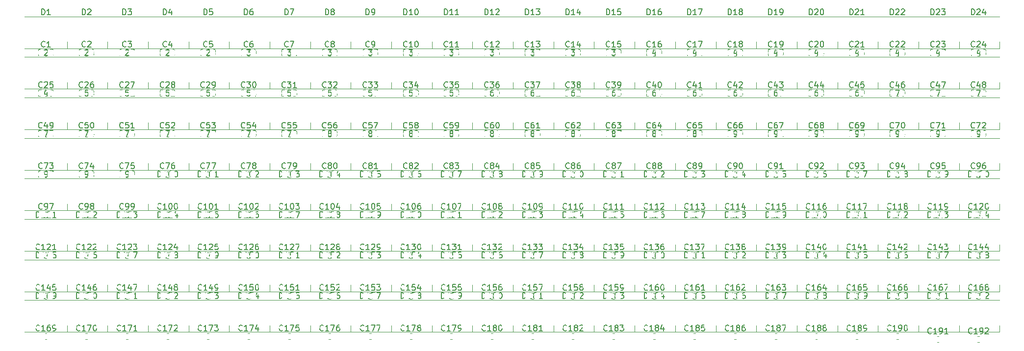
<source format=gbr>
G04 #@! TF.GenerationSoftware,KiCad,Pcbnew,(5.0.1-3-g963ef8bb5)*
G04 #@! TF.CreationDate,2019-03-01T22:26:54+01:00*
G04 #@! TF.ProjectId,cz19-badge,637A31392D62616467652E6B69636164,rev?*
G04 #@! TF.SameCoordinates,Original*
G04 #@! TF.FileFunction,Legend,Top*
G04 #@! TF.FilePolarity,Positive*
%FSLAX46Y46*%
G04 Gerber Fmt 4.6, Leading zero omitted, Abs format (unit mm)*
G04 Created by KiCad (PCBNEW (5.0.1-3-g963ef8bb5)) date 2019 March 01, Friday 22:26:54*
%MOMM*%
%LPD*%
G01*
G04 APERTURE LIST*
%ADD10C,0.120000*%
%ADD11C,0.150000*%
%ADD12R,1.602000X1.102000*%
%ADD13C,0.100000*%
%ADD14C,0.977000*%
G04 APERTURE END LIST*
D10*
G04 #@! TO.C,D1*
X20350000Y-22250000D02*
X27650000Y-22250000D01*
X20350000Y-27750000D02*
X27650000Y-27750000D01*
X27650000Y-27750000D02*
X27650000Y-26600000D01*
G04 #@! TO.C,D2*
X34650000Y-27750000D02*
X34650000Y-26600000D01*
X27350000Y-27750000D02*
X34650000Y-27750000D01*
X27350000Y-22250000D02*
X34650000Y-22250000D01*
G04 #@! TO.C,D3*
X34350000Y-22250000D02*
X41650000Y-22250000D01*
X34350000Y-27750000D02*
X41650000Y-27750000D01*
X41650000Y-27750000D02*
X41650000Y-26600000D01*
G04 #@! TO.C,D4*
X48650000Y-27750000D02*
X48650000Y-26600000D01*
X41350000Y-27750000D02*
X48650000Y-27750000D01*
X41350000Y-22250000D02*
X48650000Y-22250000D01*
G04 #@! TO.C,D5*
X48350000Y-22250000D02*
X55650000Y-22250000D01*
X48350000Y-27750000D02*
X55650000Y-27750000D01*
X55650000Y-27750000D02*
X55650000Y-26600000D01*
G04 #@! TO.C,D6*
X62650000Y-27750000D02*
X62650000Y-26600000D01*
X55350000Y-27750000D02*
X62650000Y-27750000D01*
X55350000Y-22250000D02*
X62650000Y-22250000D01*
G04 #@! TO.C,D7*
X62350000Y-22250000D02*
X69650000Y-22250000D01*
X62350000Y-27750000D02*
X69650000Y-27750000D01*
X69650000Y-27750000D02*
X69650000Y-26600000D01*
G04 #@! TO.C,D8*
X76650000Y-27750000D02*
X76650000Y-26600000D01*
X69350000Y-27750000D02*
X76650000Y-27750000D01*
X69350000Y-22250000D02*
X76650000Y-22250000D01*
G04 #@! TO.C,D9*
X76350000Y-22250000D02*
X83650000Y-22250000D01*
X76350000Y-27750000D02*
X83650000Y-27750000D01*
X83650000Y-27750000D02*
X83650000Y-26600000D01*
G04 #@! TO.C,D10*
X90650000Y-27750000D02*
X90650000Y-26600000D01*
X83350000Y-27750000D02*
X90650000Y-27750000D01*
X83350000Y-22250000D02*
X90650000Y-22250000D01*
G04 #@! TO.C,D11*
X90350000Y-22250000D02*
X97650000Y-22250000D01*
X90350000Y-27750000D02*
X97650000Y-27750000D01*
X97650000Y-27750000D02*
X97650000Y-26600000D01*
G04 #@! TO.C,D12*
X104650000Y-27750000D02*
X104650000Y-26600000D01*
X97350000Y-27750000D02*
X104650000Y-27750000D01*
X97350000Y-22250000D02*
X104650000Y-22250000D01*
G04 #@! TO.C,D13*
X104350000Y-22250000D02*
X111650000Y-22250000D01*
X104350000Y-27750000D02*
X111650000Y-27750000D01*
X111650000Y-27750000D02*
X111650000Y-26600000D01*
G04 #@! TO.C,D14*
X118650000Y-27750000D02*
X118650000Y-26600000D01*
X111350000Y-27750000D02*
X118650000Y-27750000D01*
X111350000Y-22250000D02*
X118650000Y-22250000D01*
G04 #@! TO.C,D15*
X118350000Y-22250000D02*
X125650000Y-22250000D01*
X118350000Y-27750000D02*
X125650000Y-27750000D01*
X125650000Y-27750000D02*
X125650000Y-26600000D01*
G04 #@! TO.C,D16*
X132650000Y-27750000D02*
X132650000Y-26600000D01*
X125350000Y-27750000D02*
X132650000Y-27750000D01*
X125350000Y-22250000D02*
X132650000Y-22250000D01*
G04 #@! TO.C,D25*
X27650000Y-34750000D02*
X27650000Y-33600000D01*
X20350000Y-34750000D02*
X27650000Y-34750000D01*
X20350000Y-29250000D02*
X27650000Y-29250000D01*
G04 #@! TO.C,D26*
X27350000Y-29250000D02*
X34650000Y-29250000D01*
X27350000Y-34750000D02*
X34650000Y-34750000D01*
X34650000Y-34750000D02*
X34650000Y-33600000D01*
G04 #@! TO.C,D27*
X41650000Y-34750000D02*
X41650000Y-33600000D01*
X34350000Y-34750000D02*
X41650000Y-34750000D01*
X34350000Y-29250000D02*
X41650000Y-29250000D01*
G04 #@! TO.C,D28*
X41350000Y-29250000D02*
X48650000Y-29250000D01*
X41350000Y-34750000D02*
X48650000Y-34750000D01*
X48650000Y-34750000D02*
X48650000Y-33600000D01*
G04 #@! TO.C,D29*
X55650000Y-34750000D02*
X55650000Y-33600000D01*
X48350000Y-34750000D02*
X55650000Y-34750000D01*
X48350000Y-29250000D02*
X55650000Y-29250000D01*
G04 #@! TO.C,D30*
X55350000Y-29250000D02*
X62650000Y-29250000D01*
X55350000Y-34750000D02*
X62650000Y-34750000D01*
X62650000Y-34750000D02*
X62650000Y-33600000D01*
G04 #@! TO.C,D31*
X69650000Y-34750000D02*
X69650000Y-33600000D01*
X62350000Y-34750000D02*
X69650000Y-34750000D01*
X62350000Y-29250000D02*
X69650000Y-29250000D01*
G04 #@! TO.C,D32*
X69350000Y-29250000D02*
X76650000Y-29250000D01*
X69350000Y-34750000D02*
X76650000Y-34750000D01*
X76650000Y-34750000D02*
X76650000Y-33600000D01*
G04 #@! TO.C,D33*
X83650000Y-34750000D02*
X83650000Y-33600000D01*
X76350000Y-34750000D02*
X83650000Y-34750000D01*
X76350000Y-29250000D02*
X83650000Y-29250000D01*
G04 #@! TO.C,D34*
X83350000Y-29250000D02*
X90650000Y-29250000D01*
X83350000Y-34750000D02*
X90650000Y-34750000D01*
X90650000Y-34750000D02*
X90650000Y-33600000D01*
G04 #@! TO.C,D35*
X97650000Y-34750000D02*
X97650000Y-33600000D01*
X90350000Y-34750000D02*
X97650000Y-34750000D01*
X90350000Y-29250000D02*
X97650000Y-29250000D01*
G04 #@! TO.C,D36*
X97350000Y-29250000D02*
X104650000Y-29250000D01*
X97350000Y-34750000D02*
X104650000Y-34750000D01*
X104650000Y-34750000D02*
X104650000Y-33600000D01*
G04 #@! TO.C,D37*
X111650000Y-34750000D02*
X111650000Y-33600000D01*
X104350000Y-34750000D02*
X111650000Y-34750000D01*
X104350000Y-29250000D02*
X111650000Y-29250000D01*
G04 #@! TO.C,D38*
X111350000Y-29250000D02*
X118650000Y-29250000D01*
X111350000Y-34750000D02*
X118650000Y-34750000D01*
X118650000Y-34750000D02*
X118650000Y-33600000D01*
G04 #@! TO.C,D39*
X125650000Y-34750000D02*
X125650000Y-33600000D01*
X118350000Y-34750000D02*
X125650000Y-34750000D01*
X118350000Y-29250000D02*
X125650000Y-29250000D01*
G04 #@! TO.C,D40*
X125350000Y-29250000D02*
X132650000Y-29250000D01*
X125350000Y-34750000D02*
X132650000Y-34750000D01*
X132650000Y-34750000D02*
X132650000Y-33600000D01*
G04 #@! TO.C,D49*
X20350000Y-36250000D02*
X27650000Y-36250000D01*
X20350000Y-41750000D02*
X27650000Y-41750000D01*
X27650000Y-41750000D02*
X27650000Y-40600000D01*
G04 #@! TO.C,D50*
X34650000Y-41750000D02*
X34650000Y-40600000D01*
X27350000Y-41750000D02*
X34650000Y-41750000D01*
X27350000Y-36250000D02*
X34650000Y-36250000D01*
G04 #@! TO.C,D51*
X34350000Y-36250000D02*
X41650000Y-36250000D01*
X34350000Y-41750000D02*
X41650000Y-41750000D01*
X41650000Y-41750000D02*
X41650000Y-40600000D01*
G04 #@! TO.C,D52*
X48650000Y-41750000D02*
X48650000Y-40600000D01*
X41350000Y-41750000D02*
X48650000Y-41750000D01*
X41350000Y-36250000D02*
X48650000Y-36250000D01*
G04 #@! TO.C,D53*
X48350000Y-36250000D02*
X55650000Y-36250000D01*
X48350000Y-41750000D02*
X55650000Y-41750000D01*
X55650000Y-41750000D02*
X55650000Y-40600000D01*
G04 #@! TO.C,D54*
X62650000Y-41750000D02*
X62650000Y-40600000D01*
X55350000Y-41750000D02*
X62650000Y-41750000D01*
X55350000Y-36250000D02*
X62650000Y-36250000D01*
G04 #@! TO.C,D55*
X62350000Y-36250000D02*
X69650000Y-36250000D01*
X62350000Y-41750000D02*
X69650000Y-41750000D01*
X69650000Y-41750000D02*
X69650000Y-40600000D01*
G04 #@! TO.C,D56*
X76650000Y-41750000D02*
X76650000Y-40600000D01*
X69350000Y-41750000D02*
X76650000Y-41750000D01*
X69350000Y-36250000D02*
X76650000Y-36250000D01*
G04 #@! TO.C,D57*
X76350000Y-36250000D02*
X83650000Y-36250000D01*
X76350000Y-41750000D02*
X83650000Y-41750000D01*
X83650000Y-41750000D02*
X83650000Y-40600000D01*
G04 #@! TO.C,D58*
X90650000Y-41750000D02*
X90650000Y-40600000D01*
X83350000Y-41750000D02*
X90650000Y-41750000D01*
X83350000Y-36250000D02*
X90650000Y-36250000D01*
G04 #@! TO.C,D59*
X90350000Y-36250000D02*
X97650000Y-36250000D01*
X90350000Y-41750000D02*
X97650000Y-41750000D01*
X97650000Y-41750000D02*
X97650000Y-40600000D01*
G04 #@! TO.C,D60*
X104650000Y-41750000D02*
X104650000Y-40600000D01*
X97350000Y-41750000D02*
X104650000Y-41750000D01*
X97350000Y-36250000D02*
X104650000Y-36250000D01*
G04 #@! TO.C,D61*
X104350000Y-36250000D02*
X111650000Y-36250000D01*
X104350000Y-41750000D02*
X111650000Y-41750000D01*
X111650000Y-41750000D02*
X111650000Y-40600000D01*
G04 #@! TO.C,D62*
X118650000Y-41750000D02*
X118650000Y-40600000D01*
X111350000Y-41750000D02*
X118650000Y-41750000D01*
X111350000Y-36250000D02*
X118650000Y-36250000D01*
G04 #@! TO.C,D63*
X118350000Y-36250000D02*
X125650000Y-36250000D01*
X118350000Y-41750000D02*
X125650000Y-41750000D01*
X125650000Y-41750000D02*
X125650000Y-40600000D01*
G04 #@! TO.C,D64*
X132650000Y-41750000D02*
X132650000Y-40600000D01*
X125350000Y-41750000D02*
X132650000Y-41750000D01*
X125350000Y-36250000D02*
X132650000Y-36250000D01*
G04 #@! TO.C,D73*
X27650000Y-48750000D02*
X27650000Y-47600000D01*
X20350000Y-48750000D02*
X27650000Y-48750000D01*
X20350000Y-43250000D02*
X27650000Y-43250000D01*
G04 #@! TO.C,D74*
X27350000Y-43250000D02*
X34650000Y-43250000D01*
X27350000Y-48750000D02*
X34650000Y-48750000D01*
X34650000Y-48750000D02*
X34650000Y-47600000D01*
G04 #@! TO.C,D75*
X41650000Y-48750000D02*
X41650000Y-47600000D01*
X34350000Y-48750000D02*
X41650000Y-48750000D01*
X34350000Y-43250000D02*
X41650000Y-43250000D01*
G04 #@! TO.C,D76*
X41350000Y-43250000D02*
X48650000Y-43250000D01*
X41350000Y-48750000D02*
X48650000Y-48750000D01*
X48650000Y-48750000D02*
X48650000Y-47600000D01*
G04 #@! TO.C,D77*
X55650000Y-48750000D02*
X55650000Y-47600000D01*
X48350000Y-48750000D02*
X55650000Y-48750000D01*
X48350000Y-43250000D02*
X55650000Y-43250000D01*
G04 #@! TO.C,D78*
X55350000Y-43250000D02*
X62650000Y-43250000D01*
X55350000Y-48750000D02*
X62650000Y-48750000D01*
X62650000Y-48750000D02*
X62650000Y-47600000D01*
G04 #@! TO.C,D79*
X69650000Y-48750000D02*
X69650000Y-47600000D01*
X62350000Y-48750000D02*
X69650000Y-48750000D01*
X62350000Y-43250000D02*
X69650000Y-43250000D01*
G04 #@! TO.C,D80*
X69350000Y-43250000D02*
X76650000Y-43250000D01*
X69350000Y-48750000D02*
X76650000Y-48750000D01*
X76650000Y-48750000D02*
X76650000Y-47600000D01*
G04 #@! TO.C,D81*
X83650000Y-48750000D02*
X83650000Y-47600000D01*
X76350000Y-48750000D02*
X83650000Y-48750000D01*
X76350000Y-43250000D02*
X83650000Y-43250000D01*
G04 #@! TO.C,D82*
X83350000Y-43250000D02*
X90650000Y-43250000D01*
X83350000Y-48750000D02*
X90650000Y-48750000D01*
X90650000Y-48750000D02*
X90650000Y-47600000D01*
G04 #@! TO.C,D83*
X97650000Y-48750000D02*
X97650000Y-47600000D01*
X90350000Y-48750000D02*
X97650000Y-48750000D01*
X90350000Y-43250000D02*
X97650000Y-43250000D01*
G04 #@! TO.C,D84*
X97350000Y-43250000D02*
X104650000Y-43250000D01*
X97350000Y-48750000D02*
X104650000Y-48750000D01*
X104650000Y-48750000D02*
X104650000Y-47600000D01*
G04 #@! TO.C,D85*
X111650000Y-48750000D02*
X111650000Y-47600000D01*
X104350000Y-48750000D02*
X111650000Y-48750000D01*
X104350000Y-43250000D02*
X111650000Y-43250000D01*
G04 #@! TO.C,D86*
X111350000Y-43250000D02*
X118650000Y-43250000D01*
X111350000Y-48750000D02*
X118650000Y-48750000D01*
X118650000Y-48750000D02*
X118650000Y-47600000D01*
G04 #@! TO.C,D87*
X125650000Y-48750000D02*
X125650000Y-47600000D01*
X118350000Y-48750000D02*
X125650000Y-48750000D01*
X118350000Y-43250000D02*
X125650000Y-43250000D01*
G04 #@! TO.C,D88*
X125350000Y-43250000D02*
X132650000Y-43250000D01*
X125350000Y-48750000D02*
X132650000Y-48750000D01*
X132650000Y-48750000D02*
X132650000Y-47600000D01*
G04 #@! TO.C,D97*
X20350000Y-50250000D02*
X27650000Y-50250000D01*
X20350000Y-55750000D02*
X27650000Y-55750000D01*
X27650000Y-55750000D02*
X27650000Y-54600000D01*
G04 #@! TO.C,D98*
X34650000Y-55750000D02*
X34650000Y-54600000D01*
X27350000Y-55750000D02*
X34650000Y-55750000D01*
X27350000Y-50250000D02*
X34650000Y-50250000D01*
G04 #@! TO.C,D99*
X34350000Y-50250000D02*
X41650000Y-50250000D01*
X34350000Y-55750000D02*
X41650000Y-55750000D01*
X41650000Y-55750000D02*
X41650000Y-54600000D01*
G04 #@! TO.C,D100*
X48650000Y-55750000D02*
X48650000Y-54600000D01*
X41350000Y-55750000D02*
X48650000Y-55750000D01*
X41350000Y-50250000D02*
X48650000Y-50250000D01*
G04 #@! TO.C,D101*
X48350000Y-50250000D02*
X55650000Y-50250000D01*
X48350000Y-55750000D02*
X55650000Y-55750000D01*
X55650000Y-55750000D02*
X55650000Y-54600000D01*
G04 #@! TO.C,D102*
X62650000Y-55750000D02*
X62650000Y-54600000D01*
X55350000Y-55750000D02*
X62650000Y-55750000D01*
X55350000Y-50250000D02*
X62650000Y-50250000D01*
G04 #@! TO.C,D103*
X62350000Y-50250000D02*
X69650000Y-50250000D01*
X62350000Y-55750000D02*
X69650000Y-55750000D01*
X69650000Y-55750000D02*
X69650000Y-54600000D01*
G04 #@! TO.C,D104*
X76650000Y-55750000D02*
X76650000Y-54600000D01*
X69350000Y-55750000D02*
X76650000Y-55750000D01*
X69350000Y-50250000D02*
X76650000Y-50250000D01*
G04 #@! TO.C,D105*
X76350000Y-50250000D02*
X83650000Y-50250000D01*
X76350000Y-55750000D02*
X83650000Y-55750000D01*
X83650000Y-55750000D02*
X83650000Y-54600000D01*
G04 #@! TO.C,D106*
X90650000Y-55750000D02*
X90650000Y-54600000D01*
X83350000Y-55750000D02*
X90650000Y-55750000D01*
X83350000Y-50250000D02*
X90650000Y-50250000D01*
G04 #@! TO.C,D107*
X90350000Y-50250000D02*
X97650000Y-50250000D01*
X90350000Y-55750000D02*
X97650000Y-55750000D01*
X97650000Y-55750000D02*
X97650000Y-54600000D01*
G04 #@! TO.C,D108*
X104650000Y-55750000D02*
X104650000Y-54600000D01*
X97350000Y-55750000D02*
X104650000Y-55750000D01*
X97350000Y-50250000D02*
X104650000Y-50250000D01*
G04 #@! TO.C,D109*
X104350000Y-50250000D02*
X111650000Y-50250000D01*
X104350000Y-55750000D02*
X111650000Y-55750000D01*
X111650000Y-55750000D02*
X111650000Y-54600000D01*
G04 #@! TO.C,D110*
X118650000Y-55750000D02*
X118650000Y-54600000D01*
X111350000Y-55750000D02*
X118650000Y-55750000D01*
X111350000Y-50250000D02*
X118650000Y-50250000D01*
G04 #@! TO.C,D111*
X118350000Y-50250000D02*
X125650000Y-50250000D01*
X118350000Y-55750000D02*
X125650000Y-55750000D01*
X125650000Y-55750000D02*
X125650000Y-54600000D01*
G04 #@! TO.C,D112*
X132650000Y-55750000D02*
X132650000Y-54600000D01*
X125350000Y-55750000D02*
X132650000Y-55750000D01*
X125350000Y-50250000D02*
X132650000Y-50250000D01*
G04 #@! TO.C,D121*
X27650000Y-62750000D02*
X27650000Y-61600000D01*
X20350000Y-62750000D02*
X27650000Y-62750000D01*
X20350000Y-57250000D02*
X27650000Y-57250000D01*
G04 #@! TO.C,D122*
X27350000Y-57250000D02*
X34650000Y-57250000D01*
X27350000Y-62750000D02*
X34650000Y-62750000D01*
X34650000Y-62750000D02*
X34650000Y-61600000D01*
G04 #@! TO.C,D123*
X41650000Y-62750000D02*
X41650000Y-61600000D01*
X34350000Y-62750000D02*
X41650000Y-62750000D01*
X34350000Y-57250000D02*
X41650000Y-57250000D01*
G04 #@! TO.C,D124*
X41350000Y-57250000D02*
X48650000Y-57250000D01*
X41350000Y-62750000D02*
X48650000Y-62750000D01*
X48650000Y-62750000D02*
X48650000Y-61600000D01*
G04 #@! TO.C,D125*
X55650000Y-62750000D02*
X55650000Y-61600000D01*
X48350000Y-62750000D02*
X55650000Y-62750000D01*
X48350000Y-57250000D02*
X55650000Y-57250000D01*
G04 #@! TO.C,D126*
X55350000Y-57250000D02*
X62650000Y-57250000D01*
X55350000Y-62750000D02*
X62650000Y-62750000D01*
X62650000Y-62750000D02*
X62650000Y-61600000D01*
G04 #@! TO.C,D127*
X69650000Y-62750000D02*
X69650000Y-61600000D01*
X62350000Y-62750000D02*
X69650000Y-62750000D01*
X62350000Y-57250000D02*
X69650000Y-57250000D01*
G04 #@! TO.C,D128*
X69350000Y-57250000D02*
X76650000Y-57250000D01*
X69350000Y-62750000D02*
X76650000Y-62750000D01*
X76650000Y-62750000D02*
X76650000Y-61600000D01*
G04 #@! TO.C,D129*
X83650000Y-62750000D02*
X83650000Y-61600000D01*
X76350000Y-62750000D02*
X83650000Y-62750000D01*
X76350000Y-57250000D02*
X83650000Y-57250000D01*
G04 #@! TO.C,D130*
X83350000Y-57250000D02*
X90650000Y-57250000D01*
X83350000Y-62750000D02*
X90650000Y-62750000D01*
X90650000Y-62750000D02*
X90650000Y-61600000D01*
G04 #@! TO.C,D131*
X97650000Y-62750000D02*
X97650000Y-61600000D01*
X90350000Y-62750000D02*
X97650000Y-62750000D01*
X90350000Y-57250000D02*
X97650000Y-57250000D01*
G04 #@! TO.C,D132*
X97350000Y-57250000D02*
X104650000Y-57250000D01*
X97350000Y-62750000D02*
X104650000Y-62750000D01*
X104650000Y-62750000D02*
X104650000Y-61600000D01*
G04 #@! TO.C,D133*
X111650000Y-62750000D02*
X111650000Y-61600000D01*
X104350000Y-62750000D02*
X111650000Y-62750000D01*
X104350000Y-57250000D02*
X111650000Y-57250000D01*
G04 #@! TO.C,D134*
X111350000Y-57250000D02*
X118650000Y-57250000D01*
X111350000Y-62750000D02*
X118650000Y-62750000D01*
X118650000Y-62750000D02*
X118650000Y-61600000D01*
G04 #@! TO.C,D135*
X125650000Y-62750000D02*
X125650000Y-61600000D01*
X118350000Y-62750000D02*
X125650000Y-62750000D01*
X118350000Y-57250000D02*
X125650000Y-57250000D01*
G04 #@! TO.C,D136*
X125350000Y-57250000D02*
X132650000Y-57250000D01*
X125350000Y-62750000D02*
X132650000Y-62750000D01*
X132650000Y-62750000D02*
X132650000Y-61600000D01*
G04 #@! TO.C,D145*
X20350000Y-64250000D02*
X27650000Y-64250000D01*
X20350000Y-69750000D02*
X27650000Y-69750000D01*
X27650000Y-69750000D02*
X27650000Y-68600000D01*
G04 #@! TO.C,D146*
X34650000Y-69750000D02*
X34650000Y-68600000D01*
X27350000Y-69750000D02*
X34650000Y-69750000D01*
X27350000Y-64250000D02*
X34650000Y-64250000D01*
G04 #@! TO.C,D147*
X34350000Y-64250000D02*
X41650000Y-64250000D01*
X34350000Y-69750000D02*
X41650000Y-69750000D01*
X41650000Y-69750000D02*
X41650000Y-68600000D01*
G04 #@! TO.C,D148*
X48650000Y-69750000D02*
X48650000Y-68600000D01*
X41350000Y-69750000D02*
X48650000Y-69750000D01*
X41350000Y-64250000D02*
X48650000Y-64250000D01*
G04 #@! TO.C,D149*
X48350000Y-64250000D02*
X55650000Y-64250000D01*
X48350000Y-69750000D02*
X55650000Y-69750000D01*
X55650000Y-69750000D02*
X55650000Y-68600000D01*
G04 #@! TO.C,D150*
X62650000Y-69750000D02*
X62650000Y-68600000D01*
X55350000Y-69750000D02*
X62650000Y-69750000D01*
X55350000Y-64250000D02*
X62650000Y-64250000D01*
G04 #@! TO.C,D151*
X62350000Y-64250000D02*
X69650000Y-64250000D01*
X62350000Y-69750000D02*
X69650000Y-69750000D01*
X69650000Y-69750000D02*
X69650000Y-68600000D01*
G04 #@! TO.C,D152*
X76650000Y-69750000D02*
X76650000Y-68600000D01*
X69350000Y-69750000D02*
X76650000Y-69750000D01*
X69350000Y-64250000D02*
X76650000Y-64250000D01*
G04 #@! TO.C,D153*
X76350000Y-64250000D02*
X83650000Y-64250000D01*
X76350000Y-69750000D02*
X83650000Y-69750000D01*
X83650000Y-69750000D02*
X83650000Y-68600000D01*
G04 #@! TO.C,D154*
X90650000Y-69750000D02*
X90650000Y-68600000D01*
X83350000Y-69750000D02*
X90650000Y-69750000D01*
X83350000Y-64250000D02*
X90650000Y-64250000D01*
G04 #@! TO.C,D155*
X90350000Y-64250000D02*
X97650000Y-64250000D01*
X90350000Y-69750000D02*
X97650000Y-69750000D01*
X97650000Y-69750000D02*
X97650000Y-68600000D01*
G04 #@! TO.C,D156*
X104650000Y-69750000D02*
X104650000Y-68600000D01*
X97350000Y-69750000D02*
X104650000Y-69750000D01*
X97350000Y-64250000D02*
X104650000Y-64250000D01*
G04 #@! TO.C,D157*
X104350000Y-64250000D02*
X111650000Y-64250000D01*
X104350000Y-69750000D02*
X111650000Y-69750000D01*
X111650000Y-69750000D02*
X111650000Y-68600000D01*
G04 #@! TO.C,D158*
X118650000Y-69750000D02*
X118650000Y-68600000D01*
X111350000Y-69750000D02*
X118650000Y-69750000D01*
X111350000Y-64250000D02*
X118650000Y-64250000D01*
G04 #@! TO.C,D159*
X118350000Y-64250000D02*
X125650000Y-64250000D01*
X118350000Y-69750000D02*
X125650000Y-69750000D01*
X125650000Y-69750000D02*
X125650000Y-68600000D01*
G04 #@! TO.C,D160*
X132650000Y-69750000D02*
X132650000Y-68600000D01*
X125350000Y-69750000D02*
X132650000Y-69750000D01*
X125350000Y-64250000D02*
X132650000Y-64250000D01*
G04 #@! TO.C,D169*
X27650000Y-76750000D02*
X27650000Y-75600000D01*
X20350000Y-76750000D02*
X27650000Y-76750000D01*
X20350000Y-71250000D02*
X27650000Y-71250000D01*
G04 #@! TO.C,D170*
X27350000Y-71250000D02*
X34650000Y-71250000D01*
X27350000Y-76750000D02*
X34650000Y-76750000D01*
X34650000Y-76750000D02*
X34650000Y-75600000D01*
G04 #@! TO.C,D171*
X41650000Y-76750000D02*
X41650000Y-75600000D01*
X34350000Y-76750000D02*
X41650000Y-76750000D01*
X34350000Y-71250000D02*
X41650000Y-71250000D01*
G04 #@! TO.C,D172*
X41350000Y-71250000D02*
X48650000Y-71250000D01*
X41350000Y-76750000D02*
X48650000Y-76750000D01*
X48650000Y-76750000D02*
X48650000Y-75600000D01*
G04 #@! TO.C,D173*
X55650000Y-76750000D02*
X55650000Y-75600000D01*
X48350000Y-76750000D02*
X55650000Y-76750000D01*
X48350000Y-71250000D02*
X55650000Y-71250000D01*
G04 #@! TO.C,D174*
X55350000Y-71250000D02*
X62650000Y-71250000D01*
X55350000Y-76750000D02*
X62650000Y-76750000D01*
X62650000Y-76750000D02*
X62650000Y-75600000D01*
G04 #@! TO.C,D175*
X69650000Y-76750000D02*
X69650000Y-75600000D01*
X62350000Y-76750000D02*
X69650000Y-76750000D01*
X62350000Y-71250000D02*
X69650000Y-71250000D01*
G04 #@! TO.C,D176*
X69350000Y-71250000D02*
X76650000Y-71250000D01*
X69350000Y-76750000D02*
X76650000Y-76750000D01*
X76650000Y-76750000D02*
X76650000Y-75600000D01*
G04 #@! TO.C,D177*
X83650000Y-76750000D02*
X83650000Y-75600000D01*
X76350000Y-76750000D02*
X83650000Y-76750000D01*
X76350000Y-71250000D02*
X83650000Y-71250000D01*
G04 #@! TO.C,D178*
X83350000Y-71250000D02*
X90650000Y-71250000D01*
X83350000Y-76750000D02*
X90650000Y-76750000D01*
X90650000Y-76750000D02*
X90650000Y-75600000D01*
G04 #@! TO.C,D179*
X97650000Y-76750000D02*
X97650000Y-75600000D01*
X90350000Y-76750000D02*
X97650000Y-76750000D01*
X90350000Y-71250000D02*
X97650000Y-71250000D01*
G04 #@! TO.C,D180*
X97350000Y-71250000D02*
X104650000Y-71250000D01*
X97350000Y-76750000D02*
X104650000Y-76750000D01*
X104650000Y-76750000D02*
X104650000Y-75600000D01*
G04 #@! TO.C,D181*
X111650000Y-76750000D02*
X111650000Y-75600000D01*
X104350000Y-76750000D02*
X111650000Y-76750000D01*
X104350000Y-71250000D02*
X111650000Y-71250000D01*
G04 #@! TO.C,D182*
X111350000Y-71250000D02*
X118650000Y-71250000D01*
X111350000Y-76750000D02*
X118650000Y-76750000D01*
X118650000Y-76750000D02*
X118650000Y-75600000D01*
G04 #@! TO.C,D183*
X125650000Y-76750000D02*
X125650000Y-75600000D01*
X118350000Y-76750000D02*
X125650000Y-76750000D01*
X118350000Y-71250000D02*
X125650000Y-71250000D01*
G04 #@! TO.C,D184*
X125350000Y-71250000D02*
X132650000Y-71250000D01*
X125350000Y-76750000D02*
X132650000Y-76750000D01*
X132650000Y-76750000D02*
X132650000Y-75600000D01*
G04 #@! TO.C,D17*
X139650000Y-27750000D02*
X139650000Y-26600000D01*
X132350000Y-27750000D02*
X139650000Y-27750000D01*
X132350000Y-22250000D02*
X139650000Y-22250000D01*
G04 #@! TO.C,D18*
X139350000Y-22250000D02*
X146650000Y-22250000D01*
X139350000Y-27750000D02*
X146650000Y-27750000D01*
X146650000Y-27750000D02*
X146650000Y-26600000D01*
G04 #@! TO.C,D19*
X153650000Y-27750000D02*
X153650000Y-26600000D01*
X146350000Y-27750000D02*
X153650000Y-27750000D01*
X146350000Y-22250000D02*
X153650000Y-22250000D01*
G04 #@! TO.C,D20*
X153350000Y-22250000D02*
X160650000Y-22250000D01*
X153350000Y-27750000D02*
X160650000Y-27750000D01*
X160650000Y-27750000D02*
X160650000Y-26600000D01*
G04 #@! TO.C,D21*
X167650000Y-27750000D02*
X167650000Y-26600000D01*
X160350000Y-27750000D02*
X167650000Y-27750000D01*
X160350000Y-22250000D02*
X167650000Y-22250000D01*
G04 #@! TO.C,D22*
X167350000Y-22250000D02*
X174650000Y-22250000D01*
X167350000Y-27750000D02*
X174650000Y-27750000D01*
X174650000Y-27750000D02*
X174650000Y-26600000D01*
G04 #@! TO.C,D23*
X181650000Y-27750000D02*
X181650000Y-26600000D01*
X174350000Y-27750000D02*
X181650000Y-27750000D01*
X174350000Y-22250000D02*
X181650000Y-22250000D01*
G04 #@! TO.C,D24*
X181350000Y-22250000D02*
X188650000Y-22250000D01*
X181350000Y-27750000D02*
X188650000Y-27750000D01*
X188650000Y-27750000D02*
X188650000Y-26600000D01*
G04 #@! TO.C,D41*
X132350000Y-29250000D02*
X139650000Y-29250000D01*
X132350000Y-34750000D02*
X139650000Y-34750000D01*
X139650000Y-34750000D02*
X139650000Y-33600000D01*
G04 #@! TO.C,D42*
X146650000Y-34750000D02*
X146650000Y-33600000D01*
X139350000Y-34750000D02*
X146650000Y-34750000D01*
X139350000Y-29250000D02*
X146650000Y-29250000D01*
G04 #@! TO.C,D43*
X146350000Y-29250000D02*
X153650000Y-29250000D01*
X146350000Y-34750000D02*
X153650000Y-34750000D01*
X153650000Y-34750000D02*
X153650000Y-33600000D01*
G04 #@! TO.C,D44*
X160650000Y-34750000D02*
X160650000Y-33600000D01*
X153350000Y-34750000D02*
X160650000Y-34750000D01*
X153350000Y-29250000D02*
X160650000Y-29250000D01*
G04 #@! TO.C,D45*
X160350000Y-29250000D02*
X167650000Y-29250000D01*
X160350000Y-34750000D02*
X167650000Y-34750000D01*
X167650000Y-34750000D02*
X167650000Y-33600000D01*
G04 #@! TO.C,D46*
X174650000Y-34750000D02*
X174650000Y-33600000D01*
X167350000Y-34750000D02*
X174650000Y-34750000D01*
X167350000Y-29250000D02*
X174650000Y-29250000D01*
G04 #@! TO.C,D47*
X174350000Y-29250000D02*
X181650000Y-29250000D01*
X174350000Y-34750000D02*
X181650000Y-34750000D01*
X181650000Y-34750000D02*
X181650000Y-33600000D01*
G04 #@! TO.C,D48*
X188650000Y-34750000D02*
X188650000Y-33600000D01*
X181350000Y-34750000D02*
X188650000Y-34750000D01*
X181350000Y-29250000D02*
X188650000Y-29250000D01*
G04 #@! TO.C,D65*
X139650000Y-41750000D02*
X139650000Y-40600000D01*
X132350000Y-41750000D02*
X139650000Y-41750000D01*
X132350000Y-36250000D02*
X139650000Y-36250000D01*
G04 #@! TO.C,D66*
X139350000Y-36250000D02*
X146650000Y-36250000D01*
X139350000Y-41750000D02*
X146650000Y-41750000D01*
X146650000Y-41750000D02*
X146650000Y-40600000D01*
G04 #@! TO.C,D67*
X153650000Y-41750000D02*
X153650000Y-40600000D01*
X146350000Y-41750000D02*
X153650000Y-41750000D01*
X146350000Y-36250000D02*
X153650000Y-36250000D01*
G04 #@! TO.C,D68*
X153350000Y-36250000D02*
X160650000Y-36250000D01*
X153350000Y-41750000D02*
X160650000Y-41750000D01*
X160650000Y-41750000D02*
X160650000Y-40600000D01*
G04 #@! TO.C,D69*
X167650000Y-41750000D02*
X167650000Y-40600000D01*
X160350000Y-41750000D02*
X167650000Y-41750000D01*
X160350000Y-36250000D02*
X167650000Y-36250000D01*
G04 #@! TO.C,D70*
X167350000Y-36250000D02*
X174650000Y-36250000D01*
X167350000Y-41750000D02*
X174650000Y-41750000D01*
X174650000Y-41750000D02*
X174650000Y-40600000D01*
G04 #@! TO.C,D71*
X181650000Y-41750000D02*
X181650000Y-40600000D01*
X174350000Y-41750000D02*
X181650000Y-41750000D01*
X174350000Y-36250000D02*
X181650000Y-36250000D01*
G04 #@! TO.C,D72*
X181350000Y-36250000D02*
X188650000Y-36250000D01*
X181350000Y-41750000D02*
X188650000Y-41750000D01*
X188650000Y-41750000D02*
X188650000Y-40600000D01*
G04 #@! TO.C,D89*
X132350000Y-43250000D02*
X139650000Y-43250000D01*
X132350000Y-48750000D02*
X139650000Y-48750000D01*
X139650000Y-48750000D02*
X139650000Y-47600000D01*
G04 #@! TO.C,D90*
X146650000Y-48750000D02*
X146650000Y-47600000D01*
X139350000Y-48750000D02*
X146650000Y-48750000D01*
X139350000Y-43250000D02*
X146650000Y-43250000D01*
G04 #@! TO.C,D91*
X146350000Y-43250000D02*
X153650000Y-43250000D01*
X146350000Y-48750000D02*
X153650000Y-48750000D01*
X153650000Y-48750000D02*
X153650000Y-47600000D01*
G04 #@! TO.C,D92*
X160650000Y-48750000D02*
X160650000Y-47600000D01*
X153350000Y-48750000D02*
X160650000Y-48750000D01*
X153350000Y-43250000D02*
X160650000Y-43250000D01*
G04 #@! TO.C,D93*
X160350000Y-43250000D02*
X167650000Y-43250000D01*
X160350000Y-48750000D02*
X167650000Y-48750000D01*
X167650000Y-48750000D02*
X167650000Y-47600000D01*
G04 #@! TO.C,D94*
X174650000Y-48750000D02*
X174650000Y-47600000D01*
X167350000Y-48750000D02*
X174650000Y-48750000D01*
X167350000Y-43250000D02*
X174650000Y-43250000D01*
G04 #@! TO.C,D95*
X174350000Y-43250000D02*
X181650000Y-43250000D01*
X174350000Y-48750000D02*
X181650000Y-48750000D01*
X181650000Y-48750000D02*
X181650000Y-47600000D01*
G04 #@! TO.C,D96*
X188650000Y-48750000D02*
X188650000Y-47600000D01*
X181350000Y-48750000D02*
X188650000Y-48750000D01*
X181350000Y-43250000D02*
X188650000Y-43250000D01*
G04 #@! TO.C,D113*
X139650000Y-55750000D02*
X139650000Y-54600000D01*
X132350000Y-55750000D02*
X139650000Y-55750000D01*
X132350000Y-50250000D02*
X139650000Y-50250000D01*
G04 #@! TO.C,D114*
X139350000Y-50250000D02*
X146650000Y-50250000D01*
X139350000Y-55750000D02*
X146650000Y-55750000D01*
X146650000Y-55750000D02*
X146650000Y-54600000D01*
G04 #@! TO.C,D115*
X153650000Y-55750000D02*
X153650000Y-54600000D01*
X146350000Y-55750000D02*
X153650000Y-55750000D01*
X146350000Y-50250000D02*
X153650000Y-50250000D01*
G04 #@! TO.C,D116*
X153350000Y-50250000D02*
X160650000Y-50250000D01*
X153350000Y-55750000D02*
X160650000Y-55750000D01*
X160650000Y-55750000D02*
X160650000Y-54600000D01*
G04 #@! TO.C,D117*
X167650000Y-55750000D02*
X167650000Y-54600000D01*
X160350000Y-55750000D02*
X167650000Y-55750000D01*
X160350000Y-50250000D02*
X167650000Y-50250000D01*
G04 #@! TO.C,D118*
X167350000Y-50250000D02*
X174650000Y-50250000D01*
X167350000Y-55750000D02*
X174650000Y-55750000D01*
X174650000Y-55750000D02*
X174650000Y-54600000D01*
G04 #@! TO.C,D119*
X181650000Y-55750000D02*
X181650000Y-54600000D01*
X174350000Y-55750000D02*
X181650000Y-55750000D01*
X174350000Y-50250000D02*
X181650000Y-50250000D01*
G04 #@! TO.C,D120*
X181350000Y-50250000D02*
X188650000Y-50250000D01*
X181350000Y-55750000D02*
X188650000Y-55750000D01*
X188650000Y-55750000D02*
X188650000Y-54600000D01*
G04 #@! TO.C,D137*
X132350000Y-57250000D02*
X139650000Y-57250000D01*
X132350000Y-62750000D02*
X139650000Y-62750000D01*
X139650000Y-62750000D02*
X139650000Y-61600000D01*
G04 #@! TO.C,D138*
X146650000Y-62750000D02*
X146650000Y-61600000D01*
X139350000Y-62750000D02*
X146650000Y-62750000D01*
X139350000Y-57250000D02*
X146650000Y-57250000D01*
G04 #@! TO.C,D139*
X146350000Y-57250000D02*
X153650000Y-57250000D01*
X146350000Y-62750000D02*
X153650000Y-62750000D01*
X153650000Y-62750000D02*
X153650000Y-61600000D01*
G04 #@! TO.C,D140*
X160650000Y-62750000D02*
X160650000Y-61600000D01*
X153350000Y-62750000D02*
X160650000Y-62750000D01*
X153350000Y-57250000D02*
X160650000Y-57250000D01*
G04 #@! TO.C,D141*
X160350000Y-57250000D02*
X167650000Y-57250000D01*
X160350000Y-62750000D02*
X167650000Y-62750000D01*
X167650000Y-62750000D02*
X167650000Y-61600000D01*
G04 #@! TO.C,D142*
X174650000Y-62750000D02*
X174650000Y-61600000D01*
X167350000Y-62750000D02*
X174650000Y-62750000D01*
X167350000Y-57250000D02*
X174650000Y-57250000D01*
G04 #@! TO.C,D143*
X174350000Y-57250000D02*
X181650000Y-57250000D01*
X174350000Y-62750000D02*
X181650000Y-62750000D01*
X181650000Y-62750000D02*
X181650000Y-61600000D01*
G04 #@! TO.C,D144*
X188650000Y-62750000D02*
X188650000Y-61600000D01*
X181350000Y-62750000D02*
X188650000Y-62750000D01*
X181350000Y-57250000D02*
X188650000Y-57250000D01*
G04 #@! TO.C,D161*
X139650000Y-69750000D02*
X139650000Y-68600000D01*
X132350000Y-69750000D02*
X139650000Y-69750000D01*
X132350000Y-64250000D02*
X139650000Y-64250000D01*
G04 #@! TO.C,D162*
X139350000Y-64250000D02*
X146650000Y-64250000D01*
X139350000Y-69750000D02*
X146650000Y-69750000D01*
X146650000Y-69750000D02*
X146650000Y-68600000D01*
G04 #@! TO.C,D163*
X153650000Y-69750000D02*
X153650000Y-68600000D01*
X146350000Y-69750000D02*
X153650000Y-69750000D01*
X146350000Y-64250000D02*
X153650000Y-64250000D01*
G04 #@! TO.C,D164*
X153350000Y-64250000D02*
X160650000Y-64250000D01*
X153350000Y-69750000D02*
X160650000Y-69750000D01*
X160650000Y-69750000D02*
X160650000Y-68600000D01*
G04 #@! TO.C,D165*
X167650000Y-69750000D02*
X167650000Y-68600000D01*
X160350000Y-69750000D02*
X167650000Y-69750000D01*
X160350000Y-64250000D02*
X167650000Y-64250000D01*
G04 #@! TO.C,D166*
X167350000Y-64250000D02*
X174650000Y-64250000D01*
X167350000Y-69750000D02*
X174650000Y-69750000D01*
X174650000Y-69750000D02*
X174650000Y-68600000D01*
G04 #@! TO.C,D167*
X181650000Y-69750000D02*
X181650000Y-68600000D01*
X174350000Y-69750000D02*
X181650000Y-69750000D01*
X174350000Y-64250000D02*
X181650000Y-64250000D01*
G04 #@! TO.C,D168*
X181350000Y-64250000D02*
X188650000Y-64250000D01*
X181350000Y-69750000D02*
X188650000Y-69750000D01*
X188650000Y-69750000D02*
X188650000Y-68600000D01*
G04 #@! TO.C,D185*
X132350000Y-71250000D02*
X139650000Y-71250000D01*
X132350000Y-76750000D02*
X139650000Y-76750000D01*
X139650000Y-76750000D02*
X139650000Y-75600000D01*
G04 #@! TO.C,D186*
X139350000Y-71250000D02*
X146650000Y-71250000D01*
X139350000Y-76750000D02*
X146650000Y-76750000D01*
X146650000Y-76750000D02*
X146650000Y-75600000D01*
G04 #@! TO.C,D187*
X153650000Y-76750000D02*
X153650000Y-75600000D01*
X146350000Y-76750000D02*
X153650000Y-76750000D01*
X146350000Y-71250000D02*
X153650000Y-71250000D01*
G04 #@! TO.C,D188*
X160650000Y-76750000D02*
X160650000Y-75600000D01*
X153350000Y-76750000D02*
X160650000Y-76750000D01*
X153350000Y-71250000D02*
X160650000Y-71250000D01*
G04 #@! TO.C,D189*
X160350000Y-71250000D02*
X167650000Y-71250000D01*
X160350000Y-76750000D02*
X167650000Y-76750000D01*
X167650000Y-76750000D02*
X167650000Y-75600000D01*
G04 #@! TO.C,D190*
X174650000Y-76750000D02*
X174650000Y-75600000D01*
X167350000Y-76750000D02*
X174650000Y-76750000D01*
X167350000Y-71250000D02*
X174650000Y-71250000D01*
G04 #@! TO.C,D191*
X174350000Y-71250000D02*
X181650000Y-71250000D01*
X174350000Y-76750000D02*
X181650000Y-76750000D01*
X181650000Y-76750000D02*
X181650000Y-75600000D01*
G04 #@! TO.C,D192*
X188650000Y-76750000D02*
X188650000Y-75600000D01*
X181350000Y-76750000D02*
X188650000Y-76750000D01*
X181350000Y-71250000D02*
X188650000Y-71250000D01*
G04 #@! TO.C,C1*
X23837221Y-29010000D02*
X24162779Y-29010000D01*
X23837221Y-27990000D02*
X24162779Y-27990000D01*
G04 #@! TO.C,C2*
X30837221Y-27990000D02*
X31162779Y-27990000D01*
X30837221Y-29010000D02*
X31162779Y-29010000D01*
G04 #@! TO.C,C3*
X37837221Y-29010000D02*
X38162779Y-29010000D01*
X37837221Y-27990000D02*
X38162779Y-27990000D01*
G04 #@! TO.C,C4*
X44837221Y-27990000D02*
X45162779Y-27990000D01*
X44837221Y-29010000D02*
X45162779Y-29010000D01*
G04 #@! TO.C,C5*
X51837221Y-29010000D02*
X52162779Y-29010000D01*
X51837221Y-27990000D02*
X52162779Y-27990000D01*
G04 #@! TO.C,C6*
X58837221Y-27990000D02*
X59162779Y-27990000D01*
X58837221Y-29010000D02*
X59162779Y-29010000D01*
G04 #@! TO.C,C7*
X65837221Y-29010000D02*
X66162779Y-29010000D01*
X65837221Y-27990000D02*
X66162779Y-27990000D01*
G04 #@! TO.C,C8*
X72837221Y-27990000D02*
X73162779Y-27990000D01*
X72837221Y-29010000D02*
X73162779Y-29010000D01*
G04 #@! TO.C,C9*
X79837221Y-29010000D02*
X80162779Y-29010000D01*
X79837221Y-27990000D02*
X80162779Y-27990000D01*
G04 #@! TO.C,C10*
X86837221Y-27990000D02*
X87162779Y-27990000D01*
X86837221Y-29010000D02*
X87162779Y-29010000D01*
G04 #@! TO.C,C11*
X93837221Y-29010000D02*
X94162779Y-29010000D01*
X93837221Y-27990000D02*
X94162779Y-27990000D01*
G04 #@! TO.C,C12*
X100837221Y-27990000D02*
X101162779Y-27990000D01*
X100837221Y-29010000D02*
X101162779Y-29010000D01*
G04 #@! TO.C,C13*
X107837221Y-29010000D02*
X108162779Y-29010000D01*
X107837221Y-27990000D02*
X108162779Y-27990000D01*
G04 #@! TO.C,C14*
X114837221Y-27990000D02*
X115162779Y-27990000D01*
X114837221Y-29010000D02*
X115162779Y-29010000D01*
G04 #@! TO.C,C15*
X121837221Y-29010000D02*
X122162779Y-29010000D01*
X121837221Y-27990000D02*
X122162779Y-27990000D01*
G04 #@! TO.C,C16*
X128837221Y-27990000D02*
X129162779Y-27990000D01*
X128837221Y-29010000D02*
X129162779Y-29010000D01*
G04 #@! TO.C,C17*
X135837221Y-29010000D02*
X136162779Y-29010000D01*
X135837221Y-27990000D02*
X136162779Y-27990000D01*
G04 #@! TO.C,C18*
X142837221Y-27990000D02*
X143162779Y-27990000D01*
X142837221Y-29010000D02*
X143162779Y-29010000D01*
G04 #@! TO.C,C19*
X149837221Y-29010000D02*
X150162779Y-29010000D01*
X149837221Y-27990000D02*
X150162779Y-27990000D01*
G04 #@! TO.C,C20*
X156837221Y-27990000D02*
X157162779Y-27990000D01*
X156837221Y-29010000D02*
X157162779Y-29010000D01*
G04 #@! TO.C,C21*
X163837221Y-29010000D02*
X164162779Y-29010000D01*
X163837221Y-27990000D02*
X164162779Y-27990000D01*
G04 #@! TO.C,C22*
X170837221Y-27990000D02*
X171162779Y-27990000D01*
X170837221Y-29010000D02*
X171162779Y-29010000D01*
G04 #@! TO.C,C23*
X177837221Y-29010000D02*
X178162779Y-29010000D01*
X177837221Y-27990000D02*
X178162779Y-27990000D01*
G04 #@! TO.C,C24*
X184837221Y-27990000D02*
X185162779Y-27990000D01*
X184837221Y-29010000D02*
X185162779Y-29010000D01*
G04 #@! TO.C,C25*
X23837221Y-36010000D02*
X24162779Y-36010000D01*
X23837221Y-34990000D02*
X24162779Y-34990000D01*
G04 #@! TO.C,C26*
X30837221Y-34990000D02*
X31162779Y-34990000D01*
X30837221Y-36010000D02*
X31162779Y-36010000D01*
G04 #@! TO.C,C27*
X37837221Y-36010000D02*
X38162779Y-36010000D01*
X37837221Y-34990000D02*
X38162779Y-34990000D01*
G04 #@! TO.C,C28*
X44837221Y-34990000D02*
X45162779Y-34990000D01*
X44837221Y-36010000D02*
X45162779Y-36010000D01*
G04 #@! TO.C,C29*
X51837221Y-36010000D02*
X52162779Y-36010000D01*
X51837221Y-34990000D02*
X52162779Y-34990000D01*
G04 #@! TO.C,C30*
X58837221Y-34990000D02*
X59162779Y-34990000D01*
X58837221Y-36010000D02*
X59162779Y-36010000D01*
G04 #@! TO.C,C31*
X65837221Y-36010000D02*
X66162779Y-36010000D01*
X65837221Y-34990000D02*
X66162779Y-34990000D01*
G04 #@! TO.C,C32*
X72837221Y-34990000D02*
X73162779Y-34990000D01*
X72837221Y-36010000D02*
X73162779Y-36010000D01*
G04 #@! TO.C,C33*
X79837221Y-36010000D02*
X80162779Y-36010000D01*
X79837221Y-34990000D02*
X80162779Y-34990000D01*
G04 #@! TO.C,C34*
X86837221Y-34990000D02*
X87162779Y-34990000D01*
X86837221Y-36010000D02*
X87162779Y-36010000D01*
G04 #@! TO.C,C35*
X93837221Y-36010000D02*
X94162779Y-36010000D01*
X93837221Y-34990000D02*
X94162779Y-34990000D01*
G04 #@! TO.C,C36*
X100837221Y-34990000D02*
X101162779Y-34990000D01*
X100837221Y-36010000D02*
X101162779Y-36010000D01*
G04 #@! TO.C,C37*
X107837221Y-36010000D02*
X108162779Y-36010000D01*
X107837221Y-34990000D02*
X108162779Y-34990000D01*
G04 #@! TO.C,C38*
X114837221Y-34990000D02*
X115162779Y-34990000D01*
X114837221Y-36010000D02*
X115162779Y-36010000D01*
G04 #@! TO.C,C39*
X121837221Y-36010000D02*
X122162779Y-36010000D01*
X121837221Y-34990000D02*
X122162779Y-34990000D01*
G04 #@! TO.C,C40*
X128837221Y-34990000D02*
X129162779Y-34990000D01*
X128837221Y-36010000D02*
X129162779Y-36010000D01*
G04 #@! TO.C,C41*
X135837221Y-36010000D02*
X136162779Y-36010000D01*
X135837221Y-34990000D02*
X136162779Y-34990000D01*
G04 #@! TO.C,C42*
X142837221Y-34990000D02*
X143162779Y-34990000D01*
X142837221Y-36010000D02*
X143162779Y-36010000D01*
G04 #@! TO.C,C43*
X149837221Y-36010000D02*
X150162779Y-36010000D01*
X149837221Y-34990000D02*
X150162779Y-34990000D01*
G04 #@! TO.C,C44*
X156837221Y-34990000D02*
X157162779Y-34990000D01*
X156837221Y-36010000D02*
X157162779Y-36010000D01*
G04 #@! TO.C,C45*
X163837221Y-36010000D02*
X164162779Y-36010000D01*
X163837221Y-34990000D02*
X164162779Y-34990000D01*
G04 #@! TO.C,C46*
X170837221Y-34990000D02*
X171162779Y-34990000D01*
X170837221Y-36010000D02*
X171162779Y-36010000D01*
G04 #@! TO.C,C47*
X177837221Y-36010000D02*
X178162779Y-36010000D01*
X177837221Y-34990000D02*
X178162779Y-34990000D01*
G04 #@! TO.C,C48*
X184837221Y-34990000D02*
X185162779Y-34990000D01*
X184837221Y-36010000D02*
X185162779Y-36010000D01*
G04 #@! TO.C,C49*
X23837221Y-43010000D02*
X24162779Y-43010000D01*
X23837221Y-41990000D02*
X24162779Y-41990000D01*
G04 #@! TO.C,C50*
X30837221Y-41990000D02*
X31162779Y-41990000D01*
X30837221Y-43010000D02*
X31162779Y-43010000D01*
G04 #@! TO.C,C51*
X37837221Y-43010000D02*
X38162779Y-43010000D01*
X37837221Y-41990000D02*
X38162779Y-41990000D01*
G04 #@! TO.C,C52*
X44837221Y-41990000D02*
X45162779Y-41990000D01*
X44837221Y-43010000D02*
X45162779Y-43010000D01*
G04 #@! TO.C,C53*
X51837221Y-43010000D02*
X52162779Y-43010000D01*
X51837221Y-41990000D02*
X52162779Y-41990000D01*
G04 #@! TO.C,C54*
X58837221Y-41990000D02*
X59162779Y-41990000D01*
X58837221Y-43010000D02*
X59162779Y-43010000D01*
G04 #@! TO.C,C55*
X65837221Y-43010000D02*
X66162779Y-43010000D01*
X65837221Y-41990000D02*
X66162779Y-41990000D01*
G04 #@! TO.C,C56*
X72837221Y-41990000D02*
X73162779Y-41990000D01*
X72837221Y-43010000D02*
X73162779Y-43010000D01*
G04 #@! TO.C,C57*
X79837221Y-43010000D02*
X80162779Y-43010000D01*
X79837221Y-41990000D02*
X80162779Y-41990000D01*
G04 #@! TO.C,C58*
X86837221Y-41990000D02*
X87162779Y-41990000D01*
X86837221Y-43010000D02*
X87162779Y-43010000D01*
G04 #@! TO.C,C59*
X93837221Y-43010000D02*
X94162779Y-43010000D01*
X93837221Y-41990000D02*
X94162779Y-41990000D01*
G04 #@! TO.C,C60*
X100837221Y-41990000D02*
X101162779Y-41990000D01*
X100837221Y-43010000D02*
X101162779Y-43010000D01*
G04 #@! TO.C,C61*
X107837221Y-43010000D02*
X108162779Y-43010000D01*
X107837221Y-41990000D02*
X108162779Y-41990000D01*
G04 #@! TO.C,C62*
X114837221Y-41990000D02*
X115162779Y-41990000D01*
X114837221Y-43010000D02*
X115162779Y-43010000D01*
G04 #@! TO.C,C63*
X121837221Y-43010000D02*
X122162779Y-43010000D01*
X121837221Y-41990000D02*
X122162779Y-41990000D01*
G04 #@! TO.C,C64*
X128837221Y-41990000D02*
X129162779Y-41990000D01*
X128837221Y-43010000D02*
X129162779Y-43010000D01*
G04 #@! TO.C,C65*
X135837221Y-43010000D02*
X136162779Y-43010000D01*
X135837221Y-41990000D02*
X136162779Y-41990000D01*
G04 #@! TO.C,C66*
X142837221Y-41990000D02*
X143162779Y-41990000D01*
X142837221Y-43010000D02*
X143162779Y-43010000D01*
G04 #@! TO.C,C67*
X149837221Y-43010000D02*
X150162779Y-43010000D01*
X149837221Y-41990000D02*
X150162779Y-41990000D01*
G04 #@! TO.C,C68*
X156837221Y-41990000D02*
X157162779Y-41990000D01*
X156837221Y-43010000D02*
X157162779Y-43010000D01*
G04 #@! TO.C,C69*
X163837221Y-43010000D02*
X164162779Y-43010000D01*
X163837221Y-41990000D02*
X164162779Y-41990000D01*
G04 #@! TO.C,C70*
X170837221Y-41990000D02*
X171162779Y-41990000D01*
X170837221Y-43010000D02*
X171162779Y-43010000D01*
G04 #@! TO.C,C71*
X177837221Y-43010000D02*
X178162779Y-43010000D01*
X177837221Y-41990000D02*
X178162779Y-41990000D01*
G04 #@! TO.C,C72*
X184837221Y-41990000D02*
X185162779Y-41990000D01*
X184837221Y-43010000D02*
X185162779Y-43010000D01*
G04 #@! TO.C,C73*
X23837221Y-50010000D02*
X24162779Y-50010000D01*
X23837221Y-48990000D02*
X24162779Y-48990000D01*
G04 #@! TO.C,C74*
X30837221Y-48990000D02*
X31162779Y-48990000D01*
X30837221Y-50010000D02*
X31162779Y-50010000D01*
G04 #@! TO.C,C75*
X37837221Y-50010000D02*
X38162779Y-50010000D01*
X37837221Y-48990000D02*
X38162779Y-48990000D01*
G04 #@! TO.C,C76*
X44837221Y-48990000D02*
X45162779Y-48990000D01*
X44837221Y-50010000D02*
X45162779Y-50010000D01*
G04 #@! TO.C,C77*
X51837221Y-50010000D02*
X52162779Y-50010000D01*
X51837221Y-48990000D02*
X52162779Y-48990000D01*
G04 #@! TO.C,C78*
X58837221Y-48990000D02*
X59162779Y-48990000D01*
X58837221Y-50010000D02*
X59162779Y-50010000D01*
G04 #@! TO.C,C79*
X65837221Y-50010000D02*
X66162779Y-50010000D01*
X65837221Y-48990000D02*
X66162779Y-48990000D01*
G04 #@! TO.C,C80*
X72837221Y-48990000D02*
X73162779Y-48990000D01*
X72837221Y-50010000D02*
X73162779Y-50010000D01*
G04 #@! TO.C,C81*
X79837221Y-50010000D02*
X80162779Y-50010000D01*
X79837221Y-48990000D02*
X80162779Y-48990000D01*
G04 #@! TO.C,C82*
X86837221Y-48990000D02*
X87162779Y-48990000D01*
X86837221Y-50010000D02*
X87162779Y-50010000D01*
G04 #@! TO.C,C83*
X93837221Y-50010000D02*
X94162779Y-50010000D01*
X93837221Y-48990000D02*
X94162779Y-48990000D01*
G04 #@! TO.C,C84*
X100837221Y-48990000D02*
X101162779Y-48990000D01*
X100837221Y-50010000D02*
X101162779Y-50010000D01*
G04 #@! TO.C,C85*
X107837221Y-50010000D02*
X108162779Y-50010000D01*
X107837221Y-48990000D02*
X108162779Y-48990000D01*
G04 #@! TO.C,C86*
X114837221Y-48990000D02*
X115162779Y-48990000D01*
X114837221Y-50010000D02*
X115162779Y-50010000D01*
G04 #@! TO.C,C87*
X121837221Y-50010000D02*
X122162779Y-50010000D01*
X121837221Y-48990000D02*
X122162779Y-48990000D01*
G04 #@! TO.C,C88*
X128837221Y-48990000D02*
X129162779Y-48990000D01*
X128837221Y-50010000D02*
X129162779Y-50010000D01*
G04 #@! TO.C,C89*
X135837221Y-50010000D02*
X136162779Y-50010000D01*
X135837221Y-48990000D02*
X136162779Y-48990000D01*
G04 #@! TO.C,C90*
X142837221Y-48990000D02*
X143162779Y-48990000D01*
X142837221Y-50010000D02*
X143162779Y-50010000D01*
G04 #@! TO.C,C91*
X149837221Y-50010000D02*
X150162779Y-50010000D01*
X149837221Y-48990000D02*
X150162779Y-48990000D01*
G04 #@! TO.C,C92*
X156837221Y-48990000D02*
X157162779Y-48990000D01*
X156837221Y-50010000D02*
X157162779Y-50010000D01*
G04 #@! TO.C,C93*
X163837221Y-50010000D02*
X164162779Y-50010000D01*
X163837221Y-48990000D02*
X164162779Y-48990000D01*
G04 #@! TO.C,C94*
X170837221Y-48990000D02*
X171162779Y-48990000D01*
X170837221Y-50010000D02*
X171162779Y-50010000D01*
G04 #@! TO.C,C95*
X177837221Y-50010000D02*
X178162779Y-50010000D01*
X177837221Y-48990000D02*
X178162779Y-48990000D01*
G04 #@! TO.C,C96*
X184837221Y-48990000D02*
X185162779Y-48990000D01*
X184837221Y-50010000D02*
X185162779Y-50010000D01*
G04 #@! TO.C,C97*
X23837221Y-55990000D02*
X24162779Y-55990000D01*
X23837221Y-57010000D02*
X24162779Y-57010000D01*
G04 #@! TO.C,C98*
X30837221Y-57010000D02*
X31162779Y-57010000D01*
X30837221Y-55990000D02*
X31162779Y-55990000D01*
G04 #@! TO.C,C99*
X37837221Y-55990000D02*
X38162779Y-55990000D01*
X37837221Y-57010000D02*
X38162779Y-57010000D01*
G04 #@! TO.C,C100*
X44837221Y-57010000D02*
X45162779Y-57010000D01*
X44837221Y-55990000D02*
X45162779Y-55990000D01*
G04 #@! TO.C,C101*
X51837221Y-55990000D02*
X52162779Y-55990000D01*
X51837221Y-57010000D02*
X52162779Y-57010000D01*
G04 #@! TO.C,C102*
X58837221Y-57010000D02*
X59162779Y-57010000D01*
X58837221Y-55990000D02*
X59162779Y-55990000D01*
G04 #@! TO.C,C103*
X65837221Y-55990000D02*
X66162779Y-55990000D01*
X65837221Y-57010000D02*
X66162779Y-57010000D01*
G04 #@! TO.C,C104*
X72837221Y-57010000D02*
X73162779Y-57010000D01*
X72837221Y-55990000D02*
X73162779Y-55990000D01*
G04 #@! TO.C,C105*
X79837221Y-55990000D02*
X80162779Y-55990000D01*
X79837221Y-57010000D02*
X80162779Y-57010000D01*
G04 #@! TO.C,C106*
X86837221Y-57010000D02*
X87162779Y-57010000D01*
X86837221Y-55990000D02*
X87162779Y-55990000D01*
G04 #@! TO.C,C107*
X93837221Y-55990000D02*
X94162779Y-55990000D01*
X93837221Y-57010000D02*
X94162779Y-57010000D01*
G04 #@! TO.C,C108*
X100837221Y-57010000D02*
X101162779Y-57010000D01*
X100837221Y-55990000D02*
X101162779Y-55990000D01*
G04 #@! TO.C,C109*
X107837221Y-55990000D02*
X108162779Y-55990000D01*
X107837221Y-57010000D02*
X108162779Y-57010000D01*
G04 #@! TO.C,C110*
X114837221Y-57010000D02*
X115162779Y-57010000D01*
X114837221Y-55990000D02*
X115162779Y-55990000D01*
G04 #@! TO.C,C111*
X121837221Y-55990000D02*
X122162779Y-55990000D01*
X121837221Y-57010000D02*
X122162779Y-57010000D01*
G04 #@! TO.C,C112*
X128837221Y-57010000D02*
X129162779Y-57010000D01*
X128837221Y-55990000D02*
X129162779Y-55990000D01*
G04 #@! TO.C,C113*
X135837221Y-55990000D02*
X136162779Y-55990000D01*
X135837221Y-57010000D02*
X136162779Y-57010000D01*
G04 #@! TO.C,C114*
X142837221Y-57010000D02*
X143162779Y-57010000D01*
X142837221Y-55990000D02*
X143162779Y-55990000D01*
G04 #@! TO.C,C115*
X149837221Y-55990000D02*
X150162779Y-55990000D01*
X149837221Y-57010000D02*
X150162779Y-57010000D01*
G04 #@! TO.C,C116*
X156837221Y-57010000D02*
X157162779Y-57010000D01*
X156837221Y-55990000D02*
X157162779Y-55990000D01*
G04 #@! TO.C,C117*
X163837221Y-55990000D02*
X164162779Y-55990000D01*
X163837221Y-57010000D02*
X164162779Y-57010000D01*
G04 #@! TO.C,C118*
X170837221Y-57010000D02*
X171162779Y-57010000D01*
X170837221Y-55990000D02*
X171162779Y-55990000D01*
G04 #@! TO.C,C119*
X177837221Y-55990000D02*
X178162779Y-55990000D01*
X177837221Y-57010000D02*
X178162779Y-57010000D01*
G04 #@! TO.C,C120*
X184837221Y-57010000D02*
X185162779Y-57010000D01*
X184837221Y-55990000D02*
X185162779Y-55990000D01*
G04 #@! TO.C,C121*
X23837221Y-62990000D02*
X24162779Y-62990000D01*
X23837221Y-64010000D02*
X24162779Y-64010000D01*
G04 #@! TO.C,C122*
X30837221Y-64010000D02*
X31162779Y-64010000D01*
X30837221Y-62990000D02*
X31162779Y-62990000D01*
G04 #@! TO.C,C123*
X37837221Y-62990000D02*
X38162779Y-62990000D01*
X37837221Y-64010000D02*
X38162779Y-64010000D01*
G04 #@! TO.C,C124*
X44837221Y-64010000D02*
X45162779Y-64010000D01*
X44837221Y-62990000D02*
X45162779Y-62990000D01*
G04 #@! TO.C,C125*
X51837221Y-62990000D02*
X52162779Y-62990000D01*
X51837221Y-64010000D02*
X52162779Y-64010000D01*
G04 #@! TO.C,C126*
X58837221Y-64010000D02*
X59162779Y-64010000D01*
X58837221Y-62990000D02*
X59162779Y-62990000D01*
G04 #@! TO.C,C127*
X65837221Y-62990000D02*
X66162779Y-62990000D01*
X65837221Y-64010000D02*
X66162779Y-64010000D01*
G04 #@! TO.C,C128*
X72837221Y-64010000D02*
X73162779Y-64010000D01*
X72837221Y-62990000D02*
X73162779Y-62990000D01*
G04 #@! TO.C,C129*
X79837221Y-62990000D02*
X80162779Y-62990000D01*
X79837221Y-64010000D02*
X80162779Y-64010000D01*
G04 #@! TO.C,C130*
X86837221Y-64010000D02*
X87162779Y-64010000D01*
X86837221Y-62990000D02*
X87162779Y-62990000D01*
G04 #@! TO.C,C131*
X93837221Y-62990000D02*
X94162779Y-62990000D01*
X93837221Y-64010000D02*
X94162779Y-64010000D01*
G04 #@! TO.C,C132*
X100837221Y-64010000D02*
X101162779Y-64010000D01*
X100837221Y-62990000D02*
X101162779Y-62990000D01*
G04 #@! TO.C,C133*
X107837221Y-62990000D02*
X108162779Y-62990000D01*
X107837221Y-64010000D02*
X108162779Y-64010000D01*
G04 #@! TO.C,C134*
X114837221Y-64010000D02*
X115162779Y-64010000D01*
X114837221Y-62990000D02*
X115162779Y-62990000D01*
G04 #@! TO.C,C135*
X121837221Y-62990000D02*
X122162779Y-62990000D01*
X121837221Y-64010000D02*
X122162779Y-64010000D01*
G04 #@! TO.C,C136*
X128837221Y-64010000D02*
X129162779Y-64010000D01*
X128837221Y-62990000D02*
X129162779Y-62990000D01*
G04 #@! TO.C,C137*
X135837221Y-62990000D02*
X136162779Y-62990000D01*
X135837221Y-64010000D02*
X136162779Y-64010000D01*
G04 #@! TO.C,C138*
X142837221Y-64010000D02*
X143162779Y-64010000D01*
X142837221Y-62990000D02*
X143162779Y-62990000D01*
G04 #@! TO.C,C139*
X149837221Y-62990000D02*
X150162779Y-62990000D01*
X149837221Y-64010000D02*
X150162779Y-64010000D01*
G04 #@! TO.C,C140*
X156837221Y-64010000D02*
X157162779Y-64010000D01*
X156837221Y-62990000D02*
X157162779Y-62990000D01*
G04 #@! TO.C,C141*
X163837221Y-62990000D02*
X164162779Y-62990000D01*
X163837221Y-64010000D02*
X164162779Y-64010000D01*
G04 #@! TO.C,C142*
X170837221Y-64010000D02*
X171162779Y-64010000D01*
X170837221Y-62990000D02*
X171162779Y-62990000D01*
G04 #@! TO.C,C143*
X177837221Y-62990000D02*
X178162779Y-62990000D01*
X177837221Y-64010000D02*
X178162779Y-64010000D01*
G04 #@! TO.C,C144*
X184837221Y-64010000D02*
X185162779Y-64010000D01*
X184837221Y-62990000D02*
X185162779Y-62990000D01*
G04 #@! TO.C,C145*
X23837221Y-69990000D02*
X24162779Y-69990000D01*
X23837221Y-71010000D02*
X24162779Y-71010000D01*
G04 #@! TO.C,C146*
X30837221Y-71010000D02*
X31162779Y-71010000D01*
X30837221Y-69990000D02*
X31162779Y-69990000D01*
G04 #@! TO.C,C147*
X37837221Y-69990000D02*
X38162779Y-69990000D01*
X37837221Y-71010000D02*
X38162779Y-71010000D01*
G04 #@! TO.C,C148*
X44837221Y-71010000D02*
X45162779Y-71010000D01*
X44837221Y-69990000D02*
X45162779Y-69990000D01*
G04 #@! TO.C,C149*
X51837221Y-69990000D02*
X52162779Y-69990000D01*
X51837221Y-71010000D02*
X52162779Y-71010000D01*
G04 #@! TO.C,C150*
X58837221Y-71010000D02*
X59162779Y-71010000D01*
X58837221Y-69990000D02*
X59162779Y-69990000D01*
G04 #@! TO.C,C151*
X65837221Y-69990000D02*
X66162779Y-69990000D01*
X65837221Y-71010000D02*
X66162779Y-71010000D01*
G04 #@! TO.C,C152*
X72837221Y-71010000D02*
X73162779Y-71010000D01*
X72837221Y-69990000D02*
X73162779Y-69990000D01*
G04 #@! TO.C,C153*
X79837221Y-69990000D02*
X80162779Y-69990000D01*
X79837221Y-71010000D02*
X80162779Y-71010000D01*
G04 #@! TO.C,C154*
X86837221Y-71010000D02*
X87162779Y-71010000D01*
X86837221Y-69990000D02*
X87162779Y-69990000D01*
G04 #@! TO.C,C155*
X93837221Y-69990000D02*
X94162779Y-69990000D01*
X93837221Y-71010000D02*
X94162779Y-71010000D01*
G04 #@! TO.C,C156*
X100837221Y-71010000D02*
X101162779Y-71010000D01*
X100837221Y-69990000D02*
X101162779Y-69990000D01*
G04 #@! TO.C,C157*
X107837221Y-69990000D02*
X108162779Y-69990000D01*
X107837221Y-71010000D02*
X108162779Y-71010000D01*
G04 #@! TO.C,C158*
X114837221Y-71010000D02*
X115162779Y-71010000D01*
X114837221Y-69990000D02*
X115162779Y-69990000D01*
G04 #@! TO.C,C159*
X121837221Y-69990000D02*
X122162779Y-69990000D01*
X121837221Y-71010000D02*
X122162779Y-71010000D01*
G04 #@! TO.C,C160*
X128837221Y-71010000D02*
X129162779Y-71010000D01*
X128837221Y-69990000D02*
X129162779Y-69990000D01*
G04 #@! TO.C,C161*
X135837221Y-69990000D02*
X136162779Y-69990000D01*
X135837221Y-71010000D02*
X136162779Y-71010000D01*
G04 #@! TO.C,C162*
X142837221Y-71010000D02*
X143162779Y-71010000D01*
X142837221Y-69990000D02*
X143162779Y-69990000D01*
G04 #@! TO.C,C163*
X149837221Y-69990000D02*
X150162779Y-69990000D01*
X149837221Y-71010000D02*
X150162779Y-71010000D01*
G04 #@! TO.C,C164*
X156837221Y-71010000D02*
X157162779Y-71010000D01*
X156837221Y-69990000D02*
X157162779Y-69990000D01*
G04 #@! TO.C,C165*
X163837221Y-69990000D02*
X164162779Y-69990000D01*
X163837221Y-71010000D02*
X164162779Y-71010000D01*
G04 #@! TO.C,C166*
X170837221Y-71010000D02*
X171162779Y-71010000D01*
X170837221Y-69990000D02*
X171162779Y-69990000D01*
G04 #@! TO.C,C167*
X177837221Y-69990000D02*
X178162779Y-69990000D01*
X177837221Y-71010000D02*
X178162779Y-71010000D01*
G04 #@! TO.C,C168*
X184837221Y-71010000D02*
X185162779Y-71010000D01*
X184837221Y-69990000D02*
X185162779Y-69990000D01*
G04 #@! TO.C,C169*
X23837221Y-76990000D02*
X24162779Y-76990000D01*
X23837221Y-78010000D02*
X24162779Y-78010000D01*
G04 #@! TO.C,C170*
X30837221Y-78010000D02*
X31162779Y-78010000D01*
X30837221Y-76990000D02*
X31162779Y-76990000D01*
G04 #@! TO.C,C171*
X37837221Y-76990000D02*
X38162779Y-76990000D01*
X37837221Y-78010000D02*
X38162779Y-78010000D01*
G04 #@! TO.C,C172*
X44837221Y-78010000D02*
X45162779Y-78010000D01*
X44837221Y-76990000D02*
X45162779Y-76990000D01*
G04 #@! TO.C,C173*
X51837221Y-76990000D02*
X52162779Y-76990000D01*
X51837221Y-78010000D02*
X52162779Y-78010000D01*
G04 #@! TO.C,C174*
X58837221Y-78010000D02*
X59162779Y-78010000D01*
X58837221Y-76990000D02*
X59162779Y-76990000D01*
G04 #@! TO.C,C175*
X65837221Y-76990000D02*
X66162779Y-76990000D01*
X65837221Y-78010000D02*
X66162779Y-78010000D01*
G04 #@! TO.C,C176*
X72837221Y-78010000D02*
X73162779Y-78010000D01*
X72837221Y-76990000D02*
X73162779Y-76990000D01*
G04 #@! TO.C,C177*
X79837221Y-76990000D02*
X80162779Y-76990000D01*
X79837221Y-78010000D02*
X80162779Y-78010000D01*
G04 #@! TO.C,C178*
X86837221Y-78010000D02*
X87162779Y-78010000D01*
X86837221Y-76990000D02*
X87162779Y-76990000D01*
G04 #@! TO.C,C179*
X93837221Y-76990000D02*
X94162779Y-76990000D01*
X93837221Y-78010000D02*
X94162779Y-78010000D01*
G04 #@! TO.C,C180*
X100837221Y-78010000D02*
X101162779Y-78010000D01*
X100837221Y-76990000D02*
X101162779Y-76990000D01*
G04 #@! TO.C,C181*
X107837221Y-76990000D02*
X108162779Y-76990000D01*
X107837221Y-78010000D02*
X108162779Y-78010000D01*
G04 #@! TO.C,C182*
X114837221Y-78010000D02*
X115162779Y-78010000D01*
X114837221Y-76990000D02*
X115162779Y-76990000D01*
G04 #@! TO.C,C183*
X121837221Y-76990000D02*
X122162779Y-76990000D01*
X121837221Y-78010000D02*
X122162779Y-78010000D01*
G04 #@! TO.C,C184*
X128837221Y-78010000D02*
X129162779Y-78010000D01*
X128837221Y-76990000D02*
X129162779Y-76990000D01*
G04 #@! TO.C,C185*
X135837221Y-76990000D02*
X136162779Y-76990000D01*
X135837221Y-78010000D02*
X136162779Y-78010000D01*
G04 #@! TO.C,C186*
X142837221Y-78010000D02*
X143162779Y-78010000D01*
X142837221Y-76990000D02*
X143162779Y-76990000D01*
G04 #@! TO.C,C187*
X149837221Y-76990000D02*
X150162779Y-76990000D01*
X149837221Y-78010000D02*
X150162779Y-78010000D01*
G04 #@! TO.C,C188*
X156837221Y-78010000D02*
X157162779Y-78010000D01*
X156837221Y-76990000D02*
X157162779Y-76990000D01*
G04 #@! TO.C,C189*
X163837221Y-76990000D02*
X164162779Y-76990000D01*
X163837221Y-78010000D02*
X164162779Y-78010000D01*
G04 #@! TO.C,C190*
X170837221Y-78010000D02*
X171162779Y-78010000D01*
X170837221Y-76990000D02*
X171162779Y-76990000D01*
G04 #@! TO.C,C191*
X177837221Y-77490000D02*
X178162779Y-77490000D01*
X177837221Y-78510000D02*
X178162779Y-78510000D01*
G04 #@! TO.C,C192*
X184837221Y-78510000D02*
X185162779Y-78510000D01*
X184837221Y-77490000D02*
X185162779Y-77490000D01*
G04 #@! TO.C,D1*
D11*
X23261904Y-21952380D02*
X23261904Y-20952380D01*
X23500000Y-20952380D01*
X23642857Y-21000000D01*
X23738095Y-21095238D01*
X23785714Y-21190476D01*
X23833333Y-21380952D01*
X23833333Y-21523809D01*
X23785714Y-21714285D01*
X23738095Y-21809523D01*
X23642857Y-21904761D01*
X23500000Y-21952380D01*
X23261904Y-21952380D01*
X24785714Y-21952380D02*
X24214285Y-21952380D01*
X24500000Y-21952380D02*
X24500000Y-20952380D01*
X24404761Y-21095238D01*
X24309523Y-21190476D01*
X24214285Y-21238095D01*
G04 #@! TO.C,D2*
X30261904Y-21952380D02*
X30261904Y-20952380D01*
X30500000Y-20952380D01*
X30642857Y-21000000D01*
X30738095Y-21095238D01*
X30785714Y-21190476D01*
X30833333Y-21380952D01*
X30833333Y-21523809D01*
X30785714Y-21714285D01*
X30738095Y-21809523D01*
X30642857Y-21904761D01*
X30500000Y-21952380D01*
X30261904Y-21952380D01*
X31214285Y-21047619D02*
X31261904Y-21000000D01*
X31357142Y-20952380D01*
X31595238Y-20952380D01*
X31690476Y-21000000D01*
X31738095Y-21047619D01*
X31785714Y-21142857D01*
X31785714Y-21238095D01*
X31738095Y-21380952D01*
X31166666Y-21952380D01*
X31785714Y-21952380D01*
G04 #@! TO.C,D3*
X37261904Y-21952380D02*
X37261904Y-20952380D01*
X37500000Y-20952380D01*
X37642857Y-21000000D01*
X37738095Y-21095238D01*
X37785714Y-21190476D01*
X37833333Y-21380952D01*
X37833333Y-21523809D01*
X37785714Y-21714285D01*
X37738095Y-21809523D01*
X37642857Y-21904761D01*
X37500000Y-21952380D01*
X37261904Y-21952380D01*
X38166666Y-20952380D02*
X38785714Y-20952380D01*
X38452380Y-21333333D01*
X38595238Y-21333333D01*
X38690476Y-21380952D01*
X38738095Y-21428571D01*
X38785714Y-21523809D01*
X38785714Y-21761904D01*
X38738095Y-21857142D01*
X38690476Y-21904761D01*
X38595238Y-21952380D01*
X38309523Y-21952380D01*
X38214285Y-21904761D01*
X38166666Y-21857142D01*
G04 #@! TO.C,D4*
X44261904Y-21952380D02*
X44261904Y-20952380D01*
X44500000Y-20952380D01*
X44642857Y-21000000D01*
X44738095Y-21095238D01*
X44785714Y-21190476D01*
X44833333Y-21380952D01*
X44833333Y-21523809D01*
X44785714Y-21714285D01*
X44738095Y-21809523D01*
X44642857Y-21904761D01*
X44500000Y-21952380D01*
X44261904Y-21952380D01*
X45690476Y-21285714D02*
X45690476Y-21952380D01*
X45452380Y-20904761D02*
X45214285Y-21619047D01*
X45833333Y-21619047D01*
G04 #@! TO.C,D5*
X51261904Y-21952380D02*
X51261904Y-20952380D01*
X51500000Y-20952380D01*
X51642857Y-21000000D01*
X51738095Y-21095238D01*
X51785714Y-21190476D01*
X51833333Y-21380952D01*
X51833333Y-21523809D01*
X51785714Y-21714285D01*
X51738095Y-21809523D01*
X51642857Y-21904761D01*
X51500000Y-21952380D01*
X51261904Y-21952380D01*
X52738095Y-20952380D02*
X52261904Y-20952380D01*
X52214285Y-21428571D01*
X52261904Y-21380952D01*
X52357142Y-21333333D01*
X52595238Y-21333333D01*
X52690476Y-21380952D01*
X52738095Y-21428571D01*
X52785714Y-21523809D01*
X52785714Y-21761904D01*
X52738095Y-21857142D01*
X52690476Y-21904761D01*
X52595238Y-21952380D01*
X52357142Y-21952380D01*
X52261904Y-21904761D01*
X52214285Y-21857142D01*
G04 #@! TO.C,D6*
X58261904Y-21952380D02*
X58261904Y-20952380D01*
X58500000Y-20952380D01*
X58642857Y-21000000D01*
X58738095Y-21095238D01*
X58785714Y-21190476D01*
X58833333Y-21380952D01*
X58833333Y-21523809D01*
X58785714Y-21714285D01*
X58738095Y-21809523D01*
X58642857Y-21904761D01*
X58500000Y-21952380D01*
X58261904Y-21952380D01*
X59690476Y-20952380D02*
X59500000Y-20952380D01*
X59404761Y-21000000D01*
X59357142Y-21047619D01*
X59261904Y-21190476D01*
X59214285Y-21380952D01*
X59214285Y-21761904D01*
X59261904Y-21857142D01*
X59309523Y-21904761D01*
X59404761Y-21952380D01*
X59595238Y-21952380D01*
X59690476Y-21904761D01*
X59738095Y-21857142D01*
X59785714Y-21761904D01*
X59785714Y-21523809D01*
X59738095Y-21428571D01*
X59690476Y-21380952D01*
X59595238Y-21333333D01*
X59404761Y-21333333D01*
X59309523Y-21380952D01*
X59261904Y-21428571D01*
X59214285Y-21523809D01*
G04 #@! TO.C,D7*
X65261904Y-21952380D02*
X65261904Y-20952380D01*
X65500000Y-20952380D01*
X65642857Y-21000000D01*
X65738095Y-21095238D01*
X65785714Y-21190476D01*
X65833333Y-21380952D01*
X65833333Y-21523809D01*
X65785714Y-21714285D01*
X65738095Y-21809523D01*
X65642857Y-21904761D01*
X65500000Y-21952380D01*
X65261904Y-21952380D01*
X66166666Y-20952380D02*
X66833333Y-20952380D01*
X66404761Y-21952380D01*
G04 #@! TO.C,D8*
X72261904Y-21952380D02*
X72261904Y-20952380D01*
X72500000Y-20952380D01*
X72642857Y-21000000D01*
X72738095Y-21095238D01*
X72785714Y-21190476D01*
X72833333Y-21380952D01*
X72833333Y-21523809D01*
X72785714Y-21714285D01*
X72738095Y-21809523D01*
X72642857Y-21904761D01*
X72500000Y-21952380D01*
X72261904Y-21952380D01*
X73404761Y-21380952D02*
X73309523Y-21333333D01*
X73261904Y-21285714D01*
X73214285Y-21190476D01*
X73214285Y-21142857D01*
X73261904Y-21047619D01*
X73309523Y-21000000D01*
X73404761Y-20952380D01*
X73595238Y-20952380D01*
X73690476Y-21000000D01*
X73738095Y-21047619D01*
X73785714Y-21142857D01*
X73785714Y-21190476D01*
X73738095Y-21285714D01*
X73690476Y-21333333D01*
X73595238Y-21380952D01*
X73404761Y-21380952D01*
X73309523Y-21428571D01*
X73261904Y-21476190D01*
X73214285Y-21571428D01*
X73214285Y-21761904D01*
X73261904Y-21857142D01*
X73309523Y-21904761D01*
X73404761Y-21952380D01*
X73595238Y-21952380D01*
X73690476Y-21904761D01*
X73738095Y-21857142D01*
X73785714Y-21761904D01*
X73785714Y-21571428D01*
X73738095Y-21476190D01*
X73690476Y-21428571D01*
X73595238Y-21380952D01*
G04 #@! TO.C,D9*
X79261904Y-21952380D02*
X79261904Y-20952380D01*
X79500000Y-20952380D01*
X79642857Y-21000000D01*
X79738095Y-21095238D01*
X79785714Y-21190476D01*
X79833333Y-21380952D01*
X79833333Y-21523809D01*
X79785714Y-21714285D01*
X79738095Y-21809523D01*
X79642857Y-21904761D01*
X79500000Y-21952380D01*
X79261904Y-21952380D01*
X80309523Y-21952380D02*
X80500000Y-21952380D01*
X80595238Y-21904761D01*
X80642857Y-21857142D01*
X80738095Y-21714285D01*
X80785714Y-21523809D01*
X80785714Y-21142857D01*
X80738095Y-21047619D01*
X80690476Y-21000000D01*
X80595238Y-20952380D01*
X80404761Y-20952380D01*
X80309523Y-21000000D01*
X80261904Y-21047619D01*
X80214285Y-21142857D01*
X80214285Y-21380952D01*
X80261904Y-21476190D01*
X80309523Y-21523809D01*
X80404761Y-21571428D01*
X80595238Y-21571428D01*
X80690476Y-21523809D01*
X80738095Y-21476190D01*
X80785714Y-21380952D01*
G04 #@! TO.C,D10*
X85785714Y-21952380D02*
X85785714Y-20952380D01*
X86023809Y-20952380D01*
X86166666Y-21000000D01*
X86261904Y-21095238D01*
X86309523Y-21190476D01*
X86357142Y-21380952D01*
X86357142Y-21523809D01*
X86309523Y-21714285D01*
X86261904Y-21809523D01*
X86166666Y-21904761D01*
X86023809Y-21952380D01*
X85785714Y-21952380D01*
X87309523Y-21952380D02*
X86738095Y-21952380D01*
X87023809Y-21952380D02*
X87023809Y-20952380D01*
X86928571Y-21095238D01*
X86833333Y-21190476D01*
X86738095Y-21238095D01*
X87928571Y-20952380D02*
X88023809Y-20952380D01*
X88119047Y-21000000D01*
X88166666Y-21047619D01*
X88214285Y-21142857D01*
X88261904Y-21333333D01*
X88261904Y-21571428D01*
X88214285Y-21761904D01*
X88166666Y-21857142D01*
X88119047Y-21904761D01*
X88023809Y-21952380D01*
X87928571Y-21952380D01*
X87833333Y-21904761D01*
X87785714Y-21857142D01*
X87738095Y-21761904D01*
X87690476Y-21571428D01*
X87690476Y-21333333D01*
X87738095Y-21142857D01*
X87785714Y-21047619D01*
X87833333Y-21000000D01*
X87928571Y-20952380D01*
G04 #@! TO.C,D11*
X92785714Y-21952380D02*
X92785714Y-20952380D01*
X93023809Y-20952380D01*
X93166666Y-21000000D01*
X93261904Y-21095238D01*
X93309523Y-21190476D01*
X93357142Y-21380952D01*
X93357142Y-21523809D01*
X93309523Y-21714285D01*
X93261904Y-21809523D01*
X93166666Y-21904761D01*
X93023809Y-21952380D01*
X92785714Y-21952380D01*
X94309523Y-21952380D02*
X93738095Y-21952380D01*
X94023809Y-21952380D02*
X94023809Y-20952380D01*
X93928571Y-21095238D01*
X93833333Y-21190476D01*
X93738095Y-21238095D01*
X95261904Y-21952380D02*
X94690476Y-21952380D01*
X94976190Y-21952380D02*
X94976190Y-20952380D01*
X94880952Y-21095238D01*
X94785714Y-21190476D01*
X94690476Y-21238095D01*
G04 #@! TO.C,D12*
X99785714Y-21952380D02*
X99785714Y-20952380D01*
X100023809Y-20952380D01*
X100166666Y-21000000D01*
X100261904Y-21095238D01*
X100309523Y-21190476D01*
X100357142Y-21380952D01*
X100357142Y-21523809D01*
X100309523Y-21714285D01*
X100261904Y-21809523D01*
X100166666Y-21904761D01*
X100023809Y-21952380D01*
X99785714Y-21952380D01*
X101309523Y-21952380D02*
X100738095Y-21952380D01*
X101023809Y-21952380D02*
X101023809Y-20952380D01*
X100928571Y-21095238D01*
X100833333Y-21190476D01*
X100738095Y-21238095D01*
X101690476Y-21047619D02*
X101738095Y-21000000D01*
X101833333Y-20952380D01*
X102071428Y-20952380D01*
X102166666Y-21000000D01*
X102214285Y-21047619D01*
X102261904Y-21142857D01*
X102261904Y-21238095D01*
X102214285Y-21380952D01*
X101642857Y-21952380D01*
X102261904Y-21952380D01*
G04 #@! TO.C,D13*
X106785714Y-21952380D02*
X106785714Y-20952380D01*
X107023809Y-20952380D01*
X107166666Y-21000000D01*
X107261904Y-21095238D01*
X107309523Y-21190476D01*
X107357142Y-21380952D01*
X107357142Y-21523809D01*
X107309523Y-21714285D01*
X107261904Y-21809523D01*
X107166666Y-21904761D01*
X107023809Y-21952380D01*
X106785714Y-21952380D01*
X108309523Y-21952380D02*
X107738095Y-21952380D01*
X108023809Y-21952380D02*
X108023809Y-20952380D01*
X107928571Y-21095238D01*
X107833333Y-21190476D01*
X107738095Y-21238095D01*
X108642857Y-20952380D02*
X109261904Y-20952380D01*
X108928571Y-21333333D01*
X109071428Y-21333333D01*
X109166666Y-21380952D01*
X109214285Y-21428571D01*
X109261904Y-21523809D01*
X109261904Y-21761904D01*
X109214285Y-21857142D01*
X109166666Y-21904761D01*
X109071428Y-21952380D01*
X108785714Y-21952380D01*
X108690476Y-21904761D01*
X108642857Y-21857142D01*
G04 #@! TO.C,D14*
X113785714Y-21952380D02*
X113785714Y-20952380D01*
X114023809Y-20952380D01*
X114166666Y-21000000D01*
X114261904Y-21095238D01*
X114309523Y-21190476D01*
X114357142Y-21380952D01*
X114357142Y-21523809D01*
X114309523Y-21714285D01*
X114261904Y-21809523D01*
X114166666Y-21904761D01*
X114023809Y-21952380D01*
X113785714Y-21952380D01*
X115309523Y-21952380D02*
X114738095Y-21952380D01*
X115023809Y-21952380D02*
X115023809Y-20952380D01*
X114928571Y-21095238D01*
X114833333Y-21190476D01*
X114738095Y-21238095D01*
X116166666Y-21285714D02*
X116166666Y-21952380D01*
X115928571Y-20904761D02*
X115690476Y-21619047D01*
X116309523Y-21619047D01*
G04 #@! TO.C,D15*
X120785714Y-21952380D02*
X120785714Y-20952380D01*
X121023809Y-20952380D01*
X121166666Y-21000000D01*
X121261904Y-21095238D01*
X121309523Y-21190476D01*
X121357142Y-21380952D01*
X121357142Y-21523809D01*
X121309523Y-21714285D01*
X121261904Y-21809523D01*
X121166666Y-21904761D01*
X121023809Y-21952380D01*
X120785714Y-21952380D01*
X122309523Y-21952380D02*
X121738095Y-21952380D01*
X122023809Y-21952380D02*
X122023809Y-20952380D01*
X121928571Y-21095238D01*
X121833333Y-21190476D01*
X121738095Y-21238095D01*
X123214285Y-20952380D02*
X122738095Y-20952380D01*
X122690476Y-21428571D01*
X122738095Y-21380952D01*
X122833333Y-21333333D01*
X123071428Y-21333333D01*
X123166666Y-21380952D01*
X123214285Y-21428571D01*
X123261904Y-21523809D01*
X123261904Y-21761904D01*
X123214285Y-21857142D01*
X123166666Y-21904761D01*
X123071428Y-21952380D01*
X122833333Y-21952380D01*
X122738095Y-21904761D01*
X122690476Y-21857142D01*
G04 #@! TO.C,D16*
X127785714Y-21952380D02*
X127785714Y-20952380D01*
X128023809Y-20952380D01*
X128166666Y-21000000D01*
X128261904Y-21095238D01*
X128309523Y-21190476D01*
X128357142Y-21380952D01*
X128357142Y-21523809D01*
X128309523Y-21714285D01*
X128261904Y-21809523D01*
X128166666Y-21904761D01*
X128023809Y-21952380D01*
X127785714Y-21952380D01*
X129309523Y-21952380D02*
X128738095Y-21952380D01*
X129023809Y-21952380D02*
X129023809Y-20952380D01*
X128928571Y-21095238D01*
X128833333Y-21190476D01*
X128738095Y-21238095D01*
X130166666Y-20952380D02*
X129976190Y-20952380D01*
X129880952Y-21000000D01*
X129833333Y-21047619D01*
X129738095Y-21190476D01*
X129690476Y-21380952D01*
X129690476Y-21761904D01*
X129738095Y-21857142D01*
X129785714Y-21904761D01*
X129880952Y-21952380D01*
X130071428Y-21952380D01*
X130166666Y-21904761D01*
X130214285Y-21857142D01*
X130261904Y-21761904D01*
X130261904Y-21523809D01*
X130214285Y-21428571D01*
X130166666Y-21380952D01*
X130071428Y-21333333D01*
X129880952Y-21333333D01*
X129785714Y-21380952D01*
X129738095Y-21428571D01*
X129690476Y-21523809D01*
G04 #@! TO.C,D25*
X22785714Y-28952380D02*
X22785714Y-27952380D01*
X23023809Y-27952380D01*
X23166666Y-28000000D01*
X23261904Y-28095238D01*
X23309523Y-28190476D01*
X23357142Y-28380952D01*
X23357142Y-28523809D01*
X23309523Y-28714285D01*
X23261904Y-28809523D01*
X23166666Y-28904761D01*
X23023809Y-28952380D01*
X22785714Y-28952380D01*
X23738095Y-28047619D02*
X23785714Y-28000000D01*
X23880952Y-27952380D01*
X24119047Y-27952380D01*
X24214285Y-28000000D01*
X24261904Y-28047619D01*
X24309523Y-28142857D01*
X24309523Y-28238095D01*
X24261904Y-28380952D01*
X23690476Y-28952380D01*
X24309523Y-28952380D01*
X25214285Y-27952380D02*
X24738095Y-27952380D01*
X24690476Y-28428571D01*
X24738095Y-28380952D01*
X24833333Y-28333333D01*
X25071428Y-28333333D01*
X25166666Y-28380952D01*
X25214285Y-28428571D01*
X25261904Y-28523809D01*
X25261904Y-28761904D01*
X25214285Y-28857142D01*
X25166666Y-28904761D01*
X25071428Y-28952380D01*
X24833333Y-28952380D01*
X24738095Y-28904761D01*
X24690476Y-28857142D01*
G04 #@! TO.C,D26*
X29785714Y-28952380D02*
X29785714Y-27952380D01*
X30023809Y-27952380D01*
X30166666Y-28000000D01*
X30261904Y-28095238D01*
X30309523Y-28190476D01*
X30357142Y-28380952D01*
X30357142Y-28523809D01*
X30309523Y-28714285D01*
X30261904Y-28809523D01*
X30166666Y-28904761D01*
X30023809Y-28952380D01*
X29785714Y-28952380D01*
X30738095Y-28047619D02*
X30785714Y-28000000D01*
X30880952Y-27952380D01*
X31119047Y-27952380D01*
X31214285Y-28000000D01*
X31261904Y-28047619D01*
X31309523Y-28142857D01*
X31309523Y-28238095D01*
X31261904Y-28380952D01*
X30690476Y-28952380D01*
X31309523Y-28952380D01*
X32166666Y-27952380D02*
X31976190Y-27952380D01*
X31880952Y-28000000D01*
X31833333Y-28047619D01*
X31738095Y-28190476D01*
X31690476Y-28380952D01*
X31690476Y-28761904D01*
X31738095Y-28857142D01*
X31785714Y-28904761D01*
X31880952Y-28952380D01*
X32071428Y-28952380D01*
X32166666Y-28904761D01*
X32214285Y-28857142D01*
X32261904Y-28761904D01*
X32261904Y-28523809D01*
X32214285Y-28428571D01*
X32166666Y-28380952D01*
X32071428Y-28333333D01*
X31880952Y-28333333D01*
X31785714Y-28380952D01*
X31738095Y-28428571D01*
X31690476Y-28523809D01*
G04 #@! TO.C,D27*
X36785714Y-28952380D02*
X36785714Y-27952380D01*
X37023809Y-27952380D01*
X37166666Y-28000000D01*
X37261904Y-28095238D01*
X37309523Y-28190476D01*
X37357142Y-28380952D01*
X37357142Y-28523809D01*
X37309523Y-28714285D01*
X37261904Y-28809523D01*
X37166666Y-28904761D01*
X37023809Y-28952380D01*
X36785714Y-28952380D01*
X37738095Y-28047619D02*
X37785714Y-28000000D01*
X37880952Y-27952380D01*
X38119047Y-27952380D01*
X38214285Y-28000000D01*
X38261904Y-28047619D01*
X38309523Y-28142857D01*
X38309523Y-28238095D01*
X38261904Y-28380952D01*
X37690476Y-28952380D01*
X38309523Y-28952380D01*
X38642857Y-27952380D02*
X39309523Y-27952380D01*
X38880952Y-28952380D01*
G04 #@! TO.C,D28*
X43785714Y-28952380D02*
X43785714Y-27952380D01*
X44023809Y-27952380D01*
X44166666Y-28000000D01*
X44261904Y-28095238D01*
X44309523Y-28190476D01*
X44357142Y-28380952D01*
X44357142Y-28523809D01*
X44309523Y-28714285D01*
X44261904Y-28809523D01*
X44166666Y-28904761D01*
X44023809Y-28952380D01*
X43785714Y-28952380D01*
X44738095Y-28047619D02*
X44785714Y-28000000D01*
X44880952Y-27952380D01*
X45119047Y-27952380D01*
X45214285Y-28000000D01*
X45261904Y-28047619D01*
X45309523Y-28142857D01*
X45309523Y-28238095D01*
X45261904Y-28380952D01*
X44690476Y-28952380D01*
X45309523Y-28952380D01*
X45880952Y-28380952D02*
X45785714Y-28333333D01*
X45738095Y-28285714D01*
X45690476Y-28190476D01*
X45690476Y-28142857D01*
X45738095Y-28047619D01*
X45785714Y-28000000D01*
X45880952Y-27952380D01*
X46071428Y-27952380D01*
X46166666Y-28000000D01*
X46214285Y-28047619D01*
X46261904Y-28142857D01*
X46261904Y-28190476D01*
X46214285Y-28285714D01*
X46166666Y-28333333D01*
X46071428Y-28380952D01*
X45880952Y-28380952D01*
X45785714Y-28428571D01*
X45738095Y-28476190D01*
X45690476Y-28571428D01*
X45690476Y-28761904D01*
X45738095Y-28857142D01*
X45785714Y-28904761D01*
X45880952Y-28952380D01*
X46071428Y-28952380D01*
X46166666Y-28904761D01*
X46214285Y-28857142D01*
X46261904Y-28761904D01*
X46261904Y-28571428D01*
X46214285Y-28476190D01*
X46166666Y-28428571D01*
X46071428Y-28380952D01*
G04 #@! TO.C,D29*
X50785714Y-28952380D02*
X50785714Y-27952380D01*
X51023809Y-27952380D01*
X51166666Y-28000000D01*
X51261904Y-28095238D01*
X51309523Y-28190476D01*
X51357142Y-28380952D01*
X51357142Y-28523809D01*
X51309523Y-28714285D01*
X51261904Y-28809523D01*
X51166666Y-28904761D01*
X51023809Y-28952380D01*
X50785714Y-28952380D01*
X51738095Y-28047619D02*
X51785714Y-28000000D01*
X51880952Y-27952380D01*
X52119047Y-27952380D01*
X52214285Y-28000000D01*
X52261904Y-28047619D01*
X52309523Y-28142857D01*
X52309523Y-28238095D01*
X52261904Y-28380952D01*
X51690476Y-28952380D01*
X52309523Y-28952380D01*
X52785714Y-28952380D02*
X52976190Y-28952380D01*
X53071428Y-28904761D01*
X53119047Y-28857142D01*
X53214285Y-28714285D01*
X53261904Y-28523809D01*
X53261904Y-28142857D01*
X53214285Y-28047619D01*
X53166666Y-28000000D01*
X53071428Y-27952380D01*
X52880952Y-27952380D01*
X52785714Y-28000000D01*
X52738095Y-28047619D01*
X52690476Y-28142857D01*
X52690476Y-28380952D01*
X52738095Y-28476190D01*
X52785714Y-28523809D01*
X52880952Y-28571428D01*
X53071428Y-28571428D01*
X53166666Y-28523809D01*
X53214285Y-28476190D01*
X53261904Y-28380952D01*
G04 #@! TO.C,D30*
X57785714Y-28952380D02*
X57785714Y-27952380D01*
X58023809Y-27952380D01*
X58166666Y-28000000D01*
X58261904Y-28095238D01*
X58309523Y-28190476D01*
X58357142Y-28380952D01*
X58357142Y-28523809D01*
X58309523Y-28714285D01*
X58261904Y-28809523D01*
X58166666Y-28904761D01*
X58023809Y-28952380D01*
X57785714Y-28952380D01*
X58690476Y-27952380D02*
X59309523Y-27952380D01*
X58976190Y-28333333D01*
X59119047Y-28333333D01*
X59214285Y-28380952D01*
X59261904Y-28428571D01*
X59309523Y-28523809D01*
X59309523Y-28761904D01*
X59261904Y-28857142D01*
X59214285Y-28904761D01*
X59119047Y-28952380D01*
X58833333Y-28952380D01*
X58738095Y-28904761D01*
X58690476Y-28857142D01*
X59928571Y-27952380D02*
X60023809Y-27952380D01*
X60119047Y-28000000D01*
X60166666Y-28047619D01*
X60214285Y-28142857D01*
X60261904Y-28333333D01*
X60261904Y-28571428D01*
X60214285Y-28761904D01*
X60166666Y-28857142D01*
X60119047Y-28904761D01*
X60023809Y-28952380D01*
X59928571Y-28952380D01*
X59833333Y-28904761D01*
X59785714Y-28857142D01*
X59738095Y-28761904D01*
X59690476Y-28571428D01*
X59690476Y-28333333D01*
X59738095Y-28142857D01*
X59785714Y-28047619D01*
X59833333Y-28000000D01*
X59928571Y-27952380D01*
G04 #@! TO.C,D31*
X64785714Y-28952380D02*
X64785714Y-27952380D01*
X65023809Y-27952380D01*
X65166666Y-28000000D01*
X65261904Y-28095238D01*
X65309523Y-28190476D01*
X65357142Y-28380952D01*
X65357142Y-28523809D01*
X65309523Y-28714285D01*
X65261904Y-28809523D01*
X65166666Y-28904761D01*
X65023809Y-28952380D01*
X64785714Y-28952380D01*
X65690476Y-27952380D02*
X66309523Y-27952380D01*
X65976190Y-28333333D01*
X66119047Y-28333333D01*
X66214285Y-28380952D01*
X66261904Y-28428571D01*
X66309523Y-28523809D01*
X66309523Y-28761904D01*
X66261904Y-28857142D01*
X66214285Y-28904761D01*
X66119047Y-28952380D01*
X65833333Y-28952380D01*
X65738095Y-28904761D01*
X65690476Y-28857142D01*
X67261904Y-28952380D02*
X66690476Y-28952380D01*
X66976190Y-28952380D02*
X66976190Y-27952380D01*
X66880952Y-28095238D01*
X66785714Y-28190476D01*
X66690476Y-28238095D01*
G04 #@! TO.C,D32*
X71785714Y-28952380D02*
X71785714Y-27952380D01*
X72023809Y-27952380D01*
X72166666Y-28000000D01*
X72261904Y-28095238D01*
X72309523Y-28190476D01*
X72357142Y-28380952D01*
X72357142Y-28523809D01*
X72309523Y-28714285D01*
X72261904Y-28809523D01*
X72166666Y-28904761D01*
X72023809Y-28952380D01*
X71785714Y-28952380D01*
X72690476Y-27952380D02*
X73309523Y-27952380D01*
X72976190Y-28333333D01*
X73119047Y-28333333D01*
X73214285Y-28380952D01*
X73261904Y-28428571D01*
X73309523Y-28523809D01*
X73309523Y-28761904D01*
X73261904Y-28857142D01*
X73214285Y-28904761D01*
X73119047Y-28952380D01*
X72833333Y-28952380D01*
X72738095Y-28904761D01*
X72690476Y-28857142D01*
X73690476Y-28047619D02*
X73738095Y-28000000D01*
X73833333Y-27952380D01*
X74071428Y-27952380D01*
X74166666Y-28000000D01*
X74214285Y-28047619D01*
X74261904Y-28142857D01*
X74261904Y-28238095D01*
X74214285Y-28380952D01*
X73642857Y-28952380D01*
X74261904Y-28952380D01*
G04 #@! TO.C,D33*
X78785714Y-28952380D02*
X78785714Y-27952380D01*
X79023809Y-27952380D01*
X79166666Y-28000000D01*
X79261904Y-28095238D01*
X79309523Y-28190476D01*
X79357142Y-28380952D01*
X79357142Y-28523809D01*
X79309523Y-28714285D01*
X79261904Y-28809523D01*
X79166666Y-28904761D01*
X79023809Y-28952380D01*
X78785714Y-28952380D01*
X79690476Y-27952380D02*
X80309523Y-27952380D01*
X79976190Y-28333333D01*
X80119047Y-28333333D01*
X80214285Y-28380952D01*
X80261904Y-28428571D01*
X80309523Y-28523809D01*
X80309523Y-28761904D01*
X80261904Y-28857142D01*
X80214285Y-28904761D01*
X80119047Y-28952380D01*
X79833333Y-28952380D01*
X79738095Y-28904761D01*
X79690476Y-28857142D01*
X80642857Y-27952380D02*
X81261904Y-27952380D01*
X80928571Y-28333333D01*
X81071428Y-28333333D01*
X81166666Y-28380952D01*
X81214285Y-28428571D01*
X81261904Y-28523809D01*
X81261904Y-28761904D01*
X81214285Y-28857142D01*
X81166666Y-28904761D01*
X81071428Y-28952380D01*
X80785714Y-28952380D01*
X80690476Y-28904761D01*
X80642857Y-28857142D01*
G04 #@! TO.C,D34*
X85785714Y-28952380D02*
X85785714Y-27952380D01*
X86023809Y-27952380D01*
X86166666Y-28000000D01*
X86261904Y-28095238D01*
X86309523Y-28190476D01*
X86357142Y-28380952D01*
X86357142Y-28523809D01*
X86309523Y-28714285D01*
X86261904Y-28809523D01*
X86166666Y-28904761D01*
X86023809Y-28952380D01*
X85785714Y-28952380D01*
X86690476Y-27952380D02*
X87309523Y-27952380D01*
X86976190Y-28333333D01*
X87119047Y-28333333D01*
X87214285Y-28380952D01*
X87261904Y-28428571D01*
X87309523Y-28523809D01*
X87309523Y-28761904D01*
X87261904Y-28857142D01*
X87214285Y-28904761D01*
X87119047Y-28952380D01*
X86833333Y-28952380D01*
X86738095Y-28904761D01*
X86690476Y-28857142D01*
X88166666Y-28285714D02*
X88166666Y-28952380D01*
X87928571Y-27904761D02*
X87690476Y-28619047D01*
X88309523Y-28619047D01*
G04 #@! TO.C,D35*
X92785714Y-28952380D02*
X92785714Y-27952380D01*
X93023809Y-27952380D01*
X93166666Y-28000000D01*
X93261904Y-28095238D01*
X93309523Y-28190476D01*
X93357142Y-28380952D01*
X93357142Y-28523809D01*
X93309523Y-28714285D01*
X93261904Y-28809523D01*
X93166666Y-28904761D01*
X93023809Y-28952380D01*
X92785714Y-28952380D01*
X93690476Y-27952380D02*
X94309523Y-27952380D01*
X93976190Y-28333333D01*
X94119047Y-28333333D01*
X94214285Y-28380952D01*
X94261904Y-28428571D01*
X94309523Y-28523809D01*
X94309523Y-28761904D01*
X94261904Y-28857142D01*
X94214285Y-28904761D01*
X94119047Y-28952380D01*
X93833333Y-28952380D01*
X93738095Y-28904761D01*
X93690476Y-28857142D01*
X95214285Y-27952380D02*
X94738095Y-27952380D01*
X94690476Y-28428571D01*
X94738095Y-28380952D01*
X94833333Y-28333333D01*
X95071428Y-28333333D01*
X95166666Y-28380952D01*
X95214285Y-28428571D01*
X95261904Y-28523809D01*
X95261904Y-28761904D01*
X95214285Y-28857142D01*
X95166666Y-28904761D01*
X95071428Y-28952380D01*
X94833333Y-28952380D01*
X94738095Y-28904761D01*
X94690476Y-28857142D01*
G04 #@! TO.C,D36*
X99785714Y-28952380D02*
X99785714Y-27952380D01*
X100023809Y-27952380D01*
X100166666Y-28000000D01*
X100261904Y-28095238D01*
X100309523Y-28190476D01*
X100357142Y-28380952D01*
X100357142Y-28523809D01*
X100309523Y-28714285D01*
X100261904Y-28809523D01*
X100166666Y-28904761D01*
X100023809Y-28952380D01*
X99785714Y-28952380D01*
X100690476Y-27952380D02*
X101309523Y-27952380D01*
X100976190Y-28333333D01*
X101119047Y-28333333D01*
X101214285Y-28380952D01*
X101261904Y-28428571D01*
X101309523Y-28523809D01*
X101309523Y-28761904D01*
X101261904Y-28857142D01*
X101214285Y-28904761D01*
X101119047Y-28952380D01*
X100833333Y-28952380D01*
X100738095Y-28904761D01*
X100690476Y-28857142D01*
X102166666Y-27952380D02*
X101976190Y-27952380D01*
X101880952Y-28000000D01*
X101833333Y-28047619D01*
X101738095Y-28190476D01*
X101690476Y-28380952D01*
X101690476Y-28761904D01*
X101738095Y-28857142D01*
X101785714Y-28904761D01*
X101880952Y-28952380D01*
X102071428Y-28952380D01*
X102166666Y-28904761D01*
X102214285Y-28857142D01*
X102261904Y-28761904D01*
X102261904Y-28523809D01*
X102214285Y-28428571D01*
X102166666Y-28380952D01*
X102071428Y-28333333D01*
X101880952Y-28333333D01*
X101785714Y-28380952D01*
X101738095Y-28428571D01*
X101690476Y-28523809D01*
G04 #@! TO.C,D37*
X106785714Y-28952380D02*
X106785714Y-27952380D01*
X107023809Y-27952380D01*
X107166666Y-28000000D01*
X107261904Y-28095238D01*
X107309523Y-28190476D01*
X107357142Y-28380952D01*
X107357142Y-28523809D01*
X107309523Y-28714285D01*
X107261904Y-28809523D01*
X107166666Y-28904761D01*
X107023809Y-28952380D01*
X106785714Y-28952380D01*
X107690476Y-27952380D02*
X108309523Y-27952380D01*
X107976190Y-28333333D01*
X108119047Y-28333333D01*
X108214285Y-28380952D01*
X108261904Y-28428571D01*
X108309523Y-28523809D01*
X108309523Y-28761904D01*
X108261904Y-28857142D01*
X108214285Y-28904761D01*
X108119047Y-28952380D01*
X107833333Y-28952380D01*
X107738095Y-28904761D01*
X107690476Y-28857142D01*
X108642857Y-27952380D02*
X109309523Y-27952380D01*
X108880952Y-28952380D01*
G04 #@! TO.C,D38*
X113785714Y-28952380D02*
X113785714Y-27952380D01*
X114023809Y-27952380D01*
X114166666Y-28000000D01*
X114261904Y-28095238D01*
X114309523Y-28190476D01*
X114357142Y-28380952D01*
X114357142Y-28523809D01*
X114309523Y-28714285D01*
X114261904Y-28809523D01*
X114166666Y-28904761D01*
X114023809Y-28952380D01*
X113785714Y-28952380D01*
X114690476Y-27952380D02*
X115309523Y-27952380D01*
X114976190Y-28333333D01*
X115119047Y-28333333D01*
X115214285Y-28380952D01*
X115261904Y-28428571D01*
X115309523Y-28523809D01*
X115309523Y-28761904D01*
X115261904Y-28857142D01*
X115214285Y-28904761D01*
X115119047Y-28952380D01*
X114833333Y-28952380D01*
X114738095Y-28904761D01*
X114690476Y-28857142D01*
X115880952Y-28380952D02*
X115785714Y-28333333D01*
X115738095Y-28285714D01*
X115690476Y-28190476D01*
X115690476Y-28142857D01*
X115738095Y-28047619D01*
X115785714Y-28000000D01*
X115880952Y-27952380D01*
X116071428Y-27952380D01*
X116166666Y-28000000D01*
X116214285Y-28047619D01*
X116261904Y-28142857D01*
X116261904Y-28190476D01*
X116214285Y-28285714D01*
X116166666Y-28333333D01*
X116071428Y-28380952D01*
X115880952Y-28380952D01*
X115785714Y-28428571D01*
X115738095Y-28476190D01*
X115690476Y-28571428D01*
X115690476Y-28761904D01*
X115738095Y-28857142D01*
X115785714Y-28904761D01*
X115880952Y-28952380D01*
X116071428Y-28952380D01*
X116166666Y-28904761D01*
X116214285Y-28857142D01*
X116261904Y-28761904D01*
X116261904Y-28571428D01*
X116214285Y-28476190D01*
X116166666Y-28428571D01*
X116071428Y-28380952D01*
G04 #@! TO.C,D39*
X120785714Y-28952380D02*
X120785714Y-27952380D01*
X121023809Y-27952380D01*
X121166666Y-28000000D01*
X121261904Y-28095238D01*
X121309523Y-28190476D01*
X121357142Y-28380952D01*
X121357142Y-28523809D01*
X121309523Y-28714285D01*
X121261904Y-28809523D01*
X121166666Y-28904761D01*
X121023809Y-28952380D01*
X120785714Y-28952380D01*
X121690476Y-27952380D02*
X122309523Y-27952380D01*
X121976190Y-28333333D01*
X122119047Y-28333333D01*
X122214285Y-28380952D01*
X122261904Y-28428571D01*
X122309523Y-28523809D01*
X122309523Y-28761904D01*
X122261904Y-28857142D01*
X122214285Y-28904761D01*
X122119047Y-28952380D01*
X121833333Y-28952380D01*
X121738095Y-28904761D01*
X121690476Y-28857142D01*
X122785714Y-28952380D02*
X122976190Y-28952380D01*
X123071428Y-28904761D01*
X123119047Y-28857142D01*
X123214285Y-28714285D01*
X123261904Y-28523809D01*
X123261904Y-28142857D01*
X123214285Y-28047619D01*
X123166666Y-28000000D01*
X123071428Y-27952380D01*
X122880952Y-27952380D01*
X122785714Y-28000000D01*
X122738095Y-28047619D01*
X122690476Y-28142857D01*
X122690476Y-28380952D01*
X122738095Y-28476190D01*
X122785714Y-28523809D01*
X122880952Y-28571428D01*
X123071428Y-28571428D01*
X123166666Y-28523809D01*
X123214285Y-28476190D01*
X123261904Y-28380952D01*
G04 #@! TO.C,D40*
X127785714Y-28952380D02*
X127785714Y-27952380D01*
X128023809Y-27952380D01*
X128166666Y-28000000D01*
X128261904Y-28095238D01*
X128309523Y-28190476D01*
X128357142Y-28380952D01*
X128357142Y-28523809D01*
X128309523Y-28714285D01*
X128261904Y-28809523D01*
X128166666Y-28904761D01*
X128023809Y-28952380D01*
X127785714Y-28952380D01*
X129214285Y-28285714D02*
X129214285Y-28952380D01*
X128976190Y-27904761D02*
X128738095Y-28619047D01*
X129357142Y-28619047D01*
X129928571Y-27952380D02*
X130023809Y-27952380D01*
X130119047Y-28000000D01*
X130166666Y-28047619D01*
X130214285Y-28142857D01*
X130261904Y-28333333D01*
X130261904Y-28571428D01*
X130214285Y-28761904D01*
X130166666Y-28857142D01*
X130119047Y-28904761D01*
X130023809Y-28952380D01*
X129928571Y-28952380D01*
X129833333Y-28904761D01*
X129785714Y-28857142D01*
X129738095Y-28761904D01*
X129690476Y-28571428D01*
X129690476Y-28333333D01*
X129738095Y-28142857D01*
X129785714Y-28047619D01*
X129833333Y-28000000D01*
X129928571Y-27952380D01*
G04 #@! TO.C,D49*
X22785714Y-35952380D02*
X22785714Y-34952380D01*
X23023809Y-34952380D01*
X23166666Y-35000000D01*
X23261904Y-35095238D01*
X23309523Y-35190476D01*
X23357142Y-35380952D01*
X23357142Y-35523809D01*
X23309523Y-35714285D01*
X23261904Y-35809523D01*
X23166666Y-35904761D01*
X23023809Y-35952380D01*
X22785714Y-35952380D01*
X24214285Y-35285714D02*
X24214285Y-35952380D01*
X23976190Y-34904761D02*
X23738095Y-35619047D01*
X24357142Y-35619047D01*
X24785714Y-35952380D02*
X24976190Y-35952380D01*
X25071428Y-35904761D01*
X25119047Y-35857142D01*
X25214285Y-35714285D01*
X25261904Y-35523809D01*
X25261904Y-35142857D01*
X25214285Y-35047619D01*
X25166666Y-35000000D01*
X25071428Y-34952380D01*
X24880952Y-34952380D01*
X24785714Y-35000000D01*
X24738095Y-35047619D01*
X24690476Y-35142857D01*
X24690476Y-35380952D01*
X24738095Y-35476190D01*
X24785714Y-35523809D01*
X24880952Y-35571428D01*
X25071428Y-35571428D01*
X25166666Y-35523809D01*
X25214285Y-35476190D01*
X25261904Y-35380952D01*
G04 #@! TO.C,D50*
X29785714Y-35952380D02*
X29785714Y-34952380D01*
X30023809Y-34952380D01*
X30166666Y-35000000D01*
X30261904Y-35095238D01*
X30309523Y-35190476D01*
X30357142Y-35380952D01*
X30357142Y-35523809D01*
X30309523Y-35714285D01*
X30261904Y-35809523D01*
X30166666Y-35904761D01*
X30023809Y-35952380D01*
X29785714Y-35952380D01*
X31261904Y-34952380D02*
X30785714Y-34952380D01*
X30738095Y-35428571D01*
X30785714Y-35380952D01*
X30880952Y-35333333D01*
X31119047Y-35333333D01*
X31214285Y-35380952D01*
X31261904Y-35428571D01*
X31309523Y-35523809D01*
X31309523Y-35761904D01*
X31261904Y-35857142D01*
X31214285Y-35904761D01*
X31119047Y-35952380D01*
X30880952Y-35952380D01*
X30785714Y-35904761D01*
X30738095Y-35857142D01*
X31928571Y-34952380D02*
X32023809Y-34952380D01*
X32119047Y-35000000D01*
X32166666Y-35047619D01*
X32214285Y-35142857D01*
X32261904Y-35333333D01*
X32261904Y-35571428D01*
X32214285Y-35761904D01*
X32166666Y-35857142D01*
X32119047Y-35904761D01*
X32023809Y-35952380D01*
X31928571Y-35952380D01*
X31833333Y-35904761D01*
X31785714Y-35857142D01*
X31738095Y-35761904D01*
X31690476Y-35571428D01*
X31690476Y-35333333D01*
X31738095Y-35142857D01*
X31785714Y-35047619D01*
X31833333Y-35000000D01*
X31928571Y-34952380D01*
G04 #@! TO.C,D51*
X36785714Y-35952380D02*
X36785714Y-34952380D01*
X37023809Y-34952380D01*
X37166666Y-35000000D01*
X37261904Y-35095238D01*
X37309523Y-35190476D01*
X37357142Y-35380952D01*
X37357142Y-35523809D01*
X37309523Y-35714285D01*
X37261904Y-35809523D01*
X37166666Y-35904761D01*
X37023809Y-35952380D01*
X36785714Y-35952380D01*
X38261904Y-34952380D02*
X37785714Y-34952380D01*
X37738095Y-35428571D01*
X37785714Y-35380952D01*
X37880952Y-35333333D01*
X38119047Y-35333333D01*
X38214285Y-35380952D01*
X38261904Y-35428571D01*
X38309523Y-35523809D01*
X38309523Y-35761904D01*
X38261904Y-35857142D01*
X38214285Y-35904761D01*
X38119047Y-35952380D01*
X37880952Y-35952380D01*
X37785714Y-35904761D01*
X37738095Y-35857142D01*
X39261904Y-35952380D02*
X38690476Y-35952380D01*
X38976190Y-35952380D02*
X38976190Y-34952380D01*
X38880952Y-35095238D01*
X38785714Y-35190476D01*
X38690476Y-35238095D01*
G04 #@! TO.C,D52*
X43785714Y-35952380D02*
X43785714Y-34952380D01*
X44023809Y-34952380D01*
X44166666Y-35000000D01*
X44261904Y-35095238D01*
X44309523Y-35190476D01*
X44357142Y-35380952D01*
X44357142Y-35523809D01*
X44309523Y-35714285D01*
X44261904Y-35809523D01*
X44166666Y-35904761D01*
X44023809Y-35952380D01*
X43785714Y-35952380D01*
X45261904Y-34952380D02*
X44785714Y-34952380D01*
X44738095Y-35428571D01*
X44785714Y-35380952D01*
X44880952Y-35333333D01*
X45119047Y-35333333D01*
X45214285Y-35380952D01*
X45261904Y-35428571D01*
X45309523Y-35523809D01*
X45309523Y-35761904D01*
X45261904Y-35857142D01*
X45214285Y-35904761D01*
X45119047Y-35952380D01*
X44880952Y-35952380D01*
X44785714Y-35904761D01*
X44738095Y-35857142D01*
X45690476Y-35047619D02*
X45738095Y-35000000D01*
X45833333Y-34952380D01*
X46071428Y-34952380D01*
X46166666Y-35000000D01*
X46214285Y-35047619D01*
X46261904Y-35142857D01*
X46261904Y-35238095D01*
X46214285Y-35380952D01*
X45642857Y-35952380D01*
X46261904Y-35952380D01*
G04 #@! TO.C,D53*
X50785714Y-35952380D02*
X50785714Y-34952380D01*
X51023809Y-34952380D01*
X51166666Y-35000000D01*
X51261904Y-35095238D01*
X51309523Y-35190476D01*
X51357142Y-35380952D01*
X51357142Y-35523809D01*
X51309523Y-35714285D01*
X51261904Y-35809523D01*
X51166666Y-35904761D01*
X51023809Y-35952380D01*
X50785714Y-35952380D01*
X52261904Y-34952380D02*
X51785714Y-34952380D01*
X51738095Y-35428571D01*
X51785714Y-35380952D01*
X51880952Y-35333333D01*
X52119047Y-35333333D01*
X52214285Y-35380952D01*
X52261904Y-35428571D01*
X52309523Y-35523809D01*
X52309523Y-35761904D01*
X52261904Y-35857142D01*
X52214285Y-35904761D01*
X52119047Y-35952380D01*
X51880952Y-35952380D01*
X51785714Y-35904761D01*
X51738095Y-35857142D01*
X52642857Y-34952380D02*
X53261904Y-34952380D01*
X52928571Y-35333333D01*
X53071428Y-35333333D01*
X53166666Y-35380952D01*
X53214285Y-35428571D01*
X53261904Y-35523809D01*
X53261904Y-35761904D01*
X53214285Y-35857142D01*
X53166666Y-35904761D01*
X53071428Y-35952380D01*
X52785714Y-35952380D01*
X52690476Y-35904761D01*
X52642857Y-35857142D01*
G04 #@! TO.C,D54*
X57785714Y-35952380D02*
X57785714Y-34952380D01*
X58023809Y-34952380D01*
X58166666Y-35000000D01*
X58261904Y-35095238D01*
X58309523Y-35190476D01*
X58357142Y-35380952D01*
X58357142Y-35523809D01*
X58309523Y-35714285D01*
X58261904Y-35809523D01*
X58166666Y-35904761D01*
X58023809Y-35952380D01*
X57785714Y-35952380D01*
X59261904Y-34952380D02*
X58785714Y-34952380D01*
X58738095Y-35428571D01*
X58785714Y-35380952D01*
X58880952Y-35333333D01*
X59119047Y-35333333D01*
X59214285Y-35380952D01*
X59261904Y-35428571D01*
X59309523Y-35523809D01*
X59309523Y-35761904D01*
X59261904Y-35857142D01*
X59214285Y-35904761D01*
X59119047Y-35952380D01*
X58880952Y-35952380D01*
X58785714Y-35904761D01*
X58738095Y-35857142D01*
X60166666Y-35285714D02*
X60166666Y-35952380D01*
X59928571Y-34904761D02*
X59690476Y-35619047D01*
X60309523Y-35619047D01*
G04 #@! TO.C,D55*
X64785714Y-35952380D02*
X64785714Y-34952380D01*
X65023809Y-34952380D01*
X65166666Y-35000000D01*
X65261904Y-35095238D01*
X65309523Y-35190476D01*
X65357142Y-35380952D01*
X65357142Y-35523809D01*
X65309523Y-35714285D01*
X65261904Y-35809523D01*
X65166666Y-35904761D01*
X65023809Y-35952380D01*
X64785714Y-35952380D01*
X66261904Y-34952380D02*
X65785714Y-34952380D01*
X65738095Y-35428571D01*
X65785714Y-35380952D01*
X65880952Y-35333333D01*
X66119047Y-35333333D01*
X66214285Y-35380952D01*
X66261904Y-35428571D01*
X66309523Y-35523809D01*
X66309523Y-35761904D01*
X66261904Y-35857142D01*
X66214285Y-35904761D01*
X66119047Y-35952380D01*
X65880952Y-35952380D01*
X65785714Y-35904761D01*
X65738095Y-35857142D01*
X67214285Y-34952380D02*
X66738095Y-34952380D01*
X66690476Y-35428571D01*
X66738095Y-35380952D01*
X66833333Y-35333333D01*
X67071428Y-35333333D01*
X67166666Y-35380952D01*
X67214285Y-35428571D01*
X67261904Y-35523809D01*
X67261904Y-35761904D01*
X67214285Y-35857142D01*
X67166666Y-35904761D01*
X67071428Y-35952380D01*
X66833333Y-35952380D01*
X66738095Y-35904761D01*
X66690476Y-35857142D01*
G04 #@! TO.C,D56*
X71785714Y-35952380D02*
X71785714Y-34952380D01*
X72023809Y-34952380D01*
X72166666Y-35000000D01*
X72261904Y-35095238D01*
X72309523Y-35190476D01*
X72357142Y-35380952D01*
X72357142Y-35523809D01*
X72309523Y-35714285D01*
X72261904Y-35809523D01*
X72166666Y-35904761D01*
X72023809Y-35952380D01*
X71785714Y-35952380D01*
X73261904Y-34952380D02*
X72785714Y-34952380D01*
X72738095Y-35428571D01*
X72785714Y-35380952D01*
X72880952Y-35333333D01*
X73119047Y-35333333D01*
X73214285Y-35380952D01*
X73261904Y-35428571D01*
X73309523Y-35523809D01*
X73309523Y-35761904D01*
X73261904Y-35857142D01*
X73214285Y-35904761D01*
X73119047Y-35952380D01*
X72880952Y-35952380D01*
X72785714Y-35904761D01*
X72738095Y-35857142D01*
X74166666Y-34952380D02*
X73976190Y-34952380D01*
X73880952Y-35000000D01*
X73833333Y-35047619D01*
X73738095Y-35190476D01*
X73690476Y-35380952D01*
X73690476Y-35761904D01*
X73738095Y-35857142D01*
X73785714Y-35904761D01*
X73880952Y-35952380D01*
X74071428Y-35952380D01*
X74166666Y-35904761D01*
X74214285Y-35857142D01*
X74261904Y-35761904D01*
X74261904Y-35523809D01*
X74214285Y-35428571D01*
X74166666Y-35380952D01*
X74071428Y-35333333D01*
X73880952Y-35333333D01*
X73785714Y-35380952D01*
X73738095Y-35428571D01*
X73690476Y-35523809D01*
G04 #@! TO.C,D57*
X78785714Y-35952380D02*
X78785714Y-34952380D01*
X79023809Y-34952380D01*
X79166666Y-35000000D01*
X79261904Y-35095238D01*
X79309523Y-35190476D01*
X79357142Y-35380952D01*
X79357142Y-35523809D01*
X79309523Y-35714285D01*
X79261904Y-35809523D01*
X79166666Y-35904761D01*
X79023809Y-35952380D01*
X78785714Y-35952380D01*
X80261904Y-34952380D02*
X79785714Y-34952380D01*
X79738095Y-35428571D01*
X79785714Y-35380952D01*
X79880952Y-35333333D01*
X80119047Y-35333333D01*
X80214285Y-35380952D01*
X80261904Y-35428571D01*
X80309523Y-35523809D01*
X80309523Y-35761904D01*
X80261904Y-35857142D01*
X80214285Y-35904761D01*
X80119047Y-35952380D01*
X79880952Y-35952380D01*
X79785714Y-35904761D01*
X79738095Y-35857142D01*
X80642857Y-34952380D02*
X81309523Y-34952380D01*
X80880952Y-35952380D01*
G04 #@! TO.C,D58*
X85785714Y-35952380D02*
X85785714Y-34952380D01*
X86023809Y-34952380D01*
X86166666Y-35000000D01*
X86261904Y-35095238D01*
X86309523Y-35190476D01*
X86357142Y-35380952D01*
X86357142Y-35523809D01*
X86309523Y-35714285D01*
X86261904Y-35809523D01*
X86166666Y-35904761D01*
X86023809Y-35952380D01*
X85785714Y-35952380D01*
X87261904Y-34952380D02*
X86785714Y-34952380D01*
X86738095Y-35428571D01*
X86785714Y-35380952D01*
X86880952Y-35333333D01*
X87119047Y-35333333D01*
X87214285Y-35380952D01*
X87261904Y-35428571D01*
X87309523Y-35523809D01*
X87309523Y-35761904D01*
X87261904Y-35857142D01*
X87214285Y-35904761D01*
X87119047Y-35952380D01*
X86880952Y-35952380D01*
X86785714Y-35904761D01*
X86738095Y-35857142D01*
X87880952Y-35380952D02*
X87785714Y-35333333D01*
X87738095Y-35285714D01*
X87690476Y-35190476D01*
X87690476Y-35142857D01*
X87738095Y-35047619D01*
X87785714Y-35000000D01*
X87880952Y-34952380D01*
X88071428Y-34952380D01*
X88166666Y-35000000D01*
X88214285Y-35047619D01*
X88261904Y-35142857D01*
X88261904Y-35190476D01*
X88214285Y-35285714D01*
X88166666Y-35333333D01*
X88071428Y-35380952D01*
X87880952Y-35380952D01*
X87785714Y-35428571D01*
X87738095Y-35476190D01*
X87690476Y-35571428D01*
X87690476Y-35761904D01*
X87738095Y-35857142D01*
X87785714Y-35904761D01*
X87880952Y-35952380D01*
X88071428Y-35952380D01*
X88166666Y-35904761D01*
X88214285Y-35857142D01*
X88261904Y-35761904D01*
X88261904Y-35571428D01*
X88214285Y-35476190D01*
X88166666Y-35428571D01*
X88071428Y-35380952D01*
G04 #@! TO.C,D59*
X92785714Y-35952380D02*
X92785714Y-34952380D01*
X93023809Y-34952380D01*
X93166666Y-35000000D01*
X93261904Y-35095238D01*
X93309523Y-35190476D01*
X93357142Y-35380952D01*
X93357142Y-35523809D01*
X93309523Y-35714285D01*
X93261904Y-35809523D01*
X93166666Y-35904761D01*
X93023809Y-35952380D01*
X92785714Y-35952380D01*
X94261904Y-34952380D02*
X93785714Y-34952380D01*
X93738095Y-35428571D01*
X93785714Y-35380952D01*
X93880952Y-35333333D01*
X94119047Y-35333333D01*
X94214285Y-35380952D01*
X94261904Y-35428571D01*
X94309523Y-35523809D01*
X94309523Y-35761904D01*
X94261904Y-35857142D01*
X94214285Y-35904761D01*
X94119047Y-35952380D01*
X93880952Y-35952380D01*
X93785714Y-35904761D01*
X93738095Y-35857142D01*
X94785714Y-35952380D02*
X94976190Y-35952380D01*
X95071428Y-35904761D01*
X95119047Y-35857142D01*
X95214285Y-35714285D01*
X95261904Y-35523809D01*
X95261904Y-35142857D01*
X95214285Y-35047619D01*
X95166666Y-35000000D01*
X95071428Y-34952380D01*
X94880952Y-34952380D01*
X94785714Y-35000000D01*
X94738095Y-35047619D01*
X94690476Y-35142857D01*
X94690476Y-35380952D01*
X94738095Y-35476190D01*
X94785714Y-35523809D01*
X94880952Y-35571428D01*
X95071428Y-35571428D01*
X95166666Y-35523809D01*
X95214285Y-35476190D01*
X95261904Y-35380952D01*
G04 #@! TO.C,D60*
X99785714Y-35952380D02*
X99785714Y-34952380D01*
X100023809Y-34952380D01*
X100166666Y-35000000D01*
X100261904Y-35095238D01*
X100309523Y-35190476D01*
X100357142Y-35380952D01*
X100357142Y-35523809D01*
X100309523Y-35714285D01*
X100261904Y-35809523D01*
X100166666Y-35904761D01*
X100023809Y-35952380D01*
X99785714Y-35952380D01*
X101214285Y-34952380D02*
X101023809Y-34952380D01*
X100928571Y-35000000D01*
X100880952Y-35047619D01*
X100785714Y-35190476D01*
X100738095Y-35380952D01*
X100738095Y-35761904D01*
X100785714Y-35857142D01*
X100833333Y-35904761D01*
X100928571Y-35952380D01*
X101119047Y-35952380D01*
X101214285Y-35904761D01*
X101261904Y-35857142D01*
X101309523Y-35761904D01*
X101309523Y-35523809D01*
X101261904Y-35428571D01*
X101214285Y-35380952D01*
X101119047Y-35333333D01*
X100928571Y-35333333D01*
X100833333Y-35380952D01*
X100785714Y-35428571D01*
X100738095Y-35523809D01*
X101928571Y-34952380D02*
X102023809Y-34952380D01*
X102119047Y-35000000D01*
X102166666Y-35047619D01*
X102214285Y-35142857D01*
X102261904Y-35333333D01*
X102261904Y-35571428D01*
X102214285Y-35761904D01*
X102166666Y-35857142D01*
X102119047Y-35904761D01*
X102023809Y-35952380D01*
X101928571Y-35952380D01*
X101833333Y-35904761D01*
X101785714Y-35857142D01*
X101738095Y-35761904D01*
X101690476Y-35571428D01*
X101690476Y-35333333D01*
X101738095Y-35142857D01*
X101785714Y-35047619D01*
X101833333Y-35000000D01*
X101928571Y-34952380D01*
G04 #@! TO.C,D61*
X106785714Y-35952380D02*
X106785714Y-34952380D01*
X107023809Y-34952380D01*
X107166666Y-35000000D01*
X107261904Y-35095238D01*
X107309523Y-35190476D01*
X107357142Y-35380952D01*
X107357142Y-35523809D01*
X107309523Y-35714285D01*
X107261904Y-35809523D01*
X107166666Y-35904761D01*
X107023809Y-35952380D01*
X106785714Y-35952380D01*
X108214285Y-34952380D02*
X108023809Y-34952380D01*
X107928571Y-35000000D01*
X107880952Y-35047619D01*
X107785714Y-35190476D01*
X107738095Y-35380952D01*
X107738095Y-35761904D01*
X107785714Y-35857142D01*
X107833333Y-35904761D01*
X107928571Y-35952380D01*
X108119047Y-35952380D01*
X108214285Y-35904761D01*
X108261904Y-35857142D01*
X108309523Y-35761904D01*
X108309523Y-35523809D01*
X108261904Y-35428571D01*
X108214285Y-35380952D01*
X108119047Y-35333333D01*
X107928571Y-35333333D01*
X107833333Y-35380952D01*
X107785714Y-35428571D01*
X107738095Y-35523809D01*
X109261904Y-35952380D02*
X108690476Y-35952380D01*
X108976190Y-35952380D02*
X108976190Y-34952380D01*
X108880952Y-35095238D01*
X108785714Y-35190476D01*
X108690476Y-35238095D01*
G04 #@! TO.C,D62*
X113785714Y-35952380D02*
X113785714Y-34952380D01*
X114023809Y-34952380D01*
X114166666Y-35000000D01*
X114261904Y-35095238D01*
X114309523Y-35190476D01*
X114357142Y-35380952D01*
X114357142Y-35523809D01*
X114309523Y-35714285D01*
X114261904Y-35809523D01*
X114166666Y-35904761D01*
X114023809Y-35952380D01*
X113785714Y-35952380D01*
X115214285Y-34952380D02*
X115023809Y-34952380D01*
X114928571Y-35000000D01*
X114880952Y-35047619D01*
X114785714Y-35190476D01*
X114738095Y-35380952D01*
X114738095Y-35761904D01*
X114785714Y-35857142D01*
X114833333Y-35904761D01*
X114928571Y-35952380D01*
X115119047Y-35952380D01*
X115214285Y-35904761D01*
X115261904Y-35857142D01*
X115309523Y-35761904D01*
X115309523Y-35523809D01*
X115261904Y-35428571D01*
X115214285Y-35380952D01*
X115119047Y-35333333D01*
X114928571Y-35333333D01*
X114833333Y-35380952D01*
X114785714Y-35428571D01*
X114738095Y-35523809D01*
X115690476Y-35047619D02*
X115738095Y-35000000D01*
X115833333Y-34952380D01*
X116071428Y-34952380D01*
X116166666Y-35000000D01*
X116214285Y-35047619D01*
X116261904Y-35142857D01*
X116261904Y-35238095D01*
X116214285Y-35380952D01*
X115642857Y-35952380D01*
X116261904Y-35952380D01*
G04 #@! TO.C,D63*
X120785714Y-35952380D02*
X120785714Y-34952380D01*
X121023809Y-34952380D01*
X121166666Y-35000000D01*
X121261904Y-35095238D01*
X121309523Y-35190476D01*
X121357142Y-35380952D01*
X121357142Y-35523809D01*
X121309523Y-35714285D01*
X121261904Y-35809523D01*
X121166666Y-35904761D01*
X121023809Y-35952380D01*
X120785714Y-35952380D01*
X122214285Y-34952380D02*
X122023809Y-34952380D01*
X121928571Y-35000000D01*
X121880952Y-35047619D01*
X121785714Y-35190476D01*
X121738095Y-35380952D01*
X121738095Y-35761904D01*
X121785714Y-35857142D01*
X121833333Y-35904761D01*
X121928571Y-35952380D01*
X122119047Y-35952380D01*
X122214285Y-35904761D01*
X122261904Y-35857142D01*
X122309523Y-35761904D01*
X122309523Y-35523809D01*
X122261904Y-35428571D01*
X122214285Y-35380952D01*
X122119047Y-35333333D01*
X121928571Y-35333333D01*
X121833333Y-35380952D01*
X121785714Y-35428571D01*
X121738095Y-35523809D01*
X122642857Y-34952380D02*
X123261904Y-34952380D01*
X122928571Y-35333333D01*
X123071428Y-35333333D01*
X123166666Y-35380952D01*
X123214285Y-35428571D01*
X123261904Y-35523809D01*
X123261904Y-35761904D01*
X123214285Y-35857142D01*
X123166666Y-35904761D01*
X123071428Y-35952380D01*
X122785714Y-35952380D01*
X122690476Y-35904761D01*
X122642857Y-35857142D01*
G04 #@! TO.C,D64*
X127785714Y-35952380D02*
X127785714Y-34952380D01*
X128023809Y-34952380D01*
X128166666Y-35000000D01*
X128261904Y-35095238D01*
X128309523Y-35190476D01*
X128357142Y-35380952D01*
X128357142Y-35523809D01*
X128309523Y-35714285D01*
X128261904Y-35809523D01*
X128166666Y-35904761D01*
X128023809Y-35952380D01*
X127785714Y-35952380D01*
X129214285Y-34952380D02*
X129023809Y-34952380D01*
X128928571Y-35000000D01*
X128880952Y-35047619D01*
X128785714Y-35190476D01*
X128738095Y-35380952D01*
X128738095Y-35761904D01*
X128785714Y-35857142D01*
X128833333Y-35904761D01*
X128928571Y-35952380D01*
X129119047Y-35952380D01*
X129214285Y-35904761D01*
X129261904Y-35857142D01*
X129309523Y-35761904D01*
X129309523Y-35523809D01*
X129261904Y-35428571D01*
X129214285Y-35380952D01*
X129119047Y-35333333D01*
X128928571Y-35333333D01*
X128833333Y-35380952D01*
X128785714Y-35428571D01*
X128738095Y-35523809D01*
X130166666Y-35285714D02*
X130166666Y-35952380D01*
X129928571Y-34904761D02*
X129690476Y-35619047D01*
X130309523Y-35619047D01*
G04 #@! TO.C,D73*
X22785714Y-42952380D02*
X22785714Y-41952380D01*
X23023809Y-41952380D01*
X23166666Y-42000000D01*
X23261904Y-42095238D01*
X23309523Y-42190476D01*
X23357142Y-42380952D01*
X23357142Y-42523809D01*
X23309523Y-42714285D01*
X23261904Y-42809523D01*
X23166666Y-42904761D01*
X23023809Y-42952380D01*
X22785714Y-42952380D01*
X23690476Y-41952380D02*
X24357142Y-41952380D01*
X23928571Y-42952380D01*
X24642857Y-41952380D02*
X25261904Y-41952380D01*
X24928571Y-42333333D01*
X25071428Y-42333333D01*
X25166666Y-42380952D01*
X25214285Y-42428571D01*
X25261904Y-42523809D01*
X25261904Y-42761904D01*
X25214285Y-42857142D01*
X25166666Y-42904761D01*
X25071428Y-42952380D01*
X24785714Y-42952380D01*
X24690476Y-42904761D01*
X24642857Y-42857142D01*
G04 #@! TO.C,D74*
X29785714Y-42952380D02*
X29785714Y-41952380D01*
X30023809Y-41952380D01*
X30166666Y-42000000D01*
X30261904Y-42095238D01*
X30309523Y-42190476D01*
X30357142Y-42380952D01*
X30357142Y-42523809D01*
X30309523Y-42714285D01*
X30261904Y-42809523D01*
X30166666Y-42904761D01*
X30023809Y-42952380D01*
X29785714Y-42952380D01*
X30690476Y-41952380D02*
X31357142Y-41952380D01*
X30928571Y-42952380D01*
X32166666Y-42285714D02*
X32166666Y-42952380D01*
X31928571Y-41904761D02*
X31690476Y-42619047D01*
X32309523Y-42619047D01*
G04 #@! TO.C,D75*
X36785714Y-42952380D02*
X36785714Y-41952380D01*
X37023809Y-41952380D01*
X37166666Y-42000000D01*
X37261904Y-42095238D01*
X37309523Y-42190476D01*
X37357142Y-42380952D01*
X37357142Y-42523809D01*
X37309523Y-42714285D01*
X37261904Y-42809523D01*
X37166666Y-42904761D01*
X37023809Y-42952380D01*
X36785714Y-42952380D01*
X37690476Y-41952380D02*
X38357142Y-41952380D01*
X37928571Y-42952380D01*
X39214285Y-41952380D02*
X38738095Y-41952380D01*
X38690476Y-42428571D01*
X38738095Y-42380952D01*
X38833333Y-42333333D01*
X39071428Y-42333333D01*
X39166666Y-42380952D01*
X39214285Y-42428571D01*
X39261904Y-42523809D01*
X39261904Y-42761904D01*
X39214285Y-42857142D01*
X39166666Y-42904761D01*
X39071428Y-42952380D01*
X38833333Y-42952380D01*
X38738095Y-42904761D01*
X38690476Y-42857142D01*
G04 #@! TO.C,D76*
X43785714Y-42952380D02*
X43785714Y-41952380D01*
X44023809Y-41952380D01*
X44166666Y-42000000D01*
X44261904Y-42095238D01*
X44309523Y-42190476D01*
X44357142Y-42380952D01*
X44357142Y-42523809D01*
X44309523Y-42714285D01*
X44261904Y-42809523D01*
X44166666Y-42904761D01*
X44023809Y-42952380D01*
X43785714Y-42952380D01*
X44690476Y-41952380D02*
X45357142Y-41952380D01*
X44928571Y-42952380D01*
X46166666Y-41952380D02*
X45976190Y-41952380D01*
X45880952Y-42000000D01*
X45833333Y-42047619D01*
X45738095Y-42190476D01*
X45690476Y-42380952D01*
X45690476Y-42761904D01*
X45738095Y-42857142D01*
X45785714Y-42904761D01*
X45880952Y-42952380D01*
X46071428Y-42952380D01*
X46166666Y-42904761D01*
X46214285Y-42857142D01*
X46261904Y-42761904D01*
X46261904Y-42523809D01*
X46214285Y-42428571D01*
X46166666Y-42380952D01*
X46071428Y-42333333D01*
X45880952Y-42333333D01*
X45785714Y-42380952D01*
X45738095Y-42428571D01*
X45690476Y-42523809D01*
G04 #@! TO.C,D77*
X50785714Y-42952380D02*
X50785714Y-41952380D01*
X51023809Y-41952380D01*
X51166666Y-42000000D01*
X51261904Y-42095238D01*
X51309523Y-42190476D01*
X51357142Y-42380952D01*
X51357142Y-42523809D01*
X51309523Y-42714285D01*
X51261904Y-42809523D01*
X51166666Y-42904761D01*
X51023809Y-42952380D01*
X50785714Y-42952380D01*
X51690476Y-41952380D02*
X52357142Y-41952380D01*
X51928571Y-42952380D01*
X52642857Y-41952380D02*
X53309523Y-41952380D01*
X52880952Y-42952380D01*
G04 #@! TO.C,D78*
X57785714Y-42952380D02*
X57785714Y-41952380D01*
X58023809Y-41952380D01*
X58166666Y-42000000D01*
X58261904Y-42095238D01*
X58309523Y-42190476D01*
X58357142Y-42380952D01*
X58357142Y-42523809D01*
X58309523Y-42714285D01*
X58261904Y-42809523D01*
X58166666Y-42904761D01*
X58023809Y-42952380D01*
X57785714Y-42952380D01*
X58690476Y-41952380D02*
X59357142Y-41952380D01*
X58928571Y-42952380D01*
X59880952Y-42380952D02*
X59785714Y-42333333D01*
X59738095Y-42285714D01*
X59690476Y-42190476D01*
X59690476Y-42142857D01*
X59738095Y-42047619D01*
X59785714Y-42000000D01*
X59880952Y-41952380D01*
X60071428Y-41952380D01*
X60166666Y-42000000D01*
X60214285Y-42047619D01*
X60261904Y-42142857D01*
X60261904Y-42190476D01*
X60214285Y-42285714D01*
X60166666Y-42333333D01*
X60071428Y-42380952D01*
X59880952Y-42380952D01*
X59785714Y-42428571D01*
X59738095Y-42476190D01*
X59690476Y-42571428D01*
X59690476Y-42761904D01*
X59738095Y-42857142D01*
X59785714Y-42904761D01*
X59880952Y-42952380D01*
X60071428Y-42952380D01*
X60166666Y-42904761D01*
X60214285Y-42857142D01*
X60261904Y-42761904D01*
X60261904Y-42571428D01*
X60214285Y-42476190D01*
X60166666Y-42428571D01*
X60071428Y-42380952D01*
G04 #@! TO.C,D79*
X64785714Y-42952380D02*
X64785714Y-41952380D01*
X65023809Y-41952380D01*
X65166666Y-42000000D01*
X65261904Y-42095238D01*
X65309523Y-42190476D01*
X65357142Y-42380952D01*
X65357142Y-42523809D01*
X65309523Y-42714285D01*
X65261904Y-42809523D01*
X65166666Y-42904761D01*
X65023809Y-42952380D01*
X64785714Y-42952380D01*
X65690476Y-41952380D02*
X66357142Y-41952380D01*
X65928571Y-42952380D01*
X66785714Y-42952380D02*
X66976190Y-42952380D01*
X67071428Y-42904761D01*
X67119047Y-42857142D01*
X67214285Y-42714285D01*
X67261904Y-42523809D01*
X67261904Y-42142857D01*
X67214285Y-42047619D01*
X67166666Y-42000000D01*
X67071428Y-41952380D01*
X66880952Y-41952380D01*
X66785714Y-42000000D01*
X66738095Y-42047619D01*
X66690476Y-42142857D01*
X66690476Y-42380952D01*
X66738095Y-42476190D01*
X66785714Y-42523809D01*
X66880952Y-42571428D01*
X67071428Y-42571428D01*
X67166666Y-42523809D01*
X67214285Y-42476190D01*
X67261904Y-42380952D01*
G04 #@! TO.C,D80*
X71785714Y-42952380D02*
X71785714Y-41952380D01*
X72023809Y-41952380D01*
X72166666Y-42000000D01*
X72261904Y-42095238D01*
X72309523Y-42190476D01*
X72357142Y-42380952D01*
X72357142Y-42523809D01*
X72309523Y-42714285D01*
X72261904Y-42809523D01*
X72166666Y-42904761D01*
X72023809Y-42952380D01*
X71785714Y-42952380D01*
X72928571Y-42380952D02*
X72833333Y-42333333D01*
X72785714Y-42285714D01*
X72738095Y-42190476D01*
X72738095Y-42142857D01*
X72785714Y-42047619D01*
X72833333Y-42000000D01*
X72928571Y-41952380D01*
X73119047Y-41952380D01*
X73214285Y-42000000D01*
X73261904Y-42047619D01*
X73309523Y-42142857D01*
X73309523Y-42190476D01*
X73261904Y-42285714D01*
X73214285Y-42333333D01*
X73119047Y-42380952D01*
X72928571Y-42380952D01*
X72833333Y-42428571D01*
X72785714Y-42476190D01*
X72738095Y-42571428D01*
X72738095Y-42761904D01*
X72785714Y-42857142D01*
X72833333Y-42904761D01*
X72928571Y-42952380D01*
X73119047Y-42952380D01*
X73214285Y-42904761D01*
X73261904Y-42857142D01*
X73309523Y-42761904D01*
X73309523Y-42571428D01*
X73261904Y-42476190D01*
X73214285Y-42428571D01*
X73119047Y-42380952D01*
X73928571Y-41952380D02*
X74023809Y-41952380D01*
X74119047Y-42000000D01*
X74166666Y-42047619D01*
X74214285Y-42142857D01*
X74261904Y-42333333D01*
X74261904Y-42571428D01*
X74214285Y-42761904D01*
X74166666Y-42857142D01*
X74119047Y-42904761D01*
X74023809Y-42952380D01*
X73928571Y-42952380D01*
X73833333Y-42904761D01*
X73785714Y-42857142D01*
X73738095Y-42761904D01*
X73690476Y-42571428D01*
X73690476Y-42333333D01*
X73738095Y-42142857D01*
X73785714Y-42047619D01*
X73833333Y-42000000D01*
X73928571Y-41952380D01*
G04 #@! TO.C,D81*
X78785714Y-42952380D02*
X78785714Y-41952380D01*
X79023809Y-41952380D01*
X79166666Y-42000000D01*
X79261904Y-42095238D01*
X79309523Y-42190476D01*
X79357142Y-42380952D01*
X79357142Y-42523809D01*
X79309523Y-42714285D01*
X79261904Y-42809523D01*
X79166666Y-42904761D01*
X79023809Y-42952380D01*
X78785714Y-42952380D01*
X79928571Y-42380952D02*
X79833333Y-42333333D01*
X79785714Y-42285714D01*
X79738095Y-42190476D01*
X79738095Y-42142857D01*
X79785714Y-42047619D01*
X79833333Y-42000000D01*
X79928571Y-41952380D01*
X80119047Y-41952380D01*
X80214285Y-42000000D01*
X80261904Y-42047619D01*
X80309523Y-42142857D01*
X80309523Y-42190476D01*
X80261904Y-42285714D01*
X80214285Y-42333333D01*
X80119047Y-42380952D01*
X79928571Y-42380952D01*
X79833333Y-42428571D01*
X79785714Y-42476190D01*
X79738095Y-42571428D01*
X79738095Y-42761904D01*
X79785714Y-42857142D01*
X79833333Y-42904761D01*
X79928571Y-42952380D01*
X80119047Y-42952380D01*
X80214285Y-42904761D01*
X80261904Y-42857142D01*
X80309523Y-42761904D01*
X80309523Y-42571428D01*
X80261904Y-42476190D01*
X80214285Y-42428571D01*
X80119047Y-42380952D01*
X81261904Y-42952380D02*
X80690476Y-42952380D01*
X80976190Y-42952380D02*
X80976190Y-41952380D01*
X80880952Y-42095238D01*
X80785714Y-42190476D01*
X80690476Y-42238095D01*
G04 #@! TO.C,D82*
X85785714Y-42952380D02*
X85785714Y-41952380D01*
X86023809Y-41952380D01*
X86166666Y-42000000D01*
X86261904Y-42095238D01*
X86309523Y-42190476D01*
X86357142Y-42380952D01*
X86357142Y-42523809D01*
X86309523Y-42714285D01*
X86261904Y-42809523D01*
X86166666Y-42904761D01*
X86023809Y-42952380D01*
X85785714Y-42952380D01*
X86928571Y-42380952D02*
X86833333Y-42333333D01*
X86785714Y-42285714D01*
X86738095Y-42190476D01*
X86738095Y-42142857D01*
X86785714Y-42047619D01*
X86833333Y-42000000D01*
X86928571Y-41952380D01*
X87119047Y-41952380D01*
X87214285Y-42000000D01*
X87261904Y-42047619D01*
X87309523Y-42142857D01*
X87309523Y-42190476D01*
X87261904Y-42285714D01*
X87214285Y-42333333D01*
X87119047Y-42380952D01*
X86928571Y-42380952D01*
X86833333Y-42428571D01*
X86785714Y-42476190D01*
X86738095Y-42571428D01*
X86738095Y-42761904D01*
X86785714Y-42857142D01*
X86833333Y-42904761D01*
X86928571Y-42952380D01*
X87119047Y-42952380D01*
X87214285Y-42904761D01*
X87261904Y-42857142D01*
X87309523Y-42761904D01*
X87309523Y-42571428D01*
X87261904Y-42476190D01*
X87214285Y-42428571D01*
X87119047Y-42380952D01*
X87690476Y-42047619D02*
X87738095Y-42000000D01*
X87833333Y-41952380D01*
X88071428Y-41952380D01*
X88166666Y-42000000D01*
X88214285Y-42047619D01*
X88261904Y-42142857D01*
X88261904Y-42238095D01*
X88214285Y-42380952D01*
X87642857Y-42952380D01*
X88261904Y-42952380D01*
G04 #@! TO.C,D83*
X92785714Y-42952380D02*
X92785714Y-41952380D01*
X93023809Y-41952380D01*
X93166666Y-42000000D01*
X93261904Y-42095238D01*
X93309523Y-42190476D01*
X93357142Y-42380952D01*
X93357142Y-42523809D01*
X93309523Y-42714285D01*
X93261904Y-42809523D01*
X93166666Y-42904761D01*
X93023809Y-42952380D01*
X92785714Y-42952380D01*
X93928571Y-42380952D02*
X93833333Y-42333333D01*
X93785714Y-42285714D01*
X93738095Y-42190476D01*
X93738095Y-42142857D01*
X93785714Y-42047619D01*
X93833333Y-42000000D01*
X93928571Y-41952380D01*
X94119047Y-41952380D01*
X94214285Y-42000000D01*
X94261904Y-42047619D01*
X94309523Y-42142857D01*
X94309523Y-42190476D01*
X94261904Y-42285714D01*
X94214285Y-42333333D01*
X94119047Y-42380952D01*
X93928571Y-42380952D01*
X93833333Y-42428571D01*
X93785714Y-42476190D01*
X93738095Y-42571428D01*
X93738095Y-42761904D01*
X93785714Y-42857142D01*
X93833333Y-42904761D01*
X93928571Y-42952380D01*
X94119047Y-42952380D01*
X94214285Y-42904761D01*
X94261904Y-42857142D01*
X94309523Y-42761904D01*
X94309523Y-42571428D01*
X94261904Y-42476190D01*
X94214285Y-42428571D01*
X94119047Y-42380952D01*
X94642857Y-41952380D02*
X95261904Y-41952380D01*
X94928571Y-42333333D01*
X95071428Y-42333333D01*
X95166666Y-42380952D01*
X95214285Y-42428571D01*
X95261904Y-42523809D01*
X95261904Y-42761904D01*
X95214285Y-42857142D01*
X95166666Y-42904761D01*
X95071428Y-42952380D01*
X94785714Y-42952380D01*
X94690476Y-42904761D01*
X94642857Y-42857142D01*
G04 #@! TO.C,D84*
X99785714Y-42952380D02*
X99785714Y-41952380D01*
X100023809Y-41952380D01*
X100166666Y-42000000D01*
X100261904Y-42095238D01*
X100309523Y-42190476D01*
X100357142Y-42380952D01*
X100357142Y-42523809D01*
X100309523Y-42714285D01*
X100261904Y-42809523D01*
X100166666Y-42904761D01*
X100023809Y-42952380D01*
X99785714Y-42952380D01*
X100928571Y-42380952D02*
X100833333Y-42333333D01*
X100785714Y-42285714D01*
X100738095Y-42190476D01*
X100738095Y-42142857D01*
X100785714Y-42047619D01*
X100833333Y-42000000D01*
X100928571Y-41952380D01*
X101119047Y-41952380D01*
X101214285Y-42000000D01*
X101261904Y-42047619D01*
X101309523Y-42142857D01*
X101309523Y-42190476D01*
X101261904Y-42285714D01*
X101214285Y-42333333D01*
X101119047Y-42380952D01*
X100928571Y-42380952D01*
X100833333Y-42428571D01*
X100785714Y-42476190D01*
X100738095Y-42571428D01*
X100738095Y-42761904D01*
X100785714Y-42857142D01*
X100833333Y-42904761D01*
X100928571Y-42952380D01*
X101119047Y-42952380D01*
X101214285Y-42904761D01*
X101261904Y-42857142D01*
X101309523Y-42761904D01*
X101309523Y-42571428D01*
X101261904Y-42476190D01*
X101214285Y-42428571D01*
X101119047Y-42380952D01*
X102166666Y-42285714D02*
X102166666Y-42952380D01*
X101928571Y-41904761D02*
X101690476Y-42619047D01*
X102309523Y-42619047D01*
G04 #@! TO.C,D85*
X106785714Y-42952380D02*
X106785714Y-41952380D01*
X107023809Y-41952380D01*
X107166666Y-42000000D01*
X107261904Y-42095238D01*
X107309523Y-42190476D01*
X107357142Y-42380952D01*
X107357142Y-42523809D01*
X107309523Y-42714285D01*
X107261904Y-42809523D01*
X107166666Y-42904761D01*
X107023809Y-42952380D01*
X106785714Y-42952380D01*
X107928571Y-42380952D02*
X107833333Y-42333333D01*
X107785714Y-42285714D01*
X107738095Y-42190476D01*
X107738095Y-42142857D01*
X107785714Y-42047619D01*
X107833333Y-42000000D01*
X107928571Y-41952380D01*
X108119047Y-41952380D01*
X108214285Y-42000000D01*
X108261904Y-42047619D01*
X108309523Y-42142857D01*
X108309523Y-42190476D01*
X108261904Y-42285714D01*
X108214285Y-42333333D01*
X108119047Y-42380952D01*
X107928571Y-42380952D01*
X107833333Y-42428571D01*
X107785714Y-42476190D01*
X107738095Y-42571428D01*
X107738095Y-42761904D01*
X107785714Y-42857142D01*
X107833333Y-42904761D01*
X107928571Y-42952380D01*
X108119047Y-42952380D01*
X108214285Y-42904761D01*
X108261904Y-42857142D01*
X108309523Y-42761904D01*
X108309523Y-42571428D01*
X108261904Y-42476190D01*
X108214285Y-42428571D01*
X108119047Y-42380952D01*
X109214285Y-41952380D02*
X108738095Y-41952380D01*
X108690476Y-42428571D01*
X108738095Y-42380952D01*
X108833333Y-42333333D01*
X109071428Y-42333333D01*
X109166666Y-42380952D01*
X109214285Y-42428571D01*
X109261904Y-42523809D01*
X109261904Y-42761904D01*
X109214285Y-42857142D01*
X109166666Y-42904761D01*
X109071428Y-42952380D01*
X108833333Y-42952380D01*
X108738095Y-42904761D01*
X108690476Y-42857142D01*
G04 #@! TO.C,D86*
X113785714Y-42952380D02*
X113785714Y-41952380D01*
X114023809Y-41952380D01*
X114166666Y-42000000D01*
X114261904Y-42095238D01*
X114309523Y-42190476D01*
X114357142Y-42380952D01*
X114357142Y-42523809D01*
X114309523Y-42714285D01*
X114261904Y-42809523D01*
X114166666Y-42904761D01*
X114023809Y-42952380D01*
X113785714Y-42952380D01*
X114928571Y-42380952D02*
X114833333Y-42333333D01*
X114785714Y-42285714D01*
X114738095Y-42190476D01*
X114738095Y-42142857D01*
X114785714Y-42047619D01*
X114833333Y-42000000D01*
X114928571Y-41952380D01*
X115119047Y-41952380D01*
X115214285Y-42000000D01*
X115261904Y-42047619D01*
X115309523Y-42142857D01*
X115309523Y-42190476D01*
X115261904Y-42285714D01*
X115214285Y-42333333D01*
X115119047Y-42380952D01*
X114928571Y-42380952D01*
X114833333Y-42428571D01*
X114785714Y-42476190D01*
X114738095Y-42571428D01*
X114738095Y-42761904D01*
X114785714Y-42857142D01*
X114833333Y-42904761D01*
X114928571Y-42952380D01*
X115119047Y-42952380D01*
X115214285Y-42904761D01*
X115261904Y-42857142D01*
X115309523Y-42761904D01*
X115309523Y-42571428D01*
X115261904Y-42476190D01*
X115214285Y-42428571D01*
X115119047Y-42380952D01*
X116166666Y-41952380D02*
X115976190Y-41952380D01*
X115880952Y-42000000D01*
X115833333Y-42047619D01*
X115738095Y-42190476D01*
X115690476Y-42380952D01*
X115690476Y-42761904D01*
X115738095Y-42857142D01*
X115785714Y-42904761D01*
X115880952Y-42952380D01*
X116071428Y-42952380D01*
X116166666Y-42904761D01*
X116214285Y-42857142D01*
X116261904Y-42761904D01*
X116261904Y-42523809D01*
X116214285Y-42428571D01*
X116166666Y-42380952D01*
X116071428Y-42333333D01*
X115880952Y-42333333D01*
X115785714Y-42380952D01*
X115738095Y-42428571D01*
X115690476Y-42523809D01*
G04 #@! TO.C,D87*
X120785714Y-42952380D02*
X120785714Y-41952380D01*
X121023809Y-41952380D01*
X121166666Y-42000000D01*
X121261904Y-42095238D01*
X121309523Y-42190476D01*
X121357142Y-42380952D01*
X121357142Y-42523809D01*
X121309523Y-42714285D01*
X121261904Y-42809523D01*
X121166666Y-42904761D01*
X121023809Y-42952380D01*
X120785714Y-42952380D01*
X121928571Y-42380952D02*
X121833333Y-42333333D01*
X121785714Y-42285714D01*
X121738095Y-42190476D01*
X121738095Y-42142857D01*
X121785714Y-42047619D01*
X121833333Y-42000000D01*
X121928571Y-41952380D01*
X122119047Y-41952380D01*
X122214285Y-42000000D01*
X122261904Y-42047619D01*
X122309523Y-42142857D01*
X122309523Y-42190476D01*
X122261904Y-42285714D01*
X122214285Y-42333333D01*
X122119047Y-42380952D01*
X121928571Y-42380952D01*
X121833333Y-42428571D01*
X121785714Y-42476190D01*
X121738095Y-42571428D01*
X121738095Y-42761904D01*
X121785714Y-42857142D01*
X121833333Y-42904761D01*
X121928571Y-42952380D01*
X122119047Y-42952380D01*
X122214285Y-42904761D01*
X122261904Y-42857142D01*
X122309523Y-42761904D01*
X122309523Y-42571428D01*
X122261904Y-42476190D01*
X122214285Y-42428571D01*
X122119047Y-42380952D01*
X122642857Y-41952380D02*
X123309523Y-41952380D01*
X122880952Y-42952380D01*
G04 #@! TO.C,D88*
X127785714Y-42952380D02*
X127785714Y-41952380D01*
X128023809Y-41952380D01*
X128166666Y-42000000D01*
X128261904Y-42095238D01*
X128309523Y-42190476D01*
X128357142Y-42380952D01*
X128357142Y-42523809D01*
X128309523Y-42714285D01*
X128261904Y-42809523D01*
X128166666Y-42904761D01*
X128023809Y-42952380D01*
X127785714Y-42952380D01*
X128928571Y-42380952D02*
X128833333Y-42333333D01*
X128785714Y-42285714D01*
X128738095Y-42190476D01*
X128738095Y-42142857D01*
X128785714Y-42047619D01*
X128833333Y-42000000D01*
X128928571Y-41952380D01*
X129119047Y-41952380D01*
X129214285Y-42000000D01*
X129261904Y-42047619D01*
X129309523Y-42142857D01*
X129309523Y-42190476D01*
X129261904Y-42285714D01*
X129214285Y-42333333D01*
X129119047Y-42380952D01*
X128928571Y-42380952D01*
X128833333Y-42428571D01*
X128785714Y-42476190D01*
X128738095Y-42571428D01*
X128738095Y-42761904D01*
X128785714Y-42857142D01*
X128833333Y-42904761D01*
X128928571Y-42952380D01*
X129119047Y-42952380D01*
X129214285Y-42904761D01*
X129261904Y-42857142D01*
X129309523Y-42761904D01*
X129309523Y-42571428D01*
X129261904Y-42476190D01*
X129214285Y-42428571D01*
X129119047Y-42380952D01*
X129880952Y-42380952D02*
X129785714Y-42333333D01*
X129738095Y-42285714D01*
X129690476Y-42190476D01*
X129690476Y-42142857D01*
X129738095Y-42047619D01*
X129785714Y-42000000D01*
X129880952Y-41952380D01*
X130071428Y-41952380D01*
X130166666Y-42000000D01*
X130214285Y-42047619D01*
X130261904Y-42142857D01*
X130261904Y-42190476D01*
X130214285Y-42285714D01*
X130166666Y-42333333D01*
X130071428Y-42380952D01*
X129880952Y-42380952D01*
X129785714Y-42428571D01*
X129738095Y-42476190D01*
X129690476Y-42571428D01*
X129690476Y-42761904D01*
X129738095Y-42857142D01*
X129785714Y-42904761D01*
X129880952Y-42952380D01*
X130071428Y-42952380D01*
X130166666Y-42904761D01*
X130214285Y-42857142D01*
X130261904Y-42761904D01*
X130261904Y-42571428D01*
X130214285Y-42476190D01*
X130166666Y-42428571D01*
X130071428Y-42380952D01*
G04 #@! TO.C,D97*
X22785714Y-49952380D02*
X22785714Y-48952380D01*
X23023809Y-48952380D01*
X23166666Y-49000000D01*
X23261904Y-49095238D01*
X23309523Y-49190476D01*
X23357142Y-49380952D01*
X23357142Y-49523809D01*
X23309523Y-49714285D01*
X23261904Y-49809523D01*
X23166666Y-49904761D01*
X23023809Y-49952380D01*
X22785714Y-49952380D01*
X23833333Y-49952380D02*
X24023809Y-49952380D01*
X24119047Y-49904761D01*
X24166666Y-49857142D01*
X24261904Y-49714285D01*
X24309523Y-49523809D01*
X24309523Y-49142857D01*
X24261904Y-49047619D01*
X24214285Y-49000000D01*
X24119047Y-48952380D01*
X23928571Y-48952380D01*
X23833333Y-49000000D01*
X23785714Y-49047619D01*
X23738095Y-49142857D01*
X23738095Y-49380952D01*
X23785714Y-49476190D01*
X23833333Y-49523809D01*
X23928571Y-49571428D01*
X24119047Y-49571428D01*
X24214285Y-49523809D01*
X24261904Y-49476190D01*
X24309523Y-49380952D01*
X24642857Y-48952380D02*
X25309523Y-48952380D01*
X24880952Y-49952380D01*
G04 #@! TO.C,D98*
X29785714Y-49952380D02*
X29785714Y-48952380D01*
X30023809Y-48952380D01*
X30166666Y-49000000D01*
X30261904Y-49095238D01*
X30309523Y-49190476D01*
X30357142Y-49380952D01*
X30357142Y-49523809D01*
X30309523Y-49714285D01*
X30261904Y-49809523D01*
X30166666Y-49904761D01*
X30023809Y-49952380D01*
X29785714Y-49952380D01*
X30833333Y-49952380D02*
X31023809Y-49952380D01*
X31119047Y-49904761D01*
X31166666Y-49857142D01*
X31261904Y-49714285D01*
X31309523Y-49523809D01*
X31309523Y-49142857D01*
X31261904Y-49047619D01*
X31214285Y-49000000D01*
X31119047Y-48952380D01*
X30928571Y-48952380D01*
X30833333Y-49000000D01*
X30785714Y-49047619D01*
X30738095Y-49142857D01*
X30738095Y-49380952D01*
X30785714Y-49476190D01*
X30833333Y-49523809D01*
X30928571Y-49571428D01*
X31119047Y-49571428D01*
X31214285Y-49523809D01*
X31261904Y-49476190D01*
X31309523Y-49380952D01*
X31880952Y-49380952D02*
X31785714Y-49333333D01*
X31738095Y-49285714D01*
X31690476Y-49190476D01*
X31690476Y-49142857D01*
X31738095Y-49047619D01*
X31785714Y-49000000D01*
X31880952Y-48952380D01*
X32071428Y-48952380D01*
X32166666Y-49000000D01*
X32214285Y-49047619D01*
X32261904Y-49142857D01*
X32261904Y-49190476D01*
X32214285Y-49285714D01*
X32166666Y-49333333D01*
X32071428Y-49380952D01*
X31880952Y-49380952D01*
X31785714Y-49428571D01*
X31738095Y-49476190D01*
X31690476Y-49571428D01*
X31690476Y-49761904D01*
X31738095Y-49857142D01*
X31785714Y-49904761D01*
X31880952Y-49952380D01*
X32071428Y-49952380D01*
X32166666Y-49904761D01*
X32214285Y-49857142D01*
X32261904Y-49761904D01*
X32261904Y-49571428D01*
X32214285Y-49476190D01*
X32166666Y-49428571D01*
X32071428Y-49380952D01*
G04 #@! TO.C,D99*
X36785714Y-49952380D02*
X36785714Y-48952380D01*
X37023809Y-48952380D01*
X37166666Y-49000000D01*
X37261904Y-49095238D01*
X37309523Y-49190476D01*
X37357142Y-49380952D01*
X37357142Y-49523809D01*
X37309523Y-49714285D01*
X37261904Y-49809523D01*
X37166666Y-49904761D01*
X37023809Y-49952380D01*
X36785714Y-49952380D01*
X37833333Y-49952380D02*
X38023809Y-49952380D01*
X38119047Y-49904761D01*
X38166666Y-49857142D01*
X38261904Y-49714285D01*
X38309523Y-49523809D01*
X38309523Y-49142857D01*
X38261904Y-49047619D01*
X38214285Y-49000000D01*
X38119047Y-48952380D01*
X37928571Y-48952380D01*
X37833333Y-49000000D01*
X37785714Y-49047619D01*
X37738095Y-49142857D01*
X37738095Y-49380952D01*
X37785714Y-49476190D01*
X37833333Y-49523809D01*
X37928571Y-49571428D01*
X38119047Y-49571428D01*
X38214285Y-49523809D01*
X38261904Y-49476190D01*
X38309523Y-49380952D01*
X38785714Y-49952380D02*
X38976190Y-49952380D01*
X39071428Y-49904761D01*
X39119047Y-49857142D01*
X39214285Y-49714285D01*
X39261904Y-49523809D01*
X39261904Y-49142857D01*
X39214285Y-49047619D01*
X39166666Y-49000000D01*
X39071428Y-48952380D01*
X38880952Y-48952380D01*
X38785714Y-49000000D01*
X38738095Y-49047619D01*
X38690476Y-49142857D01*
X38690476Y-49380952D01*
X38738095Y-49476190D01*
X38785714Y-49523809D01*
X38880952Y-49571428D01*
X39071428Y-49571428D01*
X39166666Y-49523809D01*
X39214285Y-49476190D01*
X39261904Y-49380952D01*
G04 #@! TO.C,D100*
X43309523Y-49952380D02*
X43309523Y-48952380D01*
X43547619Y-48952380D01*
X43690476Y-49000000D01*
X43785714Y-49095238D01*
X43833333Y-49190476D01*
X43880952Y-49380952D01*
X43880952Y-49523809D01*
X43833333Y-49714285D01*
X43785714Y-49809523D01*
X43690476Y-49904761D01*
X43547619Y-49952380D01*
X43309523Y-49952380D01*
X44833333Y-49952380D02*
X44261904Y-49952380D01*
X44547619Y-49952380D02*
X44547619Y-48952380D01*
X44452380Y-49095238D01*
X44357142Y-49190476D01*
X44261904Y-49238095D01*
X45452380Y-48952380D02*
X45547619Y-48952380D01*
X45642857Y-49000000D01*
X45690476Y-49047619D01*
X45738095Y-49142857D01*
X45785714Y-49333333D01*
X45785714Y-49571428D01*
X45738095Y-49761904D01*
X45690476Y-49857142D01*
X45642857Y-49904761D01*
X45547619Y-49952380D01*
X45452380Y-49952380D01*
X45357142Y-49904761D01*
X45309523Y-49857142D01*
X45261904Y-49761904D01*
X45214285Y-49571428D01*
X45214285Y-49333333D01*
X45261904Y-49142857D01*
X45309523Y-49047619D01*
X45357142Y-49000000D01*
X45452380Y-48952380D01*
X46404761Y-48952380D02*
X46500000Y-48952380D01*
X46595238Y-49000000D01*
X46642857Y-49047619D01*
X46690476Y-49142857D01*
X46738095Y-49333333D01*
X46738095Y-49571428D01*
X46690476Y-49761904D01*
X46642857Y-49857142D01*
X46595238Y-49904761D01*
X46500000Y-49952380D01*
X46404761Y-49952380D01*
X46309523Y-49904761D01*
X46261904Y-49857142D01*
X46214285Y-49761904D01*
X46166666Y-49571428D01*
X46166666Y-49333333D01*
X46214285Y-49142857D01*
X46261904Y-49047619D01*
X46309523Y-49000000D01*
X46404761Y-48952380D01*
G04 #@! TO.C,D101*
X50309523Y-49952380D02*
X50309523Y-48952380D01*
X50547619Y-48952380D01*
X50690476Y-49000000D01*
X50785714Y-49095238D01*
X50833333Y-49190476D01*
X50880952Y-49380952D01*
X50880952Y-49523809D01*
X50833333Y-49714285D01*
X50785714Y-49809523D01*
X50690476Y-49904761D01*
X50547619Y-49952380D01*
X50309523Y-49952380D01*
X51833333Y-49952380D02*
X51261904Y-49952380D01*
X51547619Y-49952380D02*
X51547619Y-48952380D01*
X51452380Y-49095238D01*
X51357142Y-49190476D01*
X51261904Y-49238095D01*
X52452380Y-48952380D02*
X52547619Y-48952380D01*
X52642857Y-49000000D01*
X52690476Y-49047619D01*
X52738095Y-49142857D01*
X52785714Y-49333333D01*
X52785714Y-49571428D01*
X52738095Y-49761904D01*
X52690476Y-49857142D01*
X52642857Y-49904761D01*
X52547619Y-49952380D01*
X52452380Y-49952380D01*
X52357142Y-49904761D01*
X52309523Y-49857142D01*
X52261904Y-49761904D01*
X52214285Y-49571428D01*
X52214285Y-49333333D01*
X52261904Y-49142857D01*
X52309523Y-49047619D01*
X52357142Y-49000000D01*
X52452380Y-48952380D01*
X53738095Y-49952380D02*
X53166666Y-49952380D01*
X53452380Y-49952380D02*
X53452380Y-48952380D01*
X53357142Y-49095238D01*
X53261904Y-49190476D01*
X53166666Y-49238095D01*
G04 #@! TO.C,D102*
X57309523Y-49952380D02*
X57309523Y-48952380D01*
X57547619Y-48952380D01*
X57690476Y-49000000D01*
X57785714Y-49095238D01*
X57833333Y-49190476D01*
X57880952Y-49380952D01*
X57880952Y-49523809D01*
X57833333Y-49714285D01*
X57785714Y-49809523D01*
X57690476Y-49904761D01*
X57547619Y-49952380D01*
X57309523Y-49952380D01*
X58833333Y-49952380D02*
X58261904Y-49952380D01*
X58547619Y-49952380D02*
X58547619Y-48952380D01*
X58452380Y-49095238D01*
X58357142Y-49190476D01*
X58261904Y-49238095D01*
X59452380Y-48952380D02*
X59547619Y-48952380D01*
X59642857Y-49000000D01*
X59690476Y-49047619D01*
X59738095Y-49142857D01*
X59785714Y-49333333D01*
X59785714Y-49571428D01*
X59738095Y-49761904D01*
X59690476Y-49857142D01*
X59642857Y-49904761D01*
X59547619Y-49952380D01*
X59452380Y-49952380D01*
X59357142Y-49904761D01*
X59309523Y-49857142D01*
X59261904Y-49761904D01*
X59214285Y-49571428D01*
X59214285Y-49333333D01*
X59261904Y-49142857D01*
X59309523Y-49047619D01*
X59357142Y-49000000D01*
X59452380Y-48952380D01*
X60166666Y-49047619D02*
X60214285Y-49000000D01*
X60309523Y-48952380D01*
X60547619Y-48952380D01*
X60642857Y-49000000D01*
X60690476Y-49047619D01*
X60738095Y-49142857D01*
X60738095Y-49238095D01*
X60690476Y-49380952D01*
X60119047Y-49952380D01*
X60738095Y-49952380D01*
G04 #@! TO.C,D103*
X64309523Y-49952380D02*
X64309523Y-48952380D01*
X64547619Y-48952380D01*
X64690476Y-49000000D01*
X64785714Y-49095238D01*
X64833333Y-49190476D01*
X64880952Y-49380952D01*
X64880952Y-49523809D01*
X64833333Y-49714285D01*
X64785714Y-49809523D01*
X64690476Y-49904761D01*
X64547619Y-49952380D01*
X64309523Y-49952380D01*
X65833333Y-49952380D02*
X65261904Y-49952380D01*
X65547619Y-49952380D02*
X65547619Y-48952380D01*
X65452380Y-49095238D01*
X65357142Y-49190476D01*
X65261904Y-49238095D01*
X66452380Y-48952380D02*
X66547619Y-48952380D01*
X66642857Y-49000000D01*
X66690476Y-49047619D01*
X66738095Y-49142857D01*
X66785714Y-49333333D01*
X66785714Y-49571428D01*
X66738095Y-49761904D01*
X66690476Y-49857142D01*
X66642857Y-49904761D01*
X66547619Y-49952380D01*
X66452380Y-49952380D01*
X66357142Y-49904761D01*
X66309523Y-49857142D01*
X66261904Y-49761904D01*
X66214285Y-49571428D01*
X66214285Y-49333333D01*
X66261904Y-49142857D01*
X66309523Y-49047619D01*
X66357142Y-49000000D01*
X66452380Y-48952380D01*
X67119047Y-48952380D02*
X67738095Y-48952380D01*
X67404761Y-49333333D01*
X67547619Y-49333333D01*
X67642857Y-49380952D01*
X67690476Y-49428571D01*
X67738095Y-49523809D01*
X67738095Y-49761904D01*
X67690476Y-49857142D01*
X67642857Y-49904761D01*
X67547619Y-49952380D01*
X67261904Y-49952380D01*
X67166666Y-49904761D01*
X67119047Y-49857142D01*
G04 #@! TO.C,D104*
X71309523Y-49952380D02*
X71309523Y-48952380D01*
X71547619Y-48952380D01*
X71690476Y-49000000D01*
X71785714Y-49095238D01*
X71833333Y-49190476D01*
X71880952Y-49380952D01*
X71880952Y-49523809D01*
X71833333Y-49714285D01*
X71785714Y-49809523D01*
X71690476Y-49904761D01*
X71547619Y-49952380D01*
X71309523Y-49952380D01*
X72833333Y-49952380D02*
X72261904Y-49952380D01*
X72547619Y-49952380D02*
X72547619Y-48952380D01*
X72452380Y-49095238D01*
X72357142Y-49190476D01*
X72261904Y-49238095D01*
X73452380Y-48952380D02*
X73547619Y-48952380D01*
X73642857Y-49000000D01*
X73690476Y-49047619D01*
X73738095Y-49142857D01*
X73785714Y-49333333D01*
X73785714Y-49571428D01*
X73738095Y-49761904D01*
X73690476Y-49857142D01*
X73642857Y-49904761D01*
X73547619Y-49952380D01*
X73452380Y-49952380D01*
X73357142Y-49904761D01*
X73309523Y-49857142D01*
X73261904Y-49761904D01*
X73214285Y-49571428D01*
X73214285Y-49333333D01*
X73261904Y-49142857D01*
X73309523Y-49047619D01*
X73357142Y-49000000D01*
X73452380Y-48952380D01*
X74642857Y-49285714D02*
X74642857Y-49952380D01*
X74404761Y-48904761D02*
X74166666Y-49619047D01*
X74785714Y-49619047D01*
G04 #@! TO.C,D105*
X78309523Y-49952380D02*
X78309523Y-48952380D01*
X78547619Y-48952380D01*
X78690476Y-49000000D01*
X78785714Y-49095238D01*
X78833333Y-49190476D01*
X78880952Y-49380952D01*
X78880952Y-49523809D01*
X78833333Y-49714285D01*
X78785714Y-49809523D01*
X78690476Y-49904761D01*
X78547619Y-49952380D01*
X78309523Y-49952380D01*
X79833333Y-49952380D02*
X79261904Y-49952380D01*
X79547619Y-49952380D02*
X79547619Y-48952380D01*
X79452380Y-49095238D01*
X79357142Y-49190476D01*
X79261904Y-49238095D01*
X80452380Y-48952380D02*
X80547619Y-48952380D01*
X80642857Y-49000000D01*
X80690476Y-49047619D01*
X80738095Y-49142857D01*
X80785714Y-49333333D01*
X80785714Y-49571428D01*
X80738095Y-49761904D01*
X80690476Y-49857142D01*
X80642857Y-49904761D01*
X80547619Y-49952380D01*
X80452380Y-49952380D01*
X80357142Y-49904761D01*
X80309523Y-49857142D01*
X80261904Y-49761904D01*
X80214285Y-49571428D01*
X80214285Y-49333333D01*
X80261904Y-49142857D01*
X80309523Y-49047619D01*
X80357142Y-49000000D01*
X80452380Y-48952380D01*
X81690476Y-48952380D02*
X81214285Y-48952380D01*
X81166666Y-49428571D01*
X81214285Y-49380952D01*
X81309523Y-49333333D01*
X81547619Y-49333333D01*
X81642857Y-49380952D01*
X81690476Y-49428571D01*
X81738095Y-49523809D01*
X81738095Y-49761904D01*
X81690476Y-49857142D01*
X81642857Y-49904761D01*
X81547619Y-49952380D01*
X81309523Y-49952380D01*
X81214285Y-49904761D01*
X81166666Y-49857142D01*
G04 #@! TO.C,D106*
X85309523Y-49952380D02*
X85309523Y-48952380D01*
X85547619Y-48952380D01*
X85690476Y-49000000D01*
X85785714Y-49095238D01*
X85833333Y-49190476D01*
X85880952Y-49380952D01*
X85880952Y-49523809D01*
X85833333Y-49714285D01*
X85785714Y-49809523D01*
X85690476Y-49904761D01*
X85547619Y-49952380D01*
X85309523Y-49952380D01*
X86833333Y-49952380D02*
X86261904Y-49952380D01*
X86547619Y-49952380D02*
X86547619Y-48952380D01*
X86452380Y-49095238D01*
X86357142Y-49190476D01*
X86261904Y-49238095D01*
X87452380Y-48952380D02*
X87547619Y-48952380D01*
X87642857Y-49000000D01*
X87690476Y-49047619D01*
X87738095Y-49142857D01*
X87785714Y-49333333D01*
X87785714Y-49571428D01*
X87738095Y-49761904D01*
X87690476Y-49857142D01*
X87642857Y-49904761D01*
X87547619Y-49952380D01*
X87452380Y-49952380D01*
X87357142Y-49904761D01*
X87309523Y-49857142D01*
X87261904Y-49761904D01*
X87214285Y-49571428D01*
X87214285Y-49333333D01*
X87261904Y-49142857D01*
X87309523Y-49047619D01*
X87357142Y-49000000D01*
X87452380Y-48952380D01*
X88642857Y-48952380D02*
X88452380Y-48952380D01*
X88357142Y-49000000D01*
X88309523Y-49047619D01*
X88214285Y-49190476D01*
X88166666Y-49380952D01*
X88166666Y-49761904D01*
X88214285Y-49857142D01*
X88261904Y-49904761D01*
X88357142Y-49952380D01*
X88547619Y-49952380D01*
X88642857Y-49904761D01*
X88690476Y-49857142D01*
X88738095Y-49761904D01*
X88738095Y-49523809D01*
X88690476Y-49428571D01*
X88642857Y-49380952D01*
X88547619Y-49333333D01*
X88357142Y-49333333D01*
X88261904Y-49380952D01*
X88214285Y-49428571D01*
X88166666Y-49523809D01*
G04 #@! TO.C,D107*
X92309523Y-49952380D02*
X92309523Y-48952380D01*
X92547619Y-48952380D01*
X92690476Y-49000000D01*
X92785714Y-49095238D01*
X92833333Y-49190476D01*
X92880952Y-49380952D01*
X92880952Y-49523809D01*
X92833333Y-49714285D01*
X92785714Y-49809523D01*
X92690476Y-49904761D01*
X92547619Y-49952380D01*
X92309523Y-49952380D01*
X93833333Y-49952380D02*
X93261904Y-49952380D01*
X93547619Y-49952380D02*
X93547619Y-48952380D01*
X93452380Y-49095238D01*
X93357142Y-49190476D01*
X93261904Y-49238095D01*
X94452380Y-48952380D02*
X94547619Y-48952380D01*
X94642857Y-49000000D01*
X94690476Y-49047619D01*
X94738095Y-49142857D01*
X94785714Y-49333333D01*
X94785714Y-49571428D01*
X94738095Y-49761904D01*
X94690476Y-49857142D01*
X94642857Y-49904761D01*
X94547619Y-49952380D01*
X94452380Y-49952380D01*
X94357142Y-49904761D01*
X94309523Y-49857142D01*
X94261904Y-49761904D01*
X94214285Y-49571428D01*
X94214285Y-49333333D01*
X94261904Y-49142857D01*
X94309523Y-49047619D01*
X94357142Y-49000000D01*
X94452380Y-48952380D01*
X95119047Y-48952380D02*
X95785714Y-48952380D01*
X95357142Y-49952380D01*
G04 #@! TO.C,D108*
X99309523Y-49952380D02*
X99309523Y-48952380D01*
X99547619Y-48952380D01*
X99690476Y-49000000D01*
X99785714Y-49095238D01*
X99833333Y-49190476D01*
X99880952Y-49380952D01*
X99880952Y-49523809D01*
X99833333Y-49714285D01*
X99785714Y-49809523D01*
X99690476Y-49904761D01*
X99547619Y-49952380D01*
X99309523Y-49952380D01*
X100833333Y-49952380D02*
X100261904Y-49952380D01*
X100547619Y-49952380D02*
X100547619Y-48952380D01*
X100452380Y-49095238D01*
X100357142Y-49190476D01*
X100261904Y-49238095D01*
X101452380Y-48952380D02*
X101547619Y-48952380D01*
X101642857Y-49000000D01*
X101690476Y-49047619D01*
X101738095Y-49142857D01*
X101785714Y-49333333D01*
X101785714Y-49571428D01*
X101738095Y-49761904D01*
X101690476Y-49857142D01*
X101642857Y-49904761D01*
X101547619Y-49952380D01*
X101452380Y-49952380D01*
X101357142Y-49904761D01*
X101309523Y-49857142D01*
X101261904Y-49761904D01*
X101214285Y-49571428D01*
X101214285Y-49333333D01*
X101261904Y-49142857D01*
X101309523Y-49047619D01*
X101357142Y-49000000D01*
X101452380Y-48952380D01*
X102357142Y-49380952D02*
X102261904Y-49333333D01*
X102214285Y-49285714D01*
X102166666Y-49190476D01*
X102166666Y-49142857D01*
X102214285Y-49047619D01*
X102261904Y-49000000D01*
X102357142Y-48952380D01*
X102547619Y-48952380D01*
X102642857Y-49000000D01*
X102690476Y-49047619D01*
X102738095Y-49142857D01*
X102738095Y-49190476D01*
X102690476Y-49285714D01*
X102642857Y-49333333D01*
X102547619Y-49380952D01*
X102357142Y-49380952D01*
X102261904Y-49428571D01*
X102214285Y-49476190D01*
X102166666Y-49571428D01*
X102166666Y-49761904D01*
X102214285Y-49857142D01*
X102261904Y-49904761D01*
X102357142Y-49952380D01*
X102547619Y-49952380D01*
X102642857Y-49904761D01*
X102690476Y-49857142D01*
X102738095Y-49761904D01*
X102738095Y-49571428D01*
X102690476Y-49476190D01*
X102642857Y-49428571D01*
X102547619Y-49380952D01*
G04 #@! TO.C,D109*
X106309523Y-49952380D02*
X106309523Y-48952380D01*
X106547619Y-48952380D01*
X106690476Y-49000000D01*
X106785714Y-49095238D01*
X106833333Y-49190476D01*
X106880952Y-49380952D01*
X106880952Y-49523809D01*
X106833333Y-49714285D01*
X106785714Y-49809523D01*
X106690476Y-49904761D01*
X106547619Y-49952380D01*
X106309523Y-49952380D01*
X107833333Y-49952380D02*
X107261904Y-49952380D01*
X107547619Y-49952380D02*
X107547619Y-48952380D01*
X107452380Y-49095238D01*
X107357142Y-49190476D01*
X107261904Y-49238095D01*
X108452380Y-48952380D02*
X108547619Y-48952380D01*
X108642857Y-49000000D01*
X108690476Y-49047619D01*
X108738095Y-49142857D01*
X108785714Y-49333333D01*
X108785714Y-49571428D01*
X108738095Y-49761904D01*
X108690476Y-49857142D01*
X108642857Y-49904761D01*
X108547619Y-49952380D01*
X108452380Y-49952380D01*
X108357142Y-49904761D01*
X108309523Y-49857142D01*
X108261904Y-49761904D01*
X108214285Y-49571428D01*
X108214285Y-49333333D01*
X108261904Y-49142857D01*
X108309523Y-49047619D01*
X108357142Y-49000000D01*
X108452380Y-48952380D01*
X109261904Y-49952380D02*
X109452380Y-49952380D01*
X109547619Y-49904761D01*
X109595238Y-49857142D01*
X109690476Y-49714285D01*
X109738095Y-49523809D01*
X109738095Y-49142857D01*
X109690476Y-49047619D01*
X109642857Y-49000000D01*
X109547619Y-48952380D01*
X109357142Y-48952380D01*
X109261904Y-49000000D01*
X109214285Y-49047619D01*
X109166666Y-49142857D01*
X109166666Y-49380952D01*
X109214285Y-49476190D01*
X109261904Y-49523809D01*
X109357142Y-49571428D01*
X109547619Y-49571428D01*
X109642857Y-49523809D01*
X109690476Y-49476190D01*
X109738095Y-49380952D01*
G04 #@! TO.C,D110*
X113309523Y-49952380D02*
X113309523Y-48952380D01*
X113547619Y-48952380D01*
X113690476Y-49000000D01*
X113785714Y-49095238D01*
X113833333Y-49190476D01*
X113880952Y-49380952D01*
X113880952Y-49523809D01*
X113833333Y-49714285D01*
X113785714Y-49809523D01*
X113690476Y-49904761D01*
X113547619Y-49952380D01*
X113309523Y-49952380D01*
X114833333Y-49952380D02*
X114261904Y-49952380D01*
X114547619Y-49952380D02*
X114547619Y-48952380D01*
X114452380Y-49095238D01*
X114357142Y-49190476D01*
X114261904Y-49238095D01*
X115785714Y-49952380D02*
X115214285Y-49952380D01*
X115500000Y-49952380D02*
X115500000Y-48952380D01*
X115404761Y-49095238D01*
X115309523Y-49190476D01*
X115214285Y-49238095D01*
X116404761Y-48952380D02*
X116500000Y-48952380D01*
X116595238Y-49000000D01*
X116642857Y-49047619D01*
X116690476Y-49142857D01*
X116738095Y-49333333D01*
X116738095Y-49571428D01*
X116690476Y-49761904D01*
X116642857Y-49857142D01*
X116595238Y-49904761D01*
X116500000Y-49952380D01*
X116404761Y-49952380D01*
X116309523Y-49904761D01*
X116261904Y-49857142D01*
X116214285Y-49761904D01*
X116166666Y-49571428D01*
X116166666Y-49333333D01*
X116214285Y-49142857D01*
X116261904Y-49047619D01*
X116309523Y-49000000D01*
X116404761Y-48952380D01*
G04 #@! TO.C,D111*
X120309523Y-49952380D02*
X120309523Y-48952380D01*
X120547619Y-48952380D01*
X120690476Y-49000000D01*
X120785714Y-49095238D01*
X120833333Y-49190476D01*
X120880952Y-49380952D01*
X120880952Y-49523809D01*
X120833333Y-49714285D01*
X120785714Y-49809523D01*
X120690476Y-49904761D01*
X120547619Y-49952380D01*
X120309523Y-49952380D01*
X121833333Y-49952380D02*
X121261904Y-49952380D01*
X121547619Y-49952380D02*
X121547619Y-48952380D01*
X121452380Y-49095238D01*
X121357142Y-49190476D01*
X121261904Y-49238095D01*
X122785714Y-49952380D02*
X122214285Y-49952380D01*
X122500000Y-49952380D02*
X122500000Y-48952380D01*
X122404761Y-49095238D01*
X122309523Y-49190476D01*
X122214285Y-49238095D01*
X123738095Y-49952380D02*
X123166666Y-49952380D01*
X123452380Y-49952380D02*
X123452380Y-48952380D01*
X123357142Y-49095238D01*
X123261904Y-49190476D01*
X123166666Y-49238095D01*
G04 #@! TO.C,D112*
X127309523Y-49952380D02*
X127309523Y-48952380D01*
X127547619Y-48952380D01*
X127690476Y-49000000D01*
X127785714Y-49095238D01*
X127833333Y-49190476D01*
X127880952Y-49380952D01*
X127880952Y-49523809D01*
X127833333Y-49714285D01*
X127785714Y-49809523D01*
X127690476Y-49904761D01*
X127547619Y-49952380D01*
X127309523Y-49952380D01*
X128833333Y-49952380D02*
X128261904Y-49952380D01*
X128547619Y-49952380D02*
X128547619Y-48952380D01*
X128452380Y-49095238D01*
X128357142Y-49190476D01*
X128261904Y-49238095D01*
X129785714Y-49952380D02*
X129214285Y-49952380D01*
X129500000Y-49952380D02*
X129500000Y-48952380D01*
X129404761Y-49095238D01*
X129309523Y-49190476D01*
X129214285Y-49238095D01*
X130166666Y-49047619D02*
X130214285Y-49000000D01*
X130309523Y-48952380D01*
X130547619Y-48952380D01*
X130642857Y-49000000D01*
X130690476Y-49047619D01*
X130738095Y-49142857D01*
X130738095Y-49238095D01*
X130690476Y-49380952D01*
X130119047Y-49952380D01*
X130738095Y-49952380D01*
G04 #@! TO.C,D121*
X22309523Y-56952380D02*
X22309523Y-55952380D01*
X22547619Y-55952380D01*
X22690476Y-56000000D01*
X22785714Y-56095238D01*
X22833333Y-56190476D01*
X22880952Y-56380952D01*
X22880952Y-56523809D01*
X22833333Y-56714285D01*
X22785714Y-56809523D01*
X22690476Y-56904761D01*
X22547619Y-56952380D01*
X22309523Y-56952380D01*
X23833333Y-56952380D02*
X23261904Y-56952380D01*
X23547619Y-56952380D02*
X23547619Y-55952380D01*
X23452380Y-56095238D01*
X23357142Y-56190476D01*
X23261904Y-56238095D01*
X24214285Y-56047619D02*
X24261904Y-56000000D01*
X24357142Y-55952380D01*
X24595238Y-55952380D01*
X24690476Y-56000000D01*
X24738095Y-56047619D01*
X24785714Y-56142857D01*
X24785714Y-56238095D01*
X24738095Y-56380952D01*
X24166666Y-56952380D01*
X24785714Y-56952380D01*
X25738095Y-56952380D02*
X25166666Y-56952380D01*
X25452380Y-56952380D02*
X25452380Y-55952380D01*
X25357142Y-56095238D01*
X25261904Y-56190476D01*
X25166666Y-56238095D01*
G04 #@! TO.C,D122*
X29309523Y-56952380D02*
X29309523Y-55952380D01*
X29547619Y-55952380D01*
X29690476Y-56000000D01*
X29785714Y-56095238D01*
X29833333Y-56190476D01*
X29880952Y-56380952D01*
X29880952Y-56523809D01*
X29833333Y-56714285D01*
X29785714Y-56809523D01*
X29690476Y-56904761D01*
X29547619Y-56952380D01*
X29309523Y-56952380D01*
X30833333Y-56952380D02*
X30261904Y-56952380D01*
X30547619Y-56952380D02*
X30547619Y-55952380D01*
X30452380Y-56095238D01*
X30357142Y-56190476D01*
X30261904Y-56238095D01*
X31214285Y-56047619D02*
X31261904Y-56000000D01*
X31357142Y-55952380D01*
X31595238Y-55952380D01*
X31690476Y-56000000D01*
X31738095Y-56047619D01*
X31785714Y-56142857D01*
X31785714Y-56238095D01*
X31738095Y-56380952D01*
X31166666Y-56952380D01*
X31785714Y-56952380D01*
X32166666Y-56047619D02*
X32214285Y-56000000D01*
X32309523Y-55952380D01*
X32547619Y-55952380D01*
X32642857Y-56000000D01*
X32690476Y-56047619D01*
X32738095Y-56142857D01*
X32738095Y-56238095D01*
X32690476Y-56380952D01*
X32119047Y-56952380D01*
X32738095Y-56952380D01*
G04 #@! TO.C,D123*
X36309523Y-56952380D02*
X36309523Y-55952380D01*
X36547619Y-55952380D01*
X36690476Y-56000000D01*
X36785714Y-56095238D01*
X36833333Y-56190476D01*
X36880952Y-56380952D01*
X36880952Y-56523809D01*
X36833333Y-56714285D01*
X36785714Y-56809523D01*
X36690476Y-56904761D01*
X36547619Y-56952380D01*
X36309523Y-56952380D01*
X37833333Y-56952380D02*
X37261904Y-56952380D01*
X37547619Y-56952380D02*
X37547619Y-55952380D01*
X37452380Y-56095238D01*
X37357142Y-56190476D01*
X37261904Y-56238095D01*
X38214285Y-56047619D02*
X38261904Y-56000000D01*
X38357142Y-55952380D01*
X38595238Y-55952380D01*
X38690476Y-56000000D01*
X38738095Y-56047619D01*
X38785714Y-56142857D01*
X38785714Y-56238095D01*
X38738095Y-56380952D01*
X38166666Y-56952380D01*
X38785714Y-56952380D01*
X39119047Y-55952380D02*
X39738095Y-55952380D01*
X39404761Y-56333333D01*
X39547619Y-56333333D01*
X39642857Y-56380952D01*
X39690476Y-56428571D01*
X39738095Y-56523809D01*
X39738095Y-56761904D01*
X39690476Y-56857142D01*
X39642857Y-56904761D01*
X39547619Y-56952380D01*
X39261904Y-56952380D01*
X39166666Y-56904761D01*
X39119047Y-56857142D01*
G04 #@! TO.C,D124*
X43309523Y-56952380D02*
X43309523Y-55952380D01*
X43547619Y-55952380D01*
X43690476Y-56000000D01*
X43785714Y-56095238D01*
X43833333Y-56190476D01*
X43880952Y-56380952D01*
X43880952Y-56523809D01*
X43833333Y-56714285D01*
X43785714Y-56809523D01*
X43690476Y-56904761D01*
X43547619Y-56952380D01*
X43309523Y-56952380D01*
X44833333Y-56952380D02*
X44261904Y-56952380D01*
X44547619Y-56952380D02*
X44547619Y-55952380D01*
X44452380Y-56095238D01*
X44357142Y-56190476D01*
X44261904Y-56238095D01*
X45214285Y-56047619D02*
X45261904Y-56000000D01*
X45357142Y-55952380D01*
X45595238Y-55952380D01*
X45690476Y-56000000D01*
X45738095Y-56047619D01*
X45785714Y-56142857D01*
X45785714Y-56238095D01*
X45738095Y-56380952D01*
X45166666Y-56952380D01*
X45785714Y-56952380D01*
X46642857Y-56285714D02*
X46642857Y-56952380D01*
X46404761Y-55904761D02*
X46166666Y-56619047D01*
X46785714Y-56619047D01*
G04 #@! TO.C,D125*
X50309523Y-56952380D02*
X50309523Y-55952380D01*
X50547619Y-55952380D01*
X50690476Y-56000000D01*
X50785714Y-56095238D01*
X50833333Y-56190476D01*
X50880952Y-56380952D01*
X50880952Y-56523809D01*
X50833333Y-56714285D01*
X50785714Y-56809523D01*
X50690476Y-56904761D01*
X50547619Y-56952380D01*
X50309523Y-56952380D01*
X51833333Y-56952380D02*
X51261904Y-56952380D01*
X51547619Y-56952380D02*
X51547619Y-55952380D01*
X51452380Y-56095238D01*
X51357142Y-56190476D01*
X51261904Y-56238095D01*
X52214285Y-56047619D02*
X52261904Y-56000000D01*
X52357142Y-55952380D01*
X52595238Y-55952380D01*
X52690476Y-56000000D01*
X52738095Y-56047619D01*
X52785714Y-56142857D01*
X52785714Y-56238095D01*
X52738095Y-56380952D01*
X52166666Y-56952380D01*
X52785714Y-56952380D01*
X53690476Y-55952380D02*
X53214285Y-55952380D01*
X53166666Y-56428571D01*
X53214285Y-56380952D01*
X53309523Y-56333333D01*
X53547619Y-56333333D01*
X53642857Y-56380952D01*
X53690476Y-56428571D01*
X53738095Y-56523809D01*
X53738095Y-56761904D01*
X53690476Y-56857142D01*
X53642857Y-56904761D01*
X53547619Y-56952380D01*
X53309523Y-56952380D01*
X53214285Y-56904761D01*
X53166666Y-56857142D01*
G04 #@! TO.C,D126*
X57309523Y-56952380D02*
X57309523Y-55952380D01*
X57547619Y-55952380D01*
X57690476Y-56000000D01*
X57785714Y-56095238D01*
X57833333Y-56190476D01*
X57880952Y-56380952D01*
X57880952Y-56523809D01*
X57833333Y-56714285D01*
X57785714Y-56809523D01*
X57690476Y-56904761D01*
X57547619Y-56952380D01*
X57309523Y-56952380D01*
X58833333Y-56952380D02*
X58261904Y-56952380D01*
X58547619Y-56952380D02*
X58547619Y-55952380D01*
X58452380Y-56095238D01*
X58357142Y-56190476D01*
X58261904Y-56238095D01*
X59214285Y-56047619D02*
X59261904Y-56000000D01*
X59357142Y-55952380D01*
X59595238Y-55952380D01*
X59690476Y-56000000D01*
X59738095Y-56047619D01*
X59785714Y-56142857D01*
X59785714Y-56238095D01*
X59738095Y-56380952D01*
X59166666Y-56952380D01*
X59785714Y-56952380D01*
X60642857Y-55952380D02*
X60452380Y-55952380D01*
X60357142Y-56000000D01*
X60309523Y-56047619D01*
X60214285Y-56190476D01*
X60166666Y-56380952D01*
X60166666Y-56761904D01*
X60214285Y-56857142D01*
X60261904Y-56904761D01*
X60357142Y-56952380D01*
X60547619Y-56952380D01*
X60642857Y-56904761D01*
X60690476Y-56857142D01*
X60738095Y-56761904D01*
X60738095Y-56523809D01*
X60690476Y-56428571D01*
X60642857Y-56380952D01*
X60547619Y-56333333D01*
X60357142Y-56333333D01*
X60261904Y-56380952D01*
X60214285Y-56428571D01*
X60166666Y-56523809D01*
G04 #@! TO.C,D127*
X64309523Y-56952380D02*
X64309523Y-55952380D01*
X64547619Y-55952380D01*
X64690476Y-56000000D01*
X64785714Y-56095238D01*
X64833333Y-56190476D01*
X64880952Y-56380952D01*
X64880952Y-56523809D01*
X64833333Y-56714285D01*
X64785714Y-56809523D01*
X64690476Y-56904761D01*
X64547619Y-56952380D01*
X64309523Y-56952380D01*
X65833333Y-56952380D02*
X65261904Y-56952380D01*
X65547619Y-56952380D02*
X65547619Y-55952380D01*
X65452380Y-56095238D01*
X65357142Y-56190476D01*
X65261904Y-56238095D01*
X66214285Y-56047619D02*
X66261904Y-56000000D01*
X66357142Y-55952380D01*
X66595238Y-55952380D01*
X66690476Y-56000000D01*
X66738095Y-56047619D01*
X66785714Y-56142857D01*
X66785714Y-56238095D01*
X66738095Y-56380952D01*
X66166666Y-56952380D01*
X66785714Y-56952380D01*
X67119047Y-55952380D02*
X67785714Y-55952380D01*
X67357142Y-56952380D01*
G04 #@! TO.C,D128*
X71309523Y-56952380D02*
X71309523Y-55952380D01*
X71547619Y-55952380D01*
X71690476Y-56000000D01*
X71785714Y-56095238D01*
X71833333Y-56190476D01*
X71880952Y-56380952D01*
X71880952Y-56523809D01*
X71833333Y-56714285D01*
X71785714Y-56809523D01*
X71690476Y-56904761D01*
X71547619Y-56952380D01*
X71309523Y-56952380D01*
X72833333Y-56952380D02*
X72261904Y-56952380D01*
X72547619Y-56952380D02*
X72547619Y-55952380D01*
X72452380Y-56095238D01*
X72357142Y-56190476D01*
X72261904Y-56238095D01*
X73214285Y-56047619D02*
X73261904Y-56000000D01*
X73357142Y-55952380D01*
X73595238Y-55952380D01*
X73690476Y-56000000D01*
X73738095Y-56047619D01*
X73785714Y-56142857D01*
X73785714Y-56238095D01*
X73738095Y-56380952D01*
X73166666Y-56952380D01*
X73785714Y-56952380D01*
X74357142Y-56380952D02*
X74261904Y-56333333D01*
X74214285Y-56285714D01*
X74166666Y-56190476D01*
X74166666Y-56142857D01*
X74214285Y-56047619D01*
X74261904Y-56000000D01*
X74357142Y-55952380D01*
X74547619Y-55952380D01*
X74642857Y-56000000D01*
X74690476Y-56047619D01*
X74738095Y-56142857D01*
X74738095Y-56190476D01*
X74690476Y-56285714D01*
X74642857Y-56333333D01*
X74547619Y-56380952D01*
X74357142Y-56380952D01*
X74261904Y-56428571D01*
X74214285Y-56476190D01*
X74166666Y-56571428D01*
X74166666Y-56761904D01*
X74214285Y-56857142D01*
X74261904Y-56904761D01*
X74357142Y-56952380D01*
X74547619Y-56952380D01*
X74642857Y-56904761D01*
X74690476Y-56857142D01*
X74738095Y-56761904D01*
X74738095Y-56571428D01*
X74690476Y-56476190D01*
X74642857Y-56428571D01*
X74547619Y-56380952D01*
G04 #@! TO.C,D129*
X78309523Y-56952380D02*
X78309523Y-55952380D01*
X78547619Y-55952380D01*
X78690476Y-56000000D01*
X78785714Y-56095238D01*
X78833333Y-56190476D01*
X78880952Y-56380952D01*
X78880952Y-56523809D01*
X78833333Y-56714285D01*
X78785714Y-56809523D01*
X78690476Y-56904761D01*
X78547619Y-56952380D01*
X78309523Y-56952380D01*
X79833333Y-56952380D02*
X79261904Y-56952380D01*
X79547619Y-56952380D02*
X79547619Y-55952380D01*
X79452380Y-56095238D01*
X79357142Y-56190476D01*
X79261904Y-56238095D01*
X80214285Y-56047619D02*
X80261904Y-56000000D01*
X80357142Y-55952380D01*
X80595238Y-55952380D01*
X80690476Y-56000000D01*
X80738095Y-56047619D01*
X80785714Y-56142857D01*
X80785714Y-56238095D01*
X80738095Y-56380952D01*
X80166666Y-56952380D01*
X80785714Y-56952380D01*
X81261904Y-56952380D02*
X81452380Y-56952380D01*
X81547619Y-56904761D01*
X81595238Y-56857142D01*
X81690476Y-56714285D01*
X81738095Y-56523809D01*
X81738095Y-56142857D01*
X81690476Y-56047619D01*
X81642857Y-56000000D01*
X81547619Y-55952380D01*
X81357142Y-55952380D01*
X81261904Y-56000000D01*
X81214285Y-56047619D01*
X81166666Y-56142857D01*
X81166666Y-56380952D01*
X81214285Y-56476190D01*
X81261904Y-56523809D01*
X81357142Y-56571428D01*
X81547619Y-56571428D01*
X81642857Y-56523809D01*
X81690476Y-56476190D01*
X81738095Y-56380952D01*
G04 #@! TO.C,D130*
X85309523Y-56952380D02*
X85309523Y-55952380D01*
X85547619Y-55952380D01*
X85690476Y-56000000D01*
X85785714Y-56095238D01*
X85833333Y-56190476D01*
X85880952Y-56380952D01*
X85880952Y-56523809D01*
X85833333Y-56714285D01*
X85785714Y-56809523D01*
X85690476Y-56904761D01*
X85547619Y-56952380D01*
X85309523Y-56952380D01*
X86833333Y-56952380D02*
X86261904Y-56952380D01*
X86547619Y-56952380D02*
X86547619Y-55952380D01*
X86452380Y-56095238D01*
X86357142Y-56190476D01*
X86261904Y-56238095D01*
X87166666Y-55952380D02*
X87785714Y-55952380D01*
X87452380Y-56333333D01*
X87595238Y-56333333D01*
X87690476Y-56380952D01*
X87738095Y-56428571D01*
X87785714Y-56523809D01*
X87785714Y-56761904D01*
X87738095Y-56857142D01*
X87690476Y-56904761D01*
X87595238Y-56952380D01*
X87309523Y-56952380D01*
X87214285Y-56904761D01*
X87166666Y-56857142D01*
X88404761Y-55952380D02*
X88500000Y-55952380D01*
X88595238Y-56000000D01*
X88642857Y-56047619D01*
X88690476Y-56142857D01*
X88738095Y-56333333D01*
X88738095Y-56571428D01*
X88690476Y-56761904D01*
X88642857Y-56857142D01*
X88595238Y-56904761D01*
X88500000Y-56952380D01*
X88404761Y-56952380D01*
X88309523Y-56904761D01*
X88261904Y-56857142D01*
X88214285Y-56761904D01*
X88166666Y-56571428D01*
X88166666Y-56333333D01*
X88214285Y-56142857D01*
X88261904Y-56047619D01*
X88309523Y-56000000D01*
X88404761Y-55952380D01*
G04 #@! TO.C,D131*
X92309523Y-56952380D02*
X92309523Y-55952380D01*
X92547619Y-55952380D01*
X92690476Y-56000000D01*
X92785714Y-56095238D01*
X92833333Y-56190476D01*
X92880952Y-56380952D01*
X92880952Y-56523809D01*
X92833333Y-56714285D01*
X92785714Y-56809523D01*
X92690476Y-56904761D01*
X92547619Y-56952380D01*
X92309523Y-56952380D01*
X93833333Y-56952380D02*
X93261904Y-56952380D01*
X93547619Y-56952380D02*
X93547619Y-55952380D01*
X93452380Y-56095238D01*
X93357142Y-56190476D01*
X93261904Y-56238095D01*
X94166666Y-55952380D02*
X94785714Y-55952380D01*
X94452380Y-56333333D01*
X94595238Y-56333333D01*
X94690476Y-56380952D01*
X94738095Y-56428571D01*
X94785714Y-56523809D01*
X94785714Y-56761904D01*
X94738095Y-56857142D01*
X94690476Y-56904761D01*
X94595238Y-56952380D01*
X94309523Y-56952380D01*
X94214285Y-56904761D01*
X94166666Y-56857142D01*
X95738095Y-56952380D02*
X95166666Y-56952380D01*
X95452380Y-56952380D02*
X95452380Y-55952380D01*
X95357142Y-56095238D01*
X95261904Y-56190476D01*
X95166666Y-56238095D01*
G04 #@! TO.C,D132*
X99309523Y-56952380D02*
X99309523Y-55952380D01*
X99547619Y-55952380D01*
X99690476Y-56000000D01*
X99785714Y-56095238D01*
X99833333Y-56190476D01*
X99880952Y-56380952D01*
X99880952Y-56523809D01*
X99833333Y-56714285D01*
X99785714Y-56809523D01*
X99690476Y-56904761D01*
X99547619Y-56952380D01*
X99309523Y-56952380D01*
X100833333Y-56952380D02*
X100261904Y-56952380D01*
X100547619Y-56952380D02*
X100547619Y-55952380D01*
X100452380Y-56095238D01*
X100357142Y-56190476D01*
X100261904Y-56238095D01*
X101166666Y-55952380D02*
X101785714Y-55952380D01*
X101452380Y-56333333D01*
X101595238Y-56333333D01*
X101690476Y-56380952D01*
X101738095Y-56428571D01*
X101785714Y-56523809D01*
X101785714Y-56761904D01*
X101738095Y-56857142D01*
X101690476Y-56904761D01*
X101595238Y-56952380D01*
X101309523Y-56952380D01*
X101214285Y-56904761D01*
X101166666Y-56857142D01*
X102166666Y-56047619D02*
X102214285Y-56000000D01*
X102309523Y-55952380D01*
X102547619Y-55952380D01*
X102642857Y-56000000D01*
X102690476Y-56047619D01*
X102738095Y-56142857D01*
X102738095Y-56238095D01*
X102690476Y-56380952D01*
X102119047Y-56952380D01*
X102738095Y-56952380D01*
G04 #@! TO.C,D133*
X106309523Y-56952380D02*
X106309523Y-55952380D01*
X106547619Y-55952380D01*
X106690476Y-56000000D01*
X106785714Y-56095238D01*
X106833333Y-56190476D01*
X106880952Y-56380952D01*
X106880952Y-56523809D01*
X106833333Y-56714285D01*
X106785714Y-56809523D01*
X106690476Y-56904761D01*
X106547619Y-56952380D01*
X106309523Y-56952380D01*
X107833333Y-56952380D02*
X107261904Y-56952380D01*
X107547619Y-56952380D02*
X107547619Y-55952380D01*
X107452380Y-56095238D01*
X107357142Y-56190476D01*
X107261904Y-56238095D01*
X108166666Y-55952380D02*
X108785714Y-55952380D01*
X108452380Y-56333333D01*
X108595238Y-56333333D01*
X108690476Y-56380952D01*
X108738095Y-56428571D01*
X108785714Y-56523809D01*
X108785714Y-56761904D01*
X108738095Y-56857142D01*
X108690476Y-56904761D01*
X108595238Y-56952380D01*
X108309523Y-56952380D01*
X108214285Y-56904761D01*
X108166666Y-56857142D01*
X109119047Y-55952380D02*
X109738095Y-55952380D01*
X109404761Y-56333333D01*
X109547619Y-56333333D01*
X109642857Y-56380952D01*
X109690476Y-56428571D01*
X109738095Y-56523809D01*
X109738095Y-56761904D01*
X109690476Y-56857142D01*
X109642857Y-56904761D01*
X109547619Y-56952380D01*
X109261904Y-56952380D01*
X109166666Y-56904761D01*
X109119047Y-56857142D01*
G04 #@! TO.C,D134*
X113309523Y-56952380D02*
X113309523Y-55952380D01*
X113547619Y-55952380D01*
X113690476Y-56000000D01*
X113785714Y-56095238D01*
X113833333Y-56190476D01*
X113880952Y-56380952D01*
X113880952Y-56523809D01*
X113833333Y-56714285D01*
X113785714Y-56809523D01*
X113690476Y-56904761D01*
X113547619Y-56952380D01*
X113309523Y-56952380D01*
X114833333Y-56952380D02*
X114261904Y-56952380D01*
X114547619Y-56952380D02*
X114547619Y-55952380D01*
X114452380Y-56095238D01*
X114357142Y-56190476D01*
X114261904Y-56238095D01*
X115166666Y-55952380D02*
X115785714Y-55952380D01*
X115452380Y-56333333D01*
X115595238Y-56333333D01*
X115690476Y-56380952D01*
X115738095Y-56428571D01*
X115785714Y-56523809D01*
X115785714Y-56761904D01*
X115738095Y-56857142D01*
X115690476Y-56904761D01*
X115595238Y-56952380D01*
X115309523Y-56952380D01*
X115214285Y-56904761D01*
X115166666Y-56857142D01*
X116642857Y-56285714D02*
X116642857Y-56952380D01*
X116404761Y-55904761D02*
X116166666Y-56619047D01*
X116785714Y-56619047D01*
G04 #@! TO.C,D135*
X120309523Y-56952380D02*
X120309523Y-55952380D01*
X120547619Y-55952380D01*
X120690476Y-56000000D01*
X120785714Y-56095238D01*
X120833333Y-56190476D01*
X120880952Y-56380952D01*
X120880952Y-56523809D01*
X120833333Y-56714285D01*
X120785714Y-56809523D01*
X120690476Y-56904761D01*
X120547619Y-56952380D01*
X120309523Y-56952380D01*
X121833333Y-56952380D02*
X121261904Y-56952380D01*
X121547619Y-56952380D02*
X121547619Y-55952380D01*
X121452380Y-56095238D01*
X121357142Y-56190476D01*
X121261904Y-56238095D01*
X122166666Y-55952380D02*
X122785714Y-55952380D01*
X122452380Y-56333333D01*
X122595238Y-56333333D01*
X122690476Y-56380952D01*
X122738095Y-56428571D01*
X122785714Y-56523809D01*
X122785714Y-56761904D01*
X122738095Y-56857142D01*
X122690476Y-56904761D01*
X122595238Y-56952380D01*
X122309523Y-56952380D01*
X122214285Y-56904761D01*
X122166666Y-56857142D01*
X123690476Y-55952380D02*
X123214285Y-55952380D01*
X123166666Y-56428571D01*
X123214285Y-56380952D01*
X123309523Y-56333333D01*
X123547619Y-56333333D01*
X123642857Y-56380952D01*
X123690476Y-56428571D01*
X123738095Y-56523809D01*
X123738095Y-56761904D01*
X123690476Y-56857142D01*
X123642857Y-56904761D01*
X123547619Y-56952380D01*
X123309523Y-56952380D01*
X123214285Y-56904761D01*
X123166666Y-56857142D01*
G04 #@! TO.C,D136*
X127309523Y-56952380D02*
X127309523Y-55952380D01*
X127547619Y-55952380D01*
X127690476Y-56000000D01*
X127785714Y-56095238D01*
X127833333Y-56190476D01*
X127880952Y-56380952D01*
X127880952Y-56523809D01*
X127833333Y-56714285D01*
X127785714Y-56809523D01*
X127690476Y-56904761D01*
X127547619Y-56952380D01*
X127309523Y-56952380D01*
X128833333Y-56952380D02*
X128261904Y-56952380D01*
X128547619Y-56952380D02*
X128547619Y-55952380D01*
X128452380Y-56095238D01*
X128357142Y-56190476D01*
X128261904Y-56238095D01*
X129166666Y-55952380D02*
X129785714Y-55952380D01*
X129452380Y-56333333D01*
X129595238Y-56333333D01*
X129690476Y-56380952D01*
X129738095Y-56428571D01*
X129785714Y-56523809D01*
X129785714Y-56761904D01*
X129738095Y-56857142D01*
X129690476Y-56904761D01*
X129595238Y-56952380D01*
X129309523Y-56952380D01*
X129214285Y-56904761D01*
X129166666Y-56857142D01*
X130642857Y-55952380D02*
X130452380Y-55952380D01*
X130357142Y-56000000D01*
X130309523Y-56047619D01*
X130214285Y-56190476D01*
X130166666Y-56380952D01*
X130166666Y-56761904D01*
X130214285Y-56857142D01*
X130261904Y-56904761D01*
X130357142Y-56952380D01*
X130547619Y-56952380D01*
X130642857Y-56904761D01*
X130690476Y-56857142D01*
X130738095Y-56761904D01*
X130738095Y-56523809D01*
X130690476Y-56428571D01*
X130642857Y-56380952D01*
X130547619Y-56333333D01*
X130357142Y-56333333D01*
X130261904Y-56380952D01*
X130214285Y-56428571D01*
X130166666Y-56523809D01*
G04 #@! TO.C,D145*
X22309523Y-63952380D02*
X22309523Y-62952380D01*
X22547619Y-62952380D01*
X22690476Y-63000000D01*
X22785714Y-63095238D01*
X22833333Y-63190476D01*
X22880952Y-63380952D01*
X22880952Y-63523809D01*
X22833333Y-63714285D01*
X22785714Y-63809523D01*
X22690476Y-63904761D01*
X22547619Y-63952380D01*
X22309523Y-63952380D01*
X23833333Y-63952380D02*
X23261904Y-63952380D01*
X23547619Y-63952380D02*
X23547619Y-62952380D01*
X23452380Y-63095238D01*
X23357142Y-63190476D01*
X23261904Y-63238095D01*
X24690476Y-63285714D02*
X24690476Y-63952380D01*
X24452380Y-62904761D02*
X24214285Y-63619047D01*
X24833333Y-63619047D01*
X25690476Y-62952380D02*
X25214285Y-62952380D01*
X25166666Y-63428571D01*
X25214285Y-63380952D01*
X25309523Y-63333333D01*
X25547619Y-63333333D01*
X25642857Y-63380952D01*
X25690476Y-63428571D01*
X25738095Y-63523809D01*
X25738095Y-63761904D01*
X25690476Y-63857142D01*
X25642857Y-63904761D01*
X25547619Y-63952380D01*
X25309523Y-63952380D01*
X25214285Y-63904761D01*
X25166666Y-63857142D01*
G04 #@! TO.C,D146*
X29309523Y-63952380D02*
X29309523Y-62952380D01*
X29547619Y-62952380D01*
X29690476Y-63000000D01*
X29785714Y-63095238D01*
X29833333Y-63190476D01*
X29880952Y-63380952D01*
X29880952Y-63523809D01*
X29833333Y-63714285D01*
X29785714Y-63809523D01*
X29690476Y-63904761D01*
X29547619Y-63952380D01*
X29309523Y-63952380D01*
X30833333Y-63952380D02*
X30261904Y-63952380D01*
X30547619Y-63952380D02*
X30547619Y-62952380D01*
X30452380Y-63095238D01*
X30357142Y-63190476D01*
X30261904Y-63238095D01*
X31690476Y-63285714D02*
X31690476Y-63952380D01*
X31452380Y-62904761D02*
X31214285Y-63619047D01*
X31833333Y-63619047D01*
X32642857Y-62952380D02*
X32452380Y-62952380D01*
X32357142Y-63000000D01*
X32309523Y-63047619D01*
X32214285Y-63190476D01*
X32166666Y-63380952D01*
X32166666Y-63761904D01*
X32214285Y-63857142D01*
X32261904Y-63904761D01*
X32357142Y-63952380D01*
X32547619Y-63952380D01*
X32642857Y-63904761D01*
X32690476Y-63857142D01*
X32738095Y-63761904D01*
X32738095Y-63523809D01*
X32690476Y-63428571D01*
X32642857Y-63380952D01*
X32547619Y-63333333D01*
X32357142Y-63333333D01*
X32261904Y-63380952D01*
X32214285Y-63428571D01*
X32166666Y-63523809D01*
G04 #@! TO.C,D147*
X36309523Y-63952380D02*
X36309523Y-62952380D01*
X36547619Y-62952380D01*
X36690476Y-63000000D01*
X36785714Y-63095238D01*
X36833333Y-63190476D01*
X36880952Y-63380952D01*
X36880952Y-63523809D01*
X36833333Y-63714285D01*
X36785714Y-63809523D01*
X36690476Y-63904761D01*
X36547619Y-63952380D01*
X36309523Y-63952380D01*
X37833333Y-63952380D02*
X37261904Y-63952380D01*
X37547619Y-63952380D02*
X37547619Y-62952380D01*
X37452380Y-63095238D01*
X37357142Y-63190476D01*
X37261904Y-63238095D01*
X38690476Y-63285714D02*
X38690476Y-63952380D01*
X38452380Y-62904761D02*
X38214285Y-63619047D01*
X38833333Y-63619047D01*
X39119047Y-62952380D02*
X39785714Y-62952380D01*
X39357142Y-63952380D01*
G04 #@! TO.C,D148*
X43309523Y-63952380D02*
X43309523Y-62952380D01*
X43547619Y-62952380D01*
X43690476Y-63000000D01*
X43785714Y-63095238D01*
X43833333Y-63190476D01*
X43880952Y-63380952D01*
X43880952Y-63523809D01*
X43833333Y-63714285D01*
X43785714Y-63809523D01*
X43690476Y-63904761D01*
X43547619Y-63952380D01*
X43309523Y-63952380D01*
X44833333Y-63952380D02*
X44261904Y-63952380D01*
X44547619Y-63952380D02*
X44547619Y-62952380D01*
X44452380Y-63095238D01*
X44357142Y-63190476D01*
X44261904Y-63238095D01*
X45690476Y-63285714D02*
X45690476Y-63952380D01*
X45452380Y-62904761D02*
X45214285Y-63619047D01*
X45833333Y-63619047D01*
X46357142Y-63380952D02*
X46261904Y-63333333D01*
X46214285Y-63285714D01*
X46166666Y-63190476D01*
X46166666Y-63142857D01*
X46214285Y-63047619D01*
X46261904Y-63000000D01*
X46357142Y-62952380D01*
X46547619Y-62952380D01*
X46642857Y-63000000D01*
X46690476Y-63047619D01*
X46738095Y-63142857D01*
X46738095Y-63190476D01*
X46690476Y-63285714D01*
X46642857Y-63333333D01*
X46547619Y-63380952D01*
X46357142Y-63380952D01*
X46261904Y-63428571D01*
X46214285Y-63476190D01*
X46166666Y-63571428D01*
X46166666Y-63761904D01*
X46214285Y-63857142D01*
X46261904Y-63904761D01*
X46357142Y-63952380D01*
X46547619Y-63952380D01*
X46642857Y-63904761D01*
X46690476Y-63857142D01*
X46738095Y-63761904D01*
X46738095Y-63571428D01*
X46690476Y-63476190D01*
X46642857Y-63428571D01*
X46547619Y-63380952D01*
G04 #@! TO.C,D149*
X50309523Y-63952380D02*
X50309523Y-62952380D01*
X50547619Y-62952380D01*
X50690476Y-63000000D01*
X50785714Y-63095238D01*
X50833333Y-63190476D01*
X50880952Y-63380952D01*
X50880952Y-63523809D01*
X50833333Y-63714285D01*
X50785714Y-63809523D01*
X50690476Y-63904761D01*
X50547619Y-63952380D01*
X50309523Y-63952380D01*
X51833333Y-63952380D02*
X51261904Y-63952380D01*
X51547619Y-63952380D02*
X51547619Y-62952380D01*
X51452380Y-63095238D01*
X51357142Y-63190476D01*
X51261904Y-63238095D01*
X52690476Y-63285714D02*
X52690476Y-63952380D01*
X52452380Y-62904761D02*
X52214285Y-63619047D01*
X52833333Y-63619047D01*
X53261904Y-63952380D02*
X53452380Y-63952380D01*
X53547619Y-63904761D01*
X53595238Y-63857142D01*
X53690476Y-63714285D01*
X53738095Y-63523809D01*
X53738095Y-63142857D01*
X53690476Y-63047619D01*
X53642857Y-63000000D01*
X53547619Y-62952380D01*
X53357142Y-62952380D01*
X53261904Y-63000000D01*
X53214285Y-63047619D01*
X53166666Y-63142857D01*
X53166666Y-63380952D01*
X53214285Y-63476190D01*
X53261904Y-63523809D01*
X53357142Y-63571428D01*
X53547619Y-63571428D01*
X53642857Y-63523809D01*
X53690476Y-63476190D01*
X53738095Y-63380952D01*
G04 #@! TO.C,D150*
X57309523Y-63952380D02*
X57309523Y-62952380D01*
X57547619Y-62952380D01*
X57690476Y-63000000D01*
X57785714Y-63095238D01*
X57833333Y-63190476D01*
X57880952Y-63380952D01*
X57880952Y-63523809D01*
X57833333Y-63714285D01*
X57785714Y-63809523D01*
X57690476Y-63904761D01*
X57547619Y-63952380D01*
X57309523Y-63952380D01*
X58833333Y-63952380D02*
X58261904Y-63952380D01*
X58547619Y-63952380D02*
X58547619Y-62952380D01*
X58452380Y-63095238D01*
X58357142Y-63190476D01*
X58261904Y-63238095D01*
X59738095Y-62952380D02*
X59261904Y-62952380D01*
X59214285Y-63428571D01*
X59261904Y-63380952D01*
X59357142Y-63333333D01*
X59595238Y-63333333D01*
X59690476Y-63380952D01*
X59738095Y-63428571D01*
X59785714Y-63523809D01*
X59785714Y-63761904D01*
X59738095Y-63857142D01*
X59690476Y-63904761D01*
X59595238Y-63952380D01*
X59357142Y-63952380D01*
X59261904Y-63904761D01*
X59214285Y-63857142D01*
X60404761Y-62952380D02*
X60500000Y-62952380D01*
X60595238Y-63000000D01*
X60642857Y-63047619D01*
X60690476Y-63142857D01*
X60738095Y-63333333D01*
X60738095Y-63571428D01*
X60690476Y-63761904D01*
X60642857Y-63857142D01*
X60595238Y-63904761D01*
X60500000Y-63952380D01*
X60404761Y-63952380D01*
X60309523Y-63904761D01*
X60261904Y-63857142D01*
X60214285Y-63761904D01*
X60166666Y-63571428D01*
X60166666Y-63333333D01*
X60214285Y-63142857D01*
X60261904Y-63047619D01*
X60309523Y-63000000D01*
X60404761Y-62952380D01*
G04 #@! TO.C,D151*
X64309523Y-63952380D02*
X64309523Y-62952380D01*
X64547619Y-62952380D01*
X64690476Y-63000000D01*
X64785714Y-63095238D01*
X64833333Y-63190476D01*
X64880952Y-63380952D01*
X64880952Y-63523809D01*
X64833333Y-63714285D01*
X64785714Y-63809523D01*
X64690476Y-63904761D01*
X64547619Y-63952380D01*
X64309523Y-63952380D01*
X65833333Y-63952380D02*
X65261904Y-63952380D01*
X65547619Y-63952380D02*
X65547619Y-62952380D01*
X65452380Y-63095238D01*
X65357142Y-63190476D01*
X65261904Y-63238095D01*
X66738095Y-62952380D02*
X66261904Y-62952380D01*
X66214285Y-63428571D01*
X66261904Y-63380952D01*
X66357142Y-63333333D01*
X66595238Y-63333333D01*
X66690476Y-63380952D01*
X66738095Y-63428571D01*
X66785714Y-63523809D01*
X66785714Y-63761904D01*
X66738095Y-63857142D01*
X66690476Y-63904761D01*
X66595238Y-63952380D01*
X66357142Y-63952380D01*
X66261904Y-63904761D01*
X66214285Y-63857142D01*
X67738095Y-63952380D02*
X67166666Y-63952380D01*
X67452380Y-63952380D02*
X67452380Y-62952380D01*
X67357142Y-63095238D01*
X67261904Y-63190476D01*
X67166666Y-63238095D01*
G04 #@! TO.C,D152*
X71309523Y-63952380D02*
X71309523Y-62952380D01*
X71547619Y-62952380D01*
X71690476Y-63000000D01*
X71785714Y-63095238D01*
X71833333Y-63190476D01*
X71880952Y-63380952D01*
X71880952Y-63523809D01*
X71833333Y-63714285D01*
X71785714Y-63809523D01*
X71690476Y-63904761D01*
X71547619Y-63952380D01*
X71309523Y-63952380D01*
X72833333Y-63952380D02*
X72261904Y-63952380D01*
X72547619Y-63952380D02*
X72547619Y-62952380D01*
X72452380Y-63095238D01*
X72357142Y-63190476D01*
X72261904Y-63238095D01*
X73738095Y-62952380D02*
X73261904Y-62952380D01*
X73214285Y-63428571D01*
X73261904Y-63380952D01*
X73357142Y-63333333D01*
X73595238Y-63333333D01*
X73690476Y-63380952D01*
X73738095Y-63428571D01*
X73785714Y-63523809D01*
X73785714Y-63761904D01*
X73738095Y-63857142D01*
X73690476Y-63904761D01*
X73595238Y-63952380D01*
X73357142Y-63952380D01*
X73261904Y-63904761D01*
X73214285Y-63857142D01*
X74166666Y-63047619D02*
X74214285Y-63000000D01*
X74309523Y-62952380D01*
X74547619Y-62952380D01*
X74642857Y-63000000D01*
X74690476Y-63047619D01*
X74738095Y-63142857D01*
X74738095Y-63238095D01*
X74690476Y-63380952D01*
X74119047Y-63952380D01*
X74738095Y-63952380D01*
G04 #@! TO.C,D153*
X78309523Y-63952380D02*
X78309523Y-62952380D01*
X78547619Y-62952380D01*
X78690476Y-63000000D01*
X78785714Y-63095238D01*
X78833333Y-63190476D01*
X78880952Y-63380952D01*
X78880952Y-63523809D01*
X78833333Y-63714285D01*
X78785714Y-63809523D01*
X78690476Y-63904761D01*
X78547619Y-63952380D01*
X78309523Y-63952380D01*
X79833333Y-63952380D02*
X79261904Y-63952380D01*
X79547619Y-63952380D02*
X79547619Y-62952380D01*
X79452380Y-63095238D01*
X79357142Y-63190476D01*
X79261904Y-63238095D01*
X80738095Y-62952380D02*
X80261904Y-62952380D01*
X80214285Y-63428571D01*
X80261904Y-63380952D01*
X80357142Y-63333333D01*
X80595238Y-63333333D01*
X80690476Y-63380952D01*
X80738095Y-63428571D01*
X80785714Y-63523809D01*
X80785714Y-63761904D01*
X80738095Y-63857142D01*
X80690476Y-63904761D01*
X80595238Y-63952380D01*
X80357142Y-63952380D01*
X80261904Y-63904761D01*
X80214285Y-63857142D01*
X81119047Y-62952380D02*
X81738095Y-62952380D01*
X81404761Y-63333333D01*
X81547619Y-63333333D01*
X81642857Y-63380952D01*
X81690476Y-63428571D01*
X81738095Y-63523809D01*
X81738095Y-63761904D01*
X81690476Y-63857142D01*
X81642857Y-63904761D01*
X81547619Y-63952380D01*
X81261904Y-63952380D01*
X81166666Y-63904761D01*
X81119047Y-63857142D01*
G04 #@! TO.C,D154*
X85309523Y-63952380D02*
X85309523Y-62952380D01*
X85547619Y-62952380D01*
X85690476Y-63000000D01*
X85785714Y-63095238D01*
X85833333Y-63190476D01*
X85880952Y-63380952D01*
X85880952Y-63523809D01*
X85833333Y-63714285D01*
X85785714Y-63809523D01*
X85690476Y-63904761D01*
X85547619Y-63952380D01*
X85309523Y-63952380D01*
X86833333Y-63952380D02*
X86261904Y-63952380D01*
X86547619Y-63952380D02*
X86547619Y-62952380D01*
X86452380Y-63095238D01*
X86357142Y-63190476D01*
X86261904Y-63238095D01*
X87738095Y-62952380D02*
X87261904Y-62952380D01*
X87214285Y-63428571D01*
X87261904Y-63380952D01*
X87357142Y-63333333D01*
X87595238Y-63333333D01*
X87690476Y-63380952D01*
X87738095Y-63428571D01*
X87785714Y-63523809D01*
X87785714Y-63761904D01*
X87738095Y-63857142D01*
X87690476Y-63904761D01*
X87595238Y-63952380D01*
X87357142Y-63952380D01*
X87261904Y-63904761D01*
X87214285Y-63857142D01*
X88642857Y-63285714D02*
X88642857Y-63952380D01*
X88404761Y-62904761D02*
X88166666Y-63619047D01*
X88785714Y-63619047D01*
G04 #@! TO.C,D155*
X92309523Y-63952380D02*
X92309523Y-62952380D01*
X92547619Y-62952380D01*
X92690476Y-63000000D01*
X92785714Y-63095238D01*
X92833333Y-63190476D01*
X92880952Y-63380952D01*
X92880952Y-63523809D01*
X92833333Y-63714285D01*
X92785714Y-63809523D01*
X92690476Y-63904761D01*
X92547619Y-63952380D01*
X92309523Y-63952380D01*
X93833333Y-63952380D02*
X93261904Y-63952380D01*
X93547619Y-63952380D02*
X93547619Y-62952380D01*
X93452380Y-63095238D01*
X93357142Y-63190476D01*
X93261904Y-63238095D01*
X94738095Y-62952380D02*
X94261904Y-62952380D01*
X94214285Y-63428571D01*
X94261904Y-63380952D01*
X94357142Y-63333333D01*
X94595238Y-63333333D01*
X94690476Y-63380952D01*
X94738095Y-63428571D01*
X94785714Y-63523809D01*
X94785714Y-63761904D01*
X94738095Y-63857142D01*
X94690476Y-63904761D01*
X94595238Y-63952380D01*
X94357142Y-63952380D01*
X94261904Y-63904761D01*
X94214285Y-63857142D01*
X95690476Y-62952380D02*
X95214285Y-62952380D01*
X95166666Y-63428571D01*
X95214285Y-63380952D01*
X95309523Y-63333333D01*
X95547619Y-63333333D01*
X95642857Y-63380952D01*
X95690476Y-63428571D01*
X95738095Y-63523809D01*
X95738095Y-63761904D01*
X95690476Y-63857142D01*
X95642857Y-63904761D01*
X95547619Y-63952380D01*
X95309523Y-63952380D01*
X95214285Y-63904761D01*
X95166666Y-63857142D01*
G04 #@! TO.C,D156*
X99309523Y-63952380D02*
X99309523Y-62952380D01*
X99547619Y-62952380D01*
X99690476Y-63000000D01*
X99785714Y-63095238D01*
X99833333Y-63190476D01*
X99880952Y-63380952D01*
X99880952Y-63523809D01*
X99833333Y-63714285D01*
X99785714Y-63809523D01*
X99690476Y-63904761D01*
X99547619Y-63952380D01*
X99309523Y-63952380D01*
X100833333Y-63952380D02*
X100261904Y-63952380D01*
X100547619Y-63952380D02*
X100547619Y-62952380D01*
X100452380Y-63095238D01*
X100357142Y-63190476D01*
X100261904Y-63238095D01*
X101738095Y-62952380D02*
X101261904Y-62952380D01*
X101214285Y-63428571D01*
X101261904Y-63380952D01*
X101357142Y-63333333D01*
X101595238Y-63333333D01*
X101690476Y-63380952D01*
X101738095Y-63428571D01*
X101785714Y-63523809D01*
X101785714Y-63761904D01*
X101738095Y-63857142D01*
X101690476Y-63904761D01*
X101595238Y-63952380D01*
X101357142Y-63952380D01*
X101261904Y-63904761D01*
X101214285Y-63857142D01*
X102642857Y-62952380D02*
X102452380Y-62952380D01*
X102357142Y-63000000D01*
X102309523Y-63047619D01*
X102214285Y-63190476D01*
X102166666Y-63380952D01*
X102166666Y-63761904D01*
X102214285Y-63857142D01*
X102261904Y-63904761D01*
X102357142Y-63952380D01*
X102547619Y-63952380D01*
X102642857Y-63904761D01*
X102690476Y-63857142D01*
X102738095Y-63761904D01*
X102738095Y-63523809D01*
X102690476Y-63428571D01*
X102642857Y-63380952D01*
X102547619Y-63333333D01*
X102357142Y-63333333D01*
X102261904Y-63380952D01*
X102214285Y-63428571D01*
X102166666Y-63523809D01*
G04 #@! TO.C,D157*
X106309523Y-63952380D02*
X106309523Y-62952380D01*
X106547619Y-62952380D01*
X106690476Y-63000000D01*
X106785714Y-63095238D01*
X106833333Y-63190476D01*
X106880952Y-63380952D01*
X106880952Y-63523809D01*
X106833333Y-63714285D01*
X106785714Y-63809523D01*
X106690476Y-63904761D01*
X106547619Y-63952380D01*
X106309523Y-63952380D01*
X107833333Y-63952380D02*
X107261904Y-63952380D01*
X107547619Y-63952380D02*
X107547619Y-62952380D01*
X107452380Y-63095238D01*
X107357142Y-63190476D01*
X107261904Y-63238095D01*
X108738095Y-62952380D02*
X108261904Y-62952380D01*
X108214285Y-63428571D01*
X108261904Y-63380952D01*
X108357142Y-63333333D01*
X108595238Y-63333333D01*
X108690476Y-63380952D01*
X108738095Y-63428571D01*
X108785714Y-63523809D01*
X108785714Y-63761904D01*
X108738095Y-63857142D01*
X108690476Y-63904761D01*
X108595238Y-63952380D01*
X108357142Y-63952380D01*
X108261904Y-63904761D01*
X108214285Y-63857142D01*
X109119047Y-62952380D02*
X109785714Y-62952380D01*
X109357142Y-63952380D01*
G04 #@! TO.C,D158*
X113309523Y-63952380D02*
X113309523Y-62952380D01*
X113547619Y-62952380D01*
X113690476Y-63000000D01*
X113785714Y-63095238D01*
X113833333Y-63190476D01*
X113880952Y-63380952D01*
X113880952Y-63523809D01*
X113833333Y-63714285D01*
X113785714Y-63809523D01*
X113690476Y-63904761D01*
X113547619Y-63952380D01*
X113309523Y-63952380D01*
X114833333Y-63952380D02*
X114261904Y-63952380D01*
X114547619Y-63952380D02*
X114547619Y-62952380D01*
X114452380Y-63095238D01*
X114357142Y-63190476D01*
X114261904Y-63238095D01*
X115738095Y-62952380D02*
X115261904Y-62952380D01*
X115214285Y-63428571D01*
X115261904Y-63380952D01*
X115357142Y-63333333D01*
X115595238Y-63333333D01*
X115690476Y-63380952D01*
X115738095Y-63428571D01*
X115785714Y-63523809D01*
X115785714Y-63761904D01*
X115738095Y-63857142D01*
X115690476Y-63904761D01*
X115595238Y-63952380D01*
X115357142Y-63952380D01*
X115261904Y-63904761D01*
X115214285Y-63857142D01*
X116357142Y-63380952D02*
X116261904Y-63333333D01*
X116214285Y-63285714D01*
X116166666Y-63190476D01*
X116166666Y-63142857D01*
X116214285Y-63047619D01*
X116261904Y-63000000D01*
X116357142Y-62952380D01*
X116547619Y-62952380D01*
X116642857Y-63000000D01*
X116690476Y-63047619D01*
X116738095Y-63142857D01*
X116738095Y-63190476D01*
X116690476Y-63285714D01*
X116642857Y-63333333D01*
X116547619Y-63380952D01*
X116357142Y-63380952D01*
X116261904Y-63428571D01*
X116214285Y-63476190D01*
X116166666Y-63571428D01*
X116166666Y-63761904D01*
X116214285Y-63857142D01*
X116261904Y-63904761D01*
X116357142Y-63952380D01*
X116547619Y-63952380D01*
X116642857Y-63904761D01*
X116690476Y-63857142D01*
X116738095Y-63761904D01*
X116738095Y-63571428D01*
X116690476Y-63476190D01*
X116642857Y-63428571D01*
X116547619Y-63380952D01*
G04 #@! TO.C,D159*
X120309523Y-63952380D02*
X120309523Y-62952380D01*
X120547619Y-62952380D01*
X120690476Y-63000000D01*
X120785714Y-63095238D01*
X120833333Y-63190476D01*
X120880952Y-63380952D01*
X120880952Y-63523809D01*
X120833333Y-63714285D01*
X120785714Y-63809523D01*
X120690476Y-63904761D01*
X120547619Y-63952380D01*
X120309523Y-63952380D01*
X121833333Y-63952380D02*
X121261904Y-63952380D01*
X121547619Y-63952380D02*
X121547619Y-62952380D01*
X121452380Y-63095238D01*
X121357142Y-63190476D01*
X121261904Y-63238095D01*
X122738095Y-62952380D02*
X122261904Y-62952380D01*
X122214285Y-63428571D01*
X122261904Y-63380952D01*
X122357142Y-63333333D01*
X122595238Y-63333333D01*
X122690476Y-63380952D01*
X122738095Y-63428571D01*
X122785714Y-63523809D01*
X122785714Y-63761904D01*
X122738095Y-63857142D01*
X122690476Y-63904761D01*
X122595238Y-63952380D01*
X122357142Y-63952380D01*
X122261904Y-63904761D01*
X122214285Y-63857142D01*
X123261904Y-63952380D02*
X123452380Y-63952380D01*
X123547619Y-63904761D01*
X123595238Y-63857142D01*
X123690476Y-63714285D01*
X123738095Y-63523809D01*
X123738095Y-63142857D01*
X123690476Y-63047619D01*
X123642857Y-63000000D01*
X123547619Y-62952380D01*
X123357142Y-62952380D01*
X123261904Y-63000000D01*
X123214285Y-63047619D01*
X123166666Y-63142857D01*
X123166666Y-63380952D01*
X123214285Y-63476190D01*
X123261904Y-63523809D01*
X123357142Y-63571428D01*
X123547619Y-63571428D01*
X123642857Y-63523809D01*
X123690476Y-63476190D01*
X123738095Y-63380952D01*
G04 #@! TO.C,D160*
X127309523Y-63952380D02*
X127309523Y-62952380D01*
X127547619Y-62952380D01*
X127690476Y-63000000D01*
X127785714Y-63095238D01*
X127833333Y-63190476D01*
X127880952Y-63380952D01*
X127880952Y-63523809D01*
X127833333Y-63714285D01*
X127785714Y-63809523D01*
X127690476Y-63904761D01*
X127547619Y-63952380D01*
X127309523Y-63952380D01*
X128833333Y-63952380D02*
X128261904Y-63952380D01*
X128547619Y-63952380D02*
X128547619Y-62952380D01*
X128452380Y-63095238D01*
X128357142Y-63190476D01*
X128261904Y-63238095D01*
X129690476Y-62952380D02*
X129500000Y-62952380D01*
X129404761Y-63000000D01*
X129357142Y-63047619D01*
X129261904Y-63190476D01*
X129214285Y-63380952D01*
X129214285Y-63761904D01*
X129261904Y-63857142D01*
X129309523Y-63904761D01*
X129404761Y-63952380D01*
X129595238Y-63952380D01*
X129690476Y-63904761D01*
X129738095Y-63857142D01*
X129785714Y-63761904D01*
X129785714Y-63523809D01*
X129738095Y-63428571D01*
X129690476Y-63380952D01*
X129595238Y-63333333D01*
X129404761Y-63333333D01*
X129309523Y-63380952D01*
X129261904Y-63428571D01*
X129214285Y-63523809D01*
X130404761Y-62952380D02*
X130500000Y-62952380D01*
X130595238Y-63000000D01*
X130642857Y-63047619D01*
X130690476Y-63142857D01*
X130738095Y-63333333D01*
X130738095Y-63571428D01*
X130690476Y-63761904D01*
X130642857Y-63857142D01*
X130595238Y-63904761D01*
X130500000Y-63952380D01*
X130404761Y-63952380D01*
X130309523Y-63904761D01*
X130261904Y-63857142D01*
X130214285Y-63761904D01*
X130166666Y-63571428D01*
X130166666Y-63333333D01*
X130214285Y-63142857D01*
X130261904Y-63047619D01*
X130309523Y-63000000D01*
X130404761Y-62952380D01*
G04 #@! TO.C,D169*
X22309523Y-70952380D02*
X22309523Y-69952380D01*
X22547619Y-69952380D01*
X22690476Y-70000000D01*
X22785714Y-70095238D01*
X22833333Y-70190476D01*
X22880952Y-70380952D01*
X22880952Y-70523809D01*
X22833333Y-70714285D01*
X22785714Y-70809523D01*
X22690476Y-70904761D01*
X22547619Y-70952380D01*
X22309523Y-70952380D01*
X23833333Y-70952380D02*
X23261904Y-70952380D01*
X23547619Y-70952380D02*
X23547619Y-69952380D01*
X23452380Y-70095238D01*
X23357142Y-70190476D01*
X23261904Y-70238095D01*
X24690476Y-69952380D02*
X24500000Y-69952380D01*
X24404761Y-70000000D01*
X24357142Y-70047619D01*
X24261904Y-70190476D01*
X24214285Y-70380952D01*
X24214285Y-70761904D01*
X24261904Y-70857142D01*
X24309523Y-70904761D01*
X24404761Y-70952380D01*
X24595238Y-70952380D01*
X24690476Y-70904761D01*
X24738095Y-70857142D01*
X24785714Y-70761904D01*
X24785714Y-70523809D01*
X24738095Y-70428571D01*
X24690476Y-70380952D01*
X24595238Y-70333333D01*
X24404761Y-70333333D01*
X24309523Y-70380952D01*
X24261904Y-70428571D01*
X24214285Y-70523809D01*
X25261904Y-70952380D02*
X25452380Y-70952380D01*
X25547619Y-70904761D01*
X25595238Y-70857142D01*
X25690476Y-70714285D01*
X25738095Y-70523809D01*
X25738095Y-70142857D01*
X25690476Y-70047619D01*
X25642857Y-70000000D01*
X25547619Y-69952380D01*
X25357142Y-69952380D01*
X25261904Y-70000000D01*
X25214285Y-70047619D01*
X25166666Y-70142857D01*
X25166666Y-70380952D01*
X25214285Y-70476190D01*
X25261904Y-70523809D01*
X25357142Y-70571428D01*
X25547619Y-70571428D01*
X25642857Y-70523809D01*
X25690476Y-70476190D01*
X25738095Y-70380952D01*
G04 #@! TO.C,D170*
X29309523Y-70952380D02*
X29309523Y-69952380D01*
X29547619Y-69952380D01*
X29690476Y-70000000D01*
X29785714Y-70095238D01*
X29833333Y-70190476D01*
X29880952Y-70380952D01*
X29880952Y-70523809D01*
X29833333Y-70714285D01*
X29785714Y-70809523D01*
X29690476Y-70904761D01*
X29547619Y-70952380D01*
X29309523Y-70952380D01*
X30833333Y-70952380D02*
X30261904Y-70952380D01*
X30547619Y-70952380D02*
X30547619Y-69952380D01*
X30452380Y-70095238D01*
X30357142Y-70190476D01*
X30261904Y-70238095D01*
X31166666Y-69952380D02*
X31833333Y-69952380D01*
X31404761Y-70952380D01*
X32404761Y-69952380D02*
X32500000Y-69952380D01*
X32595238Y-70000000D01*
X32642857Y-70047619D01*
X32690476Y-70142857D01*
X32738095Y-70333333D01*
X32738095Y-70571428D01*
X32690476Y-70761904D01*
X32642857Y-70857142D01*
X32595238Y-70904761D01*
X32500000Y-70952380D01*
X32404761Y-70952380D01*
X32309523Y-70904761D01*
X32261904Y-70857142D01*
X32214285Y-70761904D01*
X32166666Y-70571428D01*
X32166666Y-70333333D01*
X32214285Y-70142857D01*
X32261904Y-70047619D01*
X32309523Y-70000000D01*
X32404761Y-69952380D01*
G04 #@! TO.C,D171*
X36309523Y-70952380D02*
X36309523Y-69952380D01*
X36547619Y-69952380D01*
X36690476Y-70000000D01*
X36785714Y-70095238D01*
X36833333Y-70190476D01*
X36880952Y-70380952D01*
X36880952Y-70523809D01*
X36833333Y-70714285D01*
X36785714Y-70809523D01*
X36690476Y-70904761D01*
X36547619Y-70952380D01*
X36309523Y-70952380D01*
X37833333Y-70952380D02*
X37261904Y-70952380D01*
X37547619Y-70952380D02*
X37547619Y-69952380D01*
X37452380Y-70095238D01*
X37357142Y-70190476D01*
X37261904Y-70238095D01*
X38166666Y-69952380D02*
X38833333Y-69952380D01*
X38404761Y-70952380D01*
X39738095Y-70952380D02*
X39166666Y-70952380D01*
X39452380Y-70952380D02*
X39452380Y-69952380D01*
X39357142Y-70095238D01*
X39261904Y-70190476D01*
X39166666Y-70238095D01*
G04 #@! TO.C,D172*
X43309523Y-70952380D02*
X43309523Y-69952380D01*
X43547619Y-69952380D01*
X43690476Y-70000000D01*
X43785714Y-70095238D01*
X43833333Y-70190476D01*
X43880952Y-70380952D01*
X43880952Y-70523809D01*
X43833333Y-70714285D01*
X43785714Y-70809523D01*
X43690476Y-70904761D01*
X43547619Y-70952380D01*
X43309523Y-70952380D01*
X44833333Y-70952380D02*
X44261904Y-70952380D01*
X44547619Y-70952380D02*
X44547619Y-69952380D01*
X44452380Y-70095238D01*
X44357142Y-70190476D01*
X44261904Y-70238095D01*
X45166666Y-69952380D02*
X45833333Y-69952380D01*
X45404761Y-70952380D01*
X46166666Y-70047619D02*
X46214285Y-70000000D01*
X46309523Y-69952380D01*
X46547619Y-69952380D01*
X46642857Y-70000000D01*
X46690476Y-70047619D01*
X46738095Y-70142857D01*
X46738095Y-70238095D01*
X46690476Y-70380952D01*
X46119047Y-70952380D01*
X46738095Y-70952380D01*
G04 #@! TO.C,D173*
X50309523Y-70952380D02*
X50309523Y-69952380D01*
X50547619Y-69952380D01*
X50690476Y-70000000D01*
X50785714Y-70095238D01*
X50833333Y-70190476D01*
X50880952Y-70380952D01*
X50880952Y-70523809D01*
X50833333Y-70714285D01*
X50785714Y-70809523D01*
X50690476Y-70904761D01*
X50547619Y-70952380D01*
X50309523Y-70952380D01*
X51833333Y-70952380D02*
X51261904Y-70952380D01*
X51547619Y-70952380D02*
X51547619Y-69952380D01*
X51452380Y-70095238D01*
X51357142Y-70190476D01*
X51261904Y-70238095D01*
X52166666Y-69952380D02*
X52833333Y-69952380D01*
X52404761Y-70952380D01*
X53119047Y-69952380D02*
X53738095Y-69952380D01*
X53404761Y-70333333D01*
X53547619Y-70333333D01*
X53642857Y-70380952D01*
X53690476Y-70428571D01*
X53738095Y-70523809D01*
X53738095Y-70761904D01*
X53690476Y-70857142D01*
X53642857Y-70904761D01*
X53547619Y-70952380D01*
X53261904Y-70952380D01*
X53166666Y-70904761D01*
X53119047Y-70857142D01*
G04 #@! TO.C,D174*
X57309523Y-70952380D02*
X57309523Y-69952380D01*
X57547619Y-69952380D01*
X57690476Y-70000000D01*
X57785714Y-70095238D01*
X57833333Y-70190476D01*
X57880952Y-70380952D01*
X57880952Y-70523809D01*
X57833333Y-70714285D01*
X57785714Y-70809523D01*
X57690476Y-70904761D01*
X57547619Y-70952380D01*
X57309523Y-70952380D01*
X58833333Y-70952380D02*
X58261904Y-70952380D01*
X58547619Y-70952380D02*
X58547619Y-69952380D01*
X58452380Y-70095238D01*
X58357142Y-70190476D01*
X58261904Y-70238095D01*
X59166666Y-69952380D02*
X59833333Y-69952380D01*
X59404761Y-70952380D01*
X60642857Y-70285714D02*
X60642857Y-70952380D01*
X60404761Y-69904761D02*
X60166666Y-70619047D01*
X60785714Y-70619047D01*
G04 #@! TO.C,D175*
X64309523Y-70952380D02*
X64309523Y-69952380D01*
X64547619Y-69952380D01*
X64690476Y-70000000D01*
X64785714Y-70095238D01*
X64833333Y-70190476D01*
X64880952Y-70380952D01*
X64880952Y-70523809D01*
X64833333Y-70714285D01*
X64785714Y-70809523D01*
X64690476Y-70904761D01*
X64547619Y-70952380D01*
X64309523Y-70952380D01*
X65833333Y-70952380D02*
X65261904Y-70952380D01*
X65547619Y-70952380D02*
X65547619Y-69952380D01*
X65452380Y-70095238D01*
X65357142Y-70190476D01*
X65261904Y-70238095D01*
X66166666Y-69952380D02*
X66833333Y-69952380D01*
X66404761Y-70952380D01*
X67690476Y-69952380D02*
X67214285Y-69952380D01*
X67166666Y-70428571D01*
X67214285Y-70380952D01*
X67309523Y-70333333D01*
X67547619Y-70333333D01*
X67642857Y-70380952D01*
X67690476Y-70428571D01*
X67738095Y-70523809D01*
X67738095Y-70761904D01*
X67690476Y-70857142D01*
X67642857Y-70904761D01*
X67547619Y-70952380D01*
X67309523Y-70952380D01*
X67214285Y-70904761D01*
X67166666Y-70857142D01*
G04 #@! TO.C,D176*
X71309523Y-70952380D02*
X71309523Y-69952380D01*
X71547619Y-69952380D01*
X71690476Y-70000000D01*
X71785714Y-70095238D01*
X71833333Y-70190476D01*
X71880952Y-70380952D01*
X71880952Y-70523809D01*
X71833333Y-70714285D01*
X71785714Y-70809523D01*
X71690476Y-70904761D01*
X71547619Y-70952380D01*
X71309523Y-70952380D01*
X72833333Y-70952380D02*
X72261904Y-70952380D01*
X72547619Y-70952380D02*
X72547619Y-69952380D01*
X72452380Y-70095238D01*
X72357142Y-70190476D01*
X72261904Y-70238095D01*
X73166666Y-69952380D02*
X73833333Y-69952380D01*
X73404761Y-70952380D01*
X74642857Y-69952380D02*
X74452380Y-69952380D01*
X74357142Y-70000000D01*
X74309523Y-70047619D01*
X74214285Y-70190476D01*
X74166666Y-70380952D01*
X74166666Y-70761904D01*
X74214285Y-70857142D01*
X74261904Y-70904761D01*
X74357142Y-70952380D01*
X74547619Y-70952380D01*
X74642857Y-70904761D01*
X74690476Y-70857142D01*
X74738095Y-70761904D01*
X74738095Y-70523809D01*
X74690476Y-70428571D01*
X74642857Y-70380952D01*
X74547619Y-70333333D01*
X74357142Y-70333333D01*
X74261904Y-70380952D01*
X74214285Y-70428571D01*
X74166666Y-70523809D01*
G04 #@! TO.C,D177*
X78309523Y-70952380D02*
X78309523Y-69952380D01*
X78547619Y-69952380D01*
X78690476Y-70000000D01*
X78785714Y-70095238D01*
X78833333Y-70190476D01*
X78880952Y-70380952D01*
X78880952Y-70523809D01*
X78833333Y-70714285D01*
X78785714Y-70809523D01*
X78690476Y-70904761D01*
X78547619Y-70952380D01*
X78309523Y-70952380D01*
X79833333Y-70952380D02*
X79261904Y-70952380D01*
X79547619Y-70952380D02*
X79547619Y-69952380D01*
X79452380Y-70095238D01*
X79357142Y-70190476D01*
X79261904Y-70238095D01*
X80166666Y-69952380D02*
X80833333Y-69952380D01*
X80404761Y-70952380D01*
X81119047Y-69952380D02*
X81785714Y-69952380D01*
X81357142Y-70952380D01*
G04 #@! TO.C,D178*
X85309523Y-70952380D02*
X85309523Y-69952380D01*
X85547619Y-69952380D01*
X85690476Y-70000000D01*
X85785714Y-70095238D01*
X85833333Y-70190476D01*
X85880952Y-70380952D01*
X85880952Y-70523809D01*
X85833333Y-70714285D01*
X85785714Y-70809523D01*
X85690476Y-70904761D01*
X85547619Y-70952380D01*
X85309523Y-70952380D01*
X86833333Y-70952380D02*
X86261904Y-70952380D01*
X86547619Y-70952380D02*
X86547619Y-69952380D01*
X86452380Y-70095238D01*
X86357142Y-70190476D01*
X86261904Y-70238095D01*
X87166666Y-69952380D02*
X87833333Y-69952380D01*
X87404761Y-70952380D01*
X88357142Y-70380952D02*
X88261904Y-70333333D01*
X88214285Y-70285714D01*
X88166666Y-70190476D01*
X88166666Y-70142857D01*
X88214285Y-70047619D01*
X88261904Y-70000000D01*
X88357142Y-69952380D01*
X88547619Y-69952380D01*
X88642857Y-70000000D01*
X88690476Y-70047619D01*
X88738095Y-70142857D01*
X88738095Y-70190476D01*
X88690476Y-70285714D01*
X88642857Y-70333333D01*
X88547619Y-70380952D01*
X88357142Y-70380952D01*
X88261904Y-70428571D01*
X88214285Y-70476190D01*
X88166666Y-70571428D01*
X88166666Y-70761904D01*
X88214285Y-70857142D01*
X88261904Y-70904761D01*
X88357142Y-70952380D01*
X88547619Y-70952380D01*
X88642857Y-70904761D01*
X88690476Y-70857142D01*
X88738095Y-70761904D01*
X88738095Y-70571428D01*
X88690476Y-70476190D01*
X88642857Y-70428571D01*
X88547619Y-70380952D01*
G04 #@! TO.C,D179*
X92309523Y-70952380D02*
X92309523Y-69952380D01*
X92547619Y-69952380D01*
X92690476Y-70000000D01*
X92785714Y-70095238D01*
X92833333Y-70190476D01*
X92880952Y-70380952D01*
X92880952Y-70523809D01*
X92833333Y-70714285D01*
X92785714Y-70809523D01*
X92690476Y-70904761D01*
X92547619Y-70952380D01*
X92309523Y-70952380D01*
X93833333Y-70952380D02*
X93261904Y-70952380D01*
X93547619Y-70952380D02*
X93547619Y-69952380D01*
X93452380Y-70095238D01*
X93357142Y-70190476D01*
X93261904Y-70238095D01*
X94166666Y-69952380D02*
X94833333Y-69952380D01*
X94404761Y-70952380D01*
X95261904Y-70952380D02*
X95452380Y-70952380D01*
X95547619Y-70904761D01*
X95595238Y-70857142D01*
X95690476Y-70714285D01*
X95738095Y-70523809D01*
X95738095Y-70142857D01*
X95690476Y-70047619D01*
X95642857Y-70000000D01*
X95547619Y-69952380D01*
X95357142Y-69952380D01*
X95261904Y-70000000D01*
X95214285Y-70047619D01*
X95166666Y-70142857D01*
X95166666Y-70380952D01*
X95214285Y-70476190D01*
X95261904Y-70523809D01*
X95357142Y-70571428D01*
X95547619Y-70571428D01*
X95642857Y-70523809D01*
X95690476Y-70476190D01*
X95738095Y-70380952D01*
G04 #@! TO.C,D180*
X99309523Y-70952380D02*
X99309523Y-69952380D01*
X99547619Y-69952380D01*
X99690476Y-70000000D01*
X99785714Y-70095238D01*
X99833333Y-70190476D01*
X99880952Y-70380952D01*
X99880952Y-70523809D01*
X99833333Y-70714285D01*
X99785714Y-70809523D01*
X99690476Y-70904761D01*
X99547619Y-70952380D01*
X99309523Y-70952380D01*
X100833333Y-70952380D02*
X100261904Y-70952380D01*
X100547619Y-70952380D02*
X100547619Y-69952380D01*
X100452380Y-70095238D01*
X100357142Y-70190476D01*
X100261904Y-70238095D01*
X101404761Y-70380952D02*
X101309523Y-70333333D01*
X101261904Y-70285714D01*
X101214285Y-70190476D01*
X101214285Y-70142857D01*
X101261904Y-70047619D01*
X101309523Y-70000000D01*
X101404761Y-69952380D01*
X101595238Y-69952380D01*
X101690476Y-70000000D01*
X101738095Y-70047619D01*
X101785714Y-70142857D01*
X101785714Y-70190476D01*
X101738095Y-70285714D01*
X101690476Y-70333333D01*
X101595238Y-70380952D01*
X101404761Y-70380952D01*
X101309523Y-70428571D01*
X101261904Y-70476190D01*
X101214285Y-70571428D01*
X101214285Y-70761904D01*
X101261904Y-70857142D01*
X101309523Y-70904761D01*
X101404761Y-70952380D01*
X101595238Y-70952380D01*
X101690476Y-70904761D01*
X101738095Y-70857142D01*
X101785714Y-70761904D01*
X101785714Y-70571428D01*
X101738095Y-70476190D01*
X101690476Y-70428571D01*
X101595238Y-70380952D01*
X102404761Y-69952380D02*
X102500000Y-69952380D01*
X102595238Y-70000000D01*
X102642857Y-70047619D01*
X102690476Y-70142857D01*
X102738095Y-70333333D01*
X102738095Y-70571428D01*
X102690476Y-70761904D01*
X102642857Y-70857142D01*
X102595238Y-70904761D01*
X102500000Y-70952380D01*
X102404761Y-70952380D01*
X102309523Y-70904761D01*
X102261904Y-70857142D01*
X102214285Y-70761904D01*
X102166666Y-70571428D01*
X102166666Y-70333333D01*
X102214285Y-70142857D01*
X102261904Y-70047619D01*
X102309523Y-70000000D01*
X102404761Y-69952380D01*
G04 #@! TO.C,D181*
X106309523Y-70952380D02*
X106309523Y-69952380D01*
X106547619Y-69952380D01*
X106690476Y-70000000D01*
X106785714Y-70095238D01*
X106833333Y-70190476D01*
X106880952Y-70380952D01*
X106880952Y-70523809D01*
X106833333Y-70714285D01*
X106785714Y-70809523D01*
X106690476Y-70904761D01*
X106547619Y-70952380D01*
X106309523Y-70952380D01*
X107833333Y-70952380D02*
X107261904Y-70952380D01*
X107547619Y-70952380D02*
X107547619Y-69952380D01*
X107452380Y-70095238D01*
X107357142Y-70190476D01*
X107261904Y-70238095D01*
X108404761Y-70380952D02*
X108309523Y-70333333D01*
X108261904Y-70285714D01*
X108214285Y-70190476D01*
X108214285Y-70142857D01*
X108261904Y-70047619D01*
X108309523Y-70000000D01*
X108404761Y-69952380D01*
X108595238Y-69952380D01*
X108690476Y-70000000D01*
X108738095Y-70047619D01*
X108785714Y-70142857D01*
X108785714Y-70190476D01*
X108738095Y-70285714D01*
X108690476Y-70333333D01*
X108595238Y-70380952D01*
X108404761Y-70380952D01*
X108309523Y-70428571D01*
X108261904Y-70476190D01*
X108214285Y-70571428D01*
X108214285Y-70761904D01*
X108261904Y-70857142D01*
X108309523Y-70904761D01*
X108404761Y-70952380D01*
X108595238Y-70952380D01*
X108690476Y-70904761D01*
X108738095Y-70857142D01*
X108785714Y-70761904D01*
X108785714Y-70571428D01*
X108738095Y-70476190D01*
X108690476Y-70428571D01*
X108595238Y-70380952D01*
X109738095Y-70952380D02*
X109166666Y-70952380D01*
X109452380Y-70952380D02*
X109452380Y-69952380D01*
X109357142Y-70095238D01*
X109261904Y-70190476D01*
X109166666Y-70238095D01*
G04 #@! TO.C,D182*
X113309523Y-70952380D02*
X113309523Y-69952380D01*
X113547619Y-69952380D01*
X113690476Y-70000000D01*
X113785714Y-70095238D01*
X113833333Y-70190476D01*
X113880952Y-70380952D01*
X113880952Y-70523809D01*
X113833333Y-70714285D01*
X113785714Y-70809523D01*
X113690476Y-70904761D01*
X113547619Y-70952380D01*
X113309523Y-70952380D01*
X114833333Y-70952380D02*
X114261904Y-70952380D01*
X114547619Y-70952380D02*
X114547619Y-69952380D01*
X114452380Y-70095238D01*
X114357142Y-70190476D01*
X114261904Y-70238095D01*
X115404761Y-70380952D02*
X115309523Y-70333333D01*
X115261904Y-70285714D01*
X115214285Y-70190476D01*
X115214285Y-70142857D01*
X115261904Y-70047619D01*
X115309523Y-70000000D01*
X115404761Y-69952380D01*
X115595238Y-69952380D01*
X115690476Y-70000000D01*
X115738095Y-70047619D01*
X115785714Y-70142857D01*
X115785714Y-70190476D01*
X115738095Y-70285714D01*
X115690476Y-70333333D01*
X115595238Y-70380952D01*
X115404761Y-70380952D01*
X115309523Y-70428571D01*
X115261904Y-70476190D01*
X115214285Y-70571428D01*
X115214285Y-70761904D01*
X115261904Y-70857142D01*
X115309523Y-70904761D01*
X115404761Y-70952380D01*
X115595238Y-70952380D01*
X115690476Y-70904761D01*
X115738095Y-70857142D01*
X115785714Y-70761904D01*
X115785714Y-70571428D01*
X115738095Y-70476190D01*
X115690476Y-70428571D01*
X115595238Y-70380952D01*
X116166666Y-70047619D02*
X116214285Y-70000000D01*
X116309523Y-69952380D01*
X116547619Y-69952380D01*
X116642857Y-70000000D01*
X116690476Y-70047619D01*
X116738095Y-70142857D01*
X116738095Y-70238095D01*
X116690476Y-70380952D01*
X116119047Y-70952380D01*
X116738095Y-70952380D01*
G04 #@! TO.C,D183*
X120309523Y-70952380D02*
X120309523Y-69952380D01*
X120547619Y-69952380D01*
X120690476Y-70000000D01*
X120785714Y-70095238D01*
X120833333Y-70190476D01*
X120880952Y-70380952D01*
X120880952Y-70523809D01*
X120833333Y-70714285D01*
X120785714Y-70809523D01*
X120690476Y-70904761D01*
X120547619Y-70952380D01*
X120309523Y-70952380D01*
X121833333Y-70952380D02*
X121261904Y-70952380D01*
X121547619Y-70952380D02*
X121547619Y-69952380D01*
X121452380Y-70095238D01*
X121357142Y-70190476D01*
X121261904Y-70238095D01*
X122404761Y-70380952D02*
X122309523Y-70333333D01*
X122261904Y-70285714D01*
X122214285Y-70190476D01*
X122214285Y-70142857D01*
X122261904Y-70047619D01*
X122309523Y-70000000D01*
X122404761Y-69952380D01*
X122595238Y-69952380D01*
X122690476Y-70000000D01*
X122738095Y-70047619D01*
X122785714Y-70142857D01*
X122785714Y-70190476D01*
X122738095Y-70285714D01*
X122690476Y-70333333D01*
X122595238Y-70380952D01*
X122404761Y-70380952D01*
X122309523Y-70428571D01*
X122261904Y-70476190D01*
X122214285Y-70571428D01*
X122214285Y-70761904D01*
X122261904Y-70857142D01*
X122309523Y-70904761D01*
X122404761Y-70952380D01*
X122595238Y-70952380D01*
X122690476Y-70904761D01*
X122738095Y-70857142D01*
X122785714Y-70761904D01*
X122785714Y-70571428D01*
X122738095Y-70476190D01*
X122690476Y-70428571D01*
X122595238Y-70380952D01*
X123119047Y-69952380D02*
X123738095Y-69952380D01*
X123404761Y-70333333D01*
X123547619Y-70333333D01*
X123642857Y-70380952D01*
X123690476Y-70428571D01*
X123738095Y-70523809D01*
X123738095Y-70761904D01*
X123690476Y-70857142D01*
X123642857Y-70904761D01*
X123547619Y-70952380D01*
X123261904Y-70952380D01*
X123166666Y-70904761D01*
X123119047Y-70857142D01*
G04 #@! TO.C,D184*
X127309523Y-70952380D02*
X127309523Y-69952380D01*
X127547619Y-69952380D01*
X127690476Y-70000000D01*
X127785714Y-70095238D01*
X127833333Y-70190476D01*
X127880952Y-70380952D01*
X127880952Y-70523809D01*
X127833333Y-70714285D01*
X127785714Y-70809523D01*
X127690476Y-70904761D01*
X127547619Y-70952380D01*
X127309523Y-70952380D01*
X128833333Y-70952380D02*
X128261904Y-70952380D01*
X128547619Y-70952380D02*
X128547619Y-69952380D01*
X128452380Y-70095238D01*
X128357142Y-70190476D01*
X128261904Y-70238095D01*
X129404761Y-70380952D02*
X129309523Y-70333333D01*
X129261904Y-70285714D01*
X129214285Y-70190476D01*
X129214285Y-70142857D01*
X129261904Y-70047619D01*
X129309523Y-70000000D01*
X129404761Y-69952380D01*
X129595238Y-69952380D01*
X129690476Y-70000000D01*
X129738095Y-70047619D01*
X129785714Y-70142857D01*
X129785714Y-70190476D01*
X129738095Y-70285714D01*
X129690476Y-70333333D01*
X129595238Y-70380952D01*
X129404761Y-70380952D01*
X129309523Y-70428571D01*
X129261904Y-70476190D01*
X129214285Y-70571428D01*
X129214285Y-70761904D01*
X129261904Y-70857142D01*
X129309523Y-70904761D01*
X129404761Y-70952380D01*
X129595238Y-70952380D01*
X129690476Y-70904761D01*
X129738095Y-70857142D01*
X129785714Y-70761904D01*
X129785714Y-70571428D01*
X129738095Y-70476190D01*
X129690476Y-70428571D01*
X129595238Y-70380952D01*
X130642857Y-70285714D02*
X130642857Y-70952380D01*
X130404761Y-69904761D02*
X130166666Y-70619047D01*
X130785714Y-70619047D01*
G04 #@! TO.C,D17*
X134785714Y-21952380D02*
X134785714Y-20952380D01*
X135023809Y-20952380D01*
X135166666Y-21000000D01*
X135261904Y-21095238D01*
X135309523Y-21190476D01*
X135357142Y-21380952D01*
X135357142Y-21523809D01*
X135309523Y-21714285D01*
X135261904Y-21809523D01*
X135166666Y-21904761D01*
X135023809Y-21952380D01*
X134785714Y-21952380D01*
X136309523Y-21952380D02*
X135738095Y-21952380D01*
X136023809Y-21952380D02*
X136023809Y-20952380D01*
X135928571Y-21095238D01*
X135833333Y-21190476D01*
X135738095Y-21238095D01*
X136642857Y-20952380D02*
X137309523Y-20952380D01*
X136880952Y-21952380D01*
G04 #@! TO.C,D18*
X141785714Y-21952380D02*
X141785714Y-20952380D01*
X142023809Y-20952380D01*
X142166666Y-21000000D01*
X142261904Y-21095238D01*
X142309523Y-21190476D01*
X142357142Y-21380952D01*
X142357142Y-21523809D01*
X142309523Y-21714285D01*
X142261904Y-21809523D01*
X142166666Y-21904761D01*
X142023809Y-21952380D01*
X141785714Y-21952380D01*
X143309523Y-21952380D02*
X142738095Y-21952380D01*
X143023809Y-21952380D02*
X143023809Y-20952380D01*
X142928571Y-21095238D01*
X142833333Y-21190476D01*
X142738095Y-21238095D01*
X143880952Y-21380952D02*
X143785714Y-21333333D01*
X143738095Y-21285714D01*
X143690476Y-21190476D01*
X143690476Y-21142857D01*
X143738095Y-21047619D01*
X143785714Y-21000000D01*
X143880952Y-20952380D01*
X144071428Y-20952380D01*
X144166666Y-21000000D01*
X144214285Y-21047619D01*
X144261904Y-21142857D01*
X144261904Y-21190476D01*
X144214285Y-21285714D01*
X144166666Y-21333333D01*
X144071428Y-21380952D01*
X143880952Y-21380952D01*
X143785714Y-21428571D01*
X143738095Y-21476190D01*
X143690476Y-21571428D01*
X143690476Y-21761904D01*
X143738095Y-21857142D01*
X143785714Y-21904761D01*
X143880952Y-21952380D01*
X144071428Y-21952380D01*
X144166666Y-21904761D01*
X144214285Y-21857142D01*
X144261904Y-21761904D01*
X144261904Y-21571428D01*
X144214285Y-21476190D01*
X144166666Y-214
... [1013811 chars truncated]
</source>
